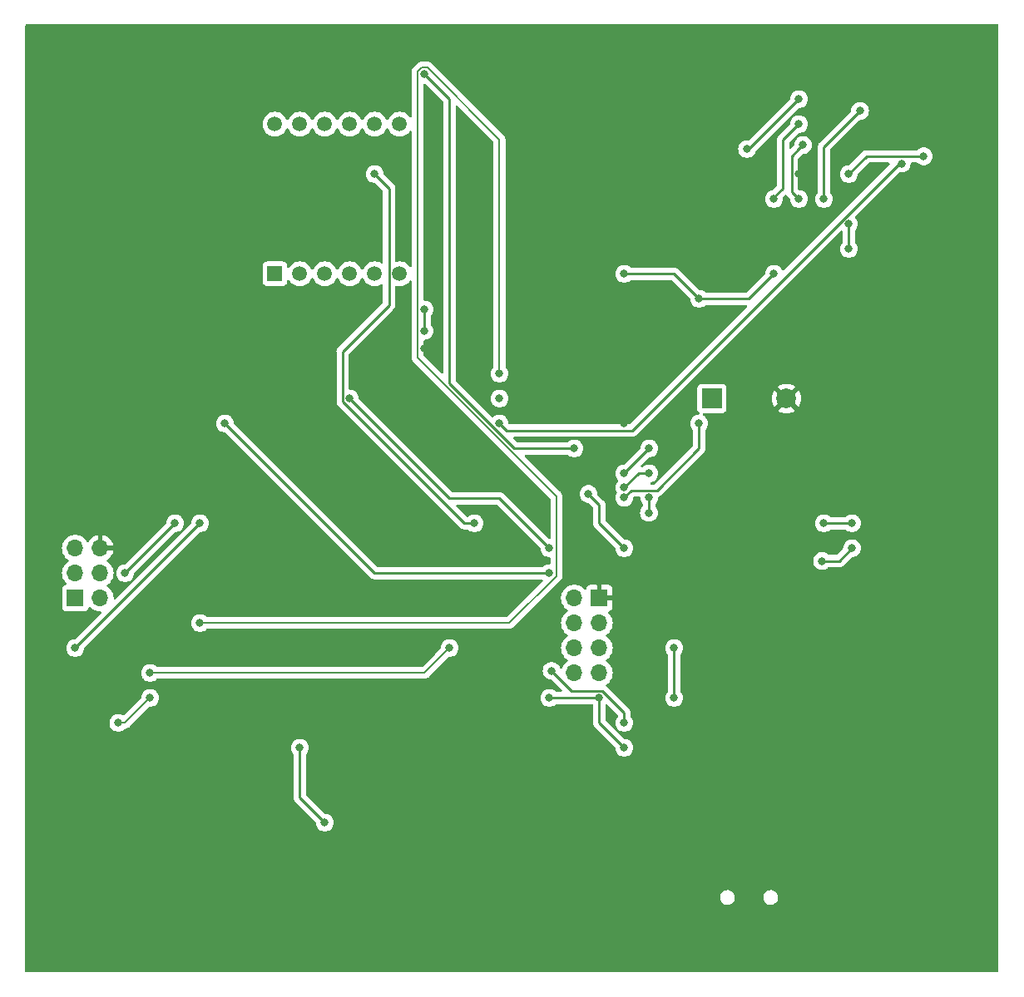
<source format=gbr>
%TF.GenerationSoftware,KiCad,Pcbnew,(7.0.0-0)*%
%TF.CreationDate,2023-05-29T15:25:59-06:00*%
%TF.ProjectId,Phase_B_ATMEGA_v3,50686173-655f-4425-9f41-544d4547415f,rev?*%
%TF.SameCoordinates,Original*%
%TF.FileFunction,Copper,L2,Bot*%
%TF.FilePolarity,Positive*%
%FSLAX46Y46*%
G04 Gerber Fmt 4.6, Leading zero omitted, Abs format (unit mm)*
G04 Created by KiCad (PCBNEW (7.0.0-0)) date 2023-05-29 15:25:59*
%MOMM*%
%LPD*%
G01*
G04 APERTURE LIST*
%TA.AperFunction,ComponentPad*%
%ADD10R,2.000000X2.000000*%
%TD*%
%TA.AperFunction,ComponentPad*%
%ADD11C,2.000000*%
%TD*%
%TA.AperFunction,ComponentPad*%
%ADD12R,1.700000X1.700000*%
%TD*%
%TA.AperFunction,ComponentPad*%
%ADD13O,1.700000X1.700000*%
%TD*%
%TA.AperFunction,ComponentPad*%
%ADD14R,1.500000X1.500000*%
%TD*%
%TA.AperFunction,ComponentPad*%
%ADD15C,1.500000*%
%TD*%
%TA.AperFunction,ViaPad*%
%ADD16C,0.800000*%
%TD*%
%TA.AperFunction,Conductor*%
%ADD17C,0.250000*%
%TD*%
%TA.AperFunction,Conductor*%
%ADD18C,0.200000*%
%TD*%
G04 APERTURE END LIST*
D10*
%TO.P,LS1,1,1*%
%TO.N,Buzzer*%
X82559999Y-50799999D03*
D11*
%TO.P,LS1,2,2*%
%TO.N,GND*%
X90160000Y-50800000D03*
%TD*%
D12*
%TO.P,J3,1,Pin_1*%
%TO.N,GND*%
X71119999Y-71119999D03*
D13*
%TO.P,J3,2,Pin_2*%
%TO.N,TX*%
X68579999Y-71119999D03*
%TO.P,J3,3,Pin_3*%
%TO.N,unconnected-(J3-Pin_3-Pad3)*%
X71119999Y-73659999D03*
%TO.P,J3,4,Pin_4*%
%TO.N,+3.3V*%
X68579999Y-73659999D03*
%TO.P,J3,5,Pin_5*%
%TO.N,Net-(J3-Pin_5)*%
X71119999Y-76199999D03*
%TO.P,J3,6,Pin_6*%
%TO.N,+3.3V*%
X68579999Y-76199999D03*
%TO.P,J3,7,Pin_7*%
%TO.N,RX*%
X71119999Y-78739999D03*
%TO.P,J3,8,Pin_8*%
%TO.N,+3.3V*%
X68579999Y-78739999D03*
%TD*%
D12*
%TO.P,J1,1,MISO*%
%TO.N,MISO*%
X17779999Y-71119999D03*
D13*
%TO.P,J1,2,VCC*%
%TO.N,+5V*%
X20319999Y-71119999D03*
%TO.P,J1,3,SCK*%
%TO.N,SCK*%
X17779999Y-68579999D03*
%TO.P,J1,4,MOSI*%
%TO.N,MOSI*%
X20319999Y-68579999D03*
%TO.P,J1,5,~{RST}*%
%TO.N,RST*%
X17779999Y-66039999D03*
%TO.P,J1,6,GND*%
%TO.N,GND*%
X20319999Y-66039999D03*
%TD*%
D14*
%TO.P,U1,1,e*%
%TO.N,Net-(U1-e)*%
X38099999Y-38099999D03*
D15*
%TO.P,U1,2,d*%
%TO.N,Net-(U1-d)*%
X40640000Y-38100000D03*
%TO.P,U1,3,DPX*%
%TO.N,Net-(U1-DPX)*%
X43180000Y-38100000D03*
%TO.P,U1,4,c*%
%TO.N,Net-(U1-c)*%
X45720000Y-38100000D03*
%TO.P,U1,5,g*%
%TO.N,Net-(U1-g)*%
X48260000Y-38100000D03*
%TO.P,U1,6,CA4*%
%TO.N,Dig4*%
X50800000Y-38100000D03*
%TO.P,U1,7,b*%
%TO.N,Net-(U1-b)*%
X50800000Y-22860000D03*
%TO.P,U1,8,CA3*%
%TO.N,Dig3*%
X48260000Y-22860000D03*
%TO.P,U1,9,CA2*%
%TO.N,Dig2*%
X45720000Y-22860000D03*
%TO.P,U1,10,f*%
%TO.N,Net-(U1-f)*%
X43180000Y-22860000D03*
%TO.P,U1,11,a*%
%TO.N,Net-(U1-a)*%
X40640000Y-22860000D03*
%TO.P,U1,12,CA1*%
%TO.N,Dig1*%
X38100000Y-22860000D03*
%TD*%
D16*
%TO.N,GND*%
X63500000Y-66040000D03*
X101601747Y-64820297D03*
X73660000Y-53340000D03*
X66040000Y-83820000D03*
X53340000Y-45720000D03*
X76200000Y-68580000D03*
X71120000Y-68580000D03*
X22860000Y-55880000D03*
X38100000Y-45720000D03*
X100881916Y-25144730D03*
X91440000Y-27940000D03*
X53340000Y-88900000D03*
X25400000Y-76200000D03*
X78740000Y-86360000D03*
X63500000Y-50800000D03*
X96998413Y-74285669D03*
X101718936Y-59233372D03*
X50800000Y-91440000D03*
X73660000Y-63500000D03*
X101600000Y-55880000D03*
X101619712Y-61912417D03*
X87936420Y-96489278D03*
X58420000Y-58420000D03*
X50800000Y-88900000D03*
X68580000Y-50800000D03*
X63500000Y-45720000D03*
X93980000Y-50800000D03*
X34030074Y-83799650D03*
X22860000Y-66040000D03*
X92439764Y-59441806D03*
X50800000Y-83820000D03*
X86360000Y-68580000D03*
X22860000Y-58420000D03*
X50800000Y-86360000D03*
X22860000Y-60960000D03*
X22860000Y-53340000D03*
%TO.N,XTAL2*%
X73660000Y-86360000D03*
X71120000Y-81280000D03*
X66040000Y-81280000D03*
%TO.N,/AREF*%
X53340000Y-41734589D03*
X53340000Y-43904500D03*
%TO.N,+3.3V*%
X93980000Y-63500000D03*
X66257299Y-78522701D03*
X73660000Y-83820000D03*
X96842000Y-63500000D03*
%TO.N,Net-(U5-BP)*%
X96842000Y-66040000D03*
X93787401Y-67340100D03*
%TO.N,MISO*%
X30480000Y-63500000D03*
X17780000Y-76200000D03*
%TO.N,MOSI*%
X27940000Y-63500000D03*
X22860000Y-68580000D03*
%TO.N,Net-(J2-D-)*%
X40640000Y-86360000D03*
X43180000Y-93980000D03*
%TO.N,Net-(J3-Pin_5)*%
X78740000Y-81280000D03*
X78740000Y-76200000D03*
%TO.N,Buzzer*%
X73660000Y-60895500D03*
X81280000Y-53340000D03*
%TO.N,Button_1*%
X33020000Y-53340000D03*
X66040000Y-68580000D03*
%TO.N,Button_2*%
X66040000Y-66040000D03*
X45720000Y-50800000D03*
%TO.N,RED_LED*%
X76200000Y-60895500D03*
X76162865Y-62445373D03*
%TO.N,GREEN_LED*%
X73660000Y-66040000D03*
X70008280Y-60506253D03*
%TO.N,b*%
X91440000Y-20320000D03*
X86160500Y-25400000D03*
%TO.N,c*%
X97655932Y-21521407D03*
X93980000Y-30480000D03*
%TO.N,d*%
X91440000Y-22860000D03*
X88900000Y-30480000D03*
%TO.N,e*%
X91849611Y-24990393D03*
X91440000Y-30480000D03*
%TO.N,Net-(U1-DPX)*%
X73660000Y-38100000D03*
X81280000Y-40640000D03*
X88900000Y-38100000D03*
%TO.N,USB_CONN_D+*%
X25400000Y-78740000D03*
X55880000Y-76200000D03*
%TO.N,Dig3*%
X48260000Y-27940000D03*
X58420000Y-63500000D03*
%TO.N,Dig2*%
X68580000Y-55880000D03*
X53340000Y-17780000D03*
%TO.N,SH_CP*%
X101890569Y-26868732D03*
X60960000Y-50800000D03*
X60960000Y-53340000D03*
%TO.N,ST_CP*%
X104140000Y-26144232D03*
X96520000Y-35560000D03*
X96520000Y-27940000D03*
X76200000Y-58420000D03*
X96520000Y-33020000D03*
X73659999Y-59860807D03*
%TO.N,DS*%
X76200000Y-55880000D03*
X73660000Y-58420000D03*
%TO.N,USB_D-*%
X30480000Y-73660000D03*
X60960000Y-48260000D03*
%TO.N,USB_D+*%
X22160500Y-83820000D03*
X25400000Y-81280000D03*
%TD*%
D17*
%TO.N,XTAL2*%
X66040000Y-81280000D02*
X71120000Y-81280000D01*
X73660000Y-86360000D02*
X71120000Y-83820000D01*
X71120000Y-83820000D02*
X71120000Y-81280000D01*
%TO.N,/AREF*%
X53340000Y-43904500D02*
X53340000Y-41734589D01*
X53404352Y-41670237D02*
X53340000Y-41734589D01*
%TO.N,+3.3V*%
X73660000Y-83820000D02*
X73660000Y-82794695D01*
X93980000Y-63500000D02*
X96842000Y-63500000D01*
X73660000Y-82794695D02*
X71420305Y-80555000D01*
X68289598Y-80555000D02*
X66257299Y-78522701D01*
X71420305Y-80555000D02*
X68289598Y-80555000D01*
%TO.N,Net-(U5-BP)*%
X93787401Y-67340100D02*
X95541900Y-67340100D01*
X95541900Y-67340100D02*
X96842000Y-66040000D01*
%TO.N,MISO*%
X30480000Y-63500000D02*
X17780000Y-76200000D01*
%TO.N,MOSI*%
X27940000Y-63500000D02*
X22860000Y-68580000D01*
%TO.N,Net-(J2-D-)*%
X40640000Y-91440000D02*
X43180000Y-93980000D01*
X40640000Y-86360000D02*
X40640000Y-91440000D01*
%TO.N,Net-(J3-Pin_5)*%
X78740000Y-81280000D02*
X78740000Y-76200000D01*
%TO.N,Buzzer*%
X76989500Y-60170500D02*
X81280000Y-55880000D01*
X81280000Y-55880000D02*
X81280000Y-53340000D01*
X73660000Y-60895500D02*
X74385000Y-60170500D01*
X74385000Y-60170500D02*
X76989500Y-60170500D01*
%TO.N,Button_1*%
X66040000Y-68580000D02*
X48260000Y-68580000D01*
X48260000Y-68580000D02*
X33020000Y-53340000D01*
%TO.N,Button_2*%
X60960000Y-60960000D02*
X55880000Y-60960000D01*
X66040000Y-66040000D02*
X60960000Y-60960000D01*
X55880000Y-60960000D02*
X45720000Y-50800000D01*
%TO.N,RED_LED*%
X76200000Y-60895500D02*
X76200000Y-62408238D01*
X76200000Y-62408238D02*
X76162865Y-62445373D01*
%TO.N,GREEN_LED*%
X73660000Y-66040000D02*
X71120000Y-63500000D01*
X71120000Y-61617973D02*
X71120000Y-63500000D01*
X70008280Y-60506253D02*
X71120000Y-61617973D01*
%TO.N,b*%
X86360000Y-25400000D02*
X86160500Y-25400000D01*
X91440000Y-20320000D02*
X86360000Y-25400000D01*
%TO.N,c*%
X93980000Y-25197339D02*
X97655932Y-21521407D01*
X93980000Y-30480000D02*
X93980000Y-25197339D01*
%TO.N,d*%
X88900000Y-30480000D02*
X88900000Y-30314792D01*
X89811223Y-29403569D02*
X89811223Y-24488777D01*
X89811223Y-24488777D02*
X91440000Y-22860000D01*
X88900000Y-30314792D02*
X89811223Y-29403569D01*
%TO.N,e*%
X91440000Y-25400000D02*
X91849607Y-24990393D01*
X90715000Y-29755000D02*
X90715000Y-26125000D01*
X91440000Y-30480000D02*
X90715000Y-29755000D01*
X90715000Y-26125000D02*
X91440000Y-25400000D01*
X91849607Y-24990393D02*
X91849611Y-24990393D01*
%TO.N,Net-(U1-DPX)*%
X73660000Y-38100000D02*
X78740000Y-38100000D01*
X88900000Y-38100000D02*
X86360000Y-40640000D01*
X86360000Y-40640000D02*
X81280000Y-40640000D01*
X78740000Y-38100000D02*
X81280000Y-40640000D01*
D18*
%TO.N,USB_CONN_D+*%
X53340000Y-78740000D02*
X55880000Y-76200000D01*
X25400000Y-78740000D02*
X53340000Y-78740000D01*
D17*
%TO.N,Dig3*%
X44995000Y-45995000D02*
X49725000Y-41265000D01*
X49725000Y-29405000D02*
X48260000Y-27940000D01*
X44995000Y-51100305D02*
X44995000Y-45995000D01*
X57394695Y-63500000D02*
X44995000Y-51100305D01*
X58420000Y-63500000D02*
X57394695Y-63500000D01*
X49725000Y-41265000D02*
X49725000Y-29405000D01*
%TO.N,Dig2*%
X55880000Y-20320000D02*
X53340000Y-17780000D01*
X68580000Y-55880000D02*
X62474695Y-55880000D01*
X62474695Y-55880000D02*
X55880000Y-49285305D01*
X55880000Y-49285305D02*
X55880000Y-20320000D01*
%TO.N,SH_CP*%
X101890569Y-26868732D02*
X101645963Y-26868732D01*
X101645963Y-26868732D02*
X74449695Y-54065000D01*
X61685000Y-54065000D02*
X60960000Y-53340000D01*
X74449695Y-54065000D02*
X61685000Y-54065000D01*
%TO.N,ST_CP*%
X96520000Y-35560000D02*
X96520000Y-33020000D01*
X75100806Y-58420000D02*
X76200000Y-58420000D01*
X73659999Y-59860807D02*
X75100806Y-58420000D01*
X98315768Y-26144232D02*
X96520000Y-27940000D01*
X104140000Y-26144232D02*
X98315768Y-26144232D01*
%TO.N,DS*%
X73660000Y-58420000D02*
X76200000Y-55880000D01*
D18*
%TO.N,USB_D-*%
X66740000Y-60746346D02*
X66740000Y-68869950D01*
X61949950Y-73660000D02*
X30480000Y-73660000D01*
X53050050Y-17080000D02*
X52640000Y-17490050D01*
X66740000Y-68869950D02*
X61949950Y-73660000D01*
X53629950Y-17080000D02*
X53050050Y-17080000D01*
X60960000Y-48260000D02*
X60960000Y-24410050D01*
X52640000Y-17490050D02*
X52640000Y-46646346D01*
X52640000Y-46646346D02*
X66740000Y-60746346D01*
X60960000Y-24410050D02*
X53629950Y-17080000D01*
%TO.N,USB_D+*%
X22860000Y-83820000D02*
X25400000Y-81280000D01*
X22160500Y-83820000D02*
X22860000Y-83820000D01*
%TD*%
%TA.AperFunction,Conductor*%
%TO.N,GND*%
G36*
X51981210Y-38798112D02*
G01*
X52023953Y-38843154D01*
X52039500Y-38903270D01*
X52039500Y-46598859D01*
X52038438Y-46615044D01*
X52034318Y-46646346D01*
X52035379Y-46654405D01*
X52039500Y-46685707D01*
X52053894Y-46795048D01*
X52053895Y-46795054D01*
X52054956Y-46803108D01*
X52115464Y-46949187D01*
X52211718Y-47074628D01*
X52218164Y-47079574D01*
X52236769Y-47093850D01*
X52248964Y-47104545D01*
X66103181Y-60958762D01*
X66130061Y-60998990D01*
X66139500Y-61046443D01*
X66139500Y-64955548D01*
X66125985Y-65011843D01*
X66088385Y-65055866D01*
X66034898Y-65078021D01*
X65977182Y-65073479D01*
X65927819Y-65043229D01*
X63722771Y-62838181D01*
X61457286Y-60572695D01*
X61449842Y-60564514D01*
X61445786Y-60558123D01*
X61396775Y-60512098D01*
X61393978Y-60509387D01*
X61377227Y-60492636D01*
X61377226Y-60492635D01*
X61374471Y-60489880D01*
X61371290Y-60487412D01*
X61362414Y-60479830D01*
X61336269Y-60455278D01*
X61336267Y-60455276D01*
X61330582Y-60449938D01*
X61323749Y-60446182D01*
X61323743Y-60446177D01*
X61313025Y-60440285D01*
X61296766Y-60429606D01*
X61287095Y-60422104D01*
X61287092Y-60422102D01*
X61280936Y-60417327D01*
X61273779Y-60414229D01*
X61273776Y-60414228D01*
X61240849Y-60399978D01*
X61230363Y-60394841D01*
X61198932Y-60377562D01*
X61198923Y-60377558D01*
X61192092Y-60373803D01*
X61184535Y-60371862D01*
X61184531Y-60371861D01*
X61172688Y-60368820D01*
X61154284Y-60362519D01*
X61143057Y-60357660D01*
X61143050Y-60357658D01*
X61135896Y-60354562D01*
X61128192Y-60353341D01*
X61128190Y-60353341D01*
X61092759Y-60347729D01*
X61081324Y-60345361D01*
X61046571Y-60336438D01*
X61046563Y-60336437D01*
X61039019Y-60334500D01*
X61031223Y-60334500D01*
X61018983Y-60334500D01*
X60999597Y-60332974D01*
X60979804Y-60329840D01*
X60972038Y-60330574D01*
X60972035Y-60330574D01*
X60936324Y-60333950D01*
X60924655Y-60334500D01*
X56190452Y-60334500D01*
X56142999Y-60325061D01*
X56102771Y-60298181D01*
X46658961Y-50854370D01*
X46634721Y-50820072D01*
X46623321Y-50779650D01*
X46606353Y-50618204D01*
X46606352Y-50618203D01*
X46605674Y-50611744D01*
X46547179Y-50431716D01*
X46452533Y-50267784D01*
X46325871Y-50127112D01*
X46320613Y-50123292D01*
X46320611Y-50123290D01*
X46177988Y-50019669D01*
X46177987Y-50019668D01*
X46172730Y-50015849D01*
X46166792Y-50013205D01*
X46005745Y-49941501D01*
X46005740Y-49941499D01*
X45999803Y-49938856D01*
X45993444Y-49937504D01*
X45993440Y-49937503D01*
X45821008Y-49900852D01*
X45821005Y-49900851D01*
X45814646Y-49899500D01*
X45744500Y-49899500D01*
X45682500Y-49882887D01*
X45637113Y-49837500D01*
X45620500Y-49775500D01*
X45620500Y-46305452D01*
X45629939Y-46257999D01*
X45656819Y-46217771D01*
X47788295Y-44086295D01*
X50112311Y-41762278D01*
X50120481Y-41754844D01*
X50126877Y-41750786D01*
X50172918Y-41701756D01*
X50175535Y-41699054D01*
X50195120Y-41679471D01*
X50197585Y-41676292D01*
X50205167Y-41667416D01*
X50235062Y-41635582D01*
X50244713Y-41618023D01*
X50255390Y-41601770D01*
X50267673Y-41585936D01*
X50285018Y-41545852D01*
X50290151Y-41535371D01*
X50311197Y-41497092D01*
X50316179Y-41477684D01*
X50322482Y-41459276D01*
X50330437Y-41440896D01*
X50337271Y-41397744D01*
X50339633Y-41386338D01*
X50350500Y-41344019D01*
X50350500Y-41323983D01*
X50352027Y-41304585D01*
X50353939Y-41292513D01*
X50353938Y-41292513D01*
X50355160Y-41284804D01*
X50351050Y-41241324D01*
X50350500Y-41229655D01*
X50350500Y-39435771D01*
X50363288Y-39380927D01*
X50399013Y-39337395D01*
X50450309Y-39314154D01*
X50506593Y-39315996D01*
X50574592Y-39334216D01*
X50582023Y-39336207D01*
X50800000Y-39355277D01*
X51017977Y-39336207D01*
X51229330Y-39279575D01*
X51427639Y-39187102D01*
X51606877Y-39061598D01*
X51761598Y-38906877D01*
X51767903Y-38897872D01*
X51813925Y-38832147D01*
X51861142Y-38791820D01*
X51921990Y-38779440D01*
X51981210Y-38798112D01*
G37*
%TD.AperFunction*%
%TA.AperFunction,Conductor*%
G36*
X53402818Y-18746521D02*
G01*
X53452180Y-18776770D01*
X54458365Y-19782956D01*
X55218181Y-20542772D01*
X55245061Y-20583000D01*
X55254500Y-20630453D01*
X55254500Y-48112249D01*
X55240985Y-48168544D01*
X55203385Y-48212567D01*
X55149898Y-48234722D01*
X55092182Y-48230180D01*
X55042819Y-48199930D01*
X53276819Y-46433930D01*
X53249939Y-46393702D01*
X53240500Y-46346249D01*
X53240500Y-44929000D01*
X53257113Y-44867000D01*
X53302500Y-44821613D01*
X53364500Y-44805000D01*
X53428143Y-44805000D01*
X53434646Y-44805000D01*
X53619803Y-44765644D01*
X53792730Y-44688651D01*
X53945871Y-44577388D01*
X54072533Y-44436716D01*
X54167179Y-44272784D01*
X54225674Y-44092756D01*
X54245460Y-43904500D01*
X54225674Y-43716244D01*
X54167179Y-43536216D01*
X54072533Y-43372284D01*
X53997349Y-43288784D01*
X53973736Y-43250251D01*
X53965500Y-43205813D01*
X53965500Y-42433276D01*
X53973736Y-42388838D01*
X53997350Y-42350304D01*
X54072533Y-42266805D01*
X54167179Y-42102873D01*
X54225674Y-41922845D01*
X54245460Y-41734589D01*
X54229836Y-41585936D01*
X54226353Y-41552793D01*
X54226352Y-41552792D01*
X54225674Y-41546333D01*
X54167179Y-41366305D01*
X54072533Y-41202373D01*
X54045379Y-41172216D01*
X53950220Y-41066531D01*
X53950219Y-41066530D01*
X53945871Y-41061701D01*
X53940613Y-41057881D01*
X53940611Y-41057879D01*
X53797988Y-40954258D01*
X53797987Y-40954257D01*
X53792730Y-40950438D01*
X53786792Y-40947794D01*
X53625745Y-40876090D01*
X53625740Y-40876088D01*
X53619803Y-40873445D01*
X53613444Y-40872093D01*
X53613440Y-40872092D01*
X53441008Y-40835441D01*
X53441005Y-40835440D01*
X53434646Y-40834089D01*
X53364500Y-40834089D01*
X53302500Y-40817476D01*
X53257113Y-40772089D01*
X53240500Y-40710089D01*
X53240500Y-18864452D01*
X53254015Y-18808157D01*
X53291615Y-18764134D01*
X53345102Y-18741979D01*
X53402818Y-18746521D01*
G37*
%TD.AperFunction*%
%TA.AperFunction,Conductor*%
G36*
X111697500Y-12717113D02*
G01*
X111742887Y-12762500D01*
X111759500Y-12824500D01*
X111759500Y-109095500D01*
X111742887Y-109157500D01*
X111697500Y-109202887D01*
X111635500Y-109219500D01*
X12824500Y-109219500D01*
X12762500Y-109202887D01*
X12717113Y-109157500D01*
X12700500Y-109095500D01*
X12700500Y-101643935D01*
X83405669Y-101643935D01*
X83436135Y-101816711D01*
X83505623Y-101977804D01*
X83610390Y-102118530D01*
X83744786Y-102231302D01*
X83901567Y-102310040D01*
X84072279Y-102350500D01*
X84200111Y-102350500D01*
X84203709Y-102350500D01*
X84334255Y-102335241D01*
X84499117Y-102275237D01*
X84645696Y-102178830D01*
X84766092Y-102051218D01*
X84853812Y-101899281D01*
X84904130Y-101731210D01*
X84909213Y-101643935D01*
X87805669Y-101643935D01*
X87836135Y-101816711D01*
X87905623Y-101977804D01*
X88010390Y-102118530D01*
X88144786Y-102231302D01*
X88301567Y-102310040D01*
X88472279Y-102350500D01*
X88600111Y-102350500D01*
X88603709Y-102350500D01*
X88734255Y-102335241D01*
X88899117Y-102275237D01*
X89045696Y-102178830D01*
X89166092Y-102051218D01*
X89253812Y-101899281D01*
X89304130Y-101731210D01*
X89314331Y-101556065D01*
X89283865Y-101383289D01*
X89214377Y-101222196D01*
X89109610Y-101081470D01*
X89037747Y-101021170D01*
X88980745Y-100973339D01*
X88980744Y-100973338D01*
X88975214Y-100968698D01*
X88882810Y-100922291D01*
X88824883Y-100893199D01*
X88824880Y-100893198D01*
X88818433Y-100889960D01*
X88811407Y-100888294D01*
X88811405Y-100888294D01*
X88654749Y-100851165D01*
X88654743Y-100851164D01*
X88647721Y-100849500D01*
X88516291Y-100849500D01*
X88512725Y-100849916D01*
X88512721Y-100849917D01*
X88392915Y-100863920D01*
X88392907Y-100863921D01*
X88385745Y-100864759D01*
X88378967Y-100867225D01*
X88378958Y-100867228D01*
X88227674Y-100922291D01*
X88227671Y-100922292D01*
X88220883Y-100924763D01*
X88214850Y-100928730D01*
X88214842Y-100928735D01*
X88080340Y-101017199D01*
X88080334Y-101017203D01*
X88074304Y-101021170D01*
X88069351Y-101026419D01*
X88069346Y-101026424D01*
X87958865Y-101143527D01*
X87958861Y-101143531D01*
X87953908Y-101148782D01*
X87950299Y-101155032D01*
X87950296Y-101155037D01*
X87869799Y-101294463D01*
X87869796Y-101294468D01*
X87866188Y-101300719D01*
X87864117Y-101307634D01*
X87864117Y-101307636D01*
X87817941Y-101461869D01*
X87817939Y-101461877D01*
X87815870Y-101468790D01*
X87815450Y-101475996D01*
X87815449Y-101476004D01*
X87806088Y-101636725D01*
X87806088Y-101636733D01*
X87805669Y-101643935D01*
X84909213Y-101643935D01*
X84914331Y-101556065D01*
X84883865Y-101383289D01*
X84814377Y-101222196D01*
X84709610Y-101081470D01*
X84637747Y-101021170D01*
X84580745Y-100973339D01*
X84580744Y-100973338D01*
X84575214Y-100968698D01*
X84482810Y-100922291D01*
X84424883Y-100893199D01*
X84424880Y-100893198D01*
X84418433Y-100889960D01*
X84411407Y-100888294D01*
X84411405Y-100888294D01*
X84254749Y-100851165D01*
X84254743Y-100851164D01*
X84247721Y-100849500D01*
X84116291Y-100849500D01*
X84112725Y-100849916D01*
X84112721Y-100849917D01*
X83992915Y-100863920D01*
X83992907Y-100863921D01*
X83985745Y-100864759D01*
X83978967Y-100867225D01*
X83978958Y-100867228D01*
X83827674Y-100922291D01*
X83827671Y-100922292D01*
X83820883Y-100924763D01*
X83814850Y-100928730D01*
X83814842Y-100928735D01*
X83680340Y-101017199D01*
X83680334Y-101017203D01*
X83674304Y-101021170D01*
X83669351Y-101026419D01*
X83669346Y-101026424D01*
X83558865Y-101143527D01*
X83558861Y-101143531D01*
X83553908Y-101148782D01*
X83550299Y-101155032D01*
X83550296Y-101155037D01*
X83469799Y-101294463D01*
X83469796Y-101294468D01*
X83466188Y-101300719D01*
X83464117Y-101307634D01*
X83464117Y-101307636D01*
X83417941Y-101461869D01*
X83417939Y-101461877D01*
X83415870Y-101468790D01*
X83415450Y-101475996D01*
X83415449Y-101476004D01*
X83406088Y-101636725D01*
X83406088Y-101636733D01*
X83405669Y-101643935D01*
X12700500Y-101643935D01*
X12700500Y-86360000D01*
X39734540Y-86360000D01*
X39735219Y-86366460D01*
X39753646Y-86541795D01*
X39753647Y-86541803D01*
X39754326Y-86548256D01*
X39756331Y-86554428D01*
X39756333Y-86554435D01*
X39810813Y-86722105D01*
X39812821Y-86728284D01*
X39907467Y-86892216D01*
X39911811Y-86897041D01*
X39911813Y-86897043D01*
X39982650Y-86975715D01*
X40006264Y-87014249D01*
X40014500Y-87058687D01*
X40014500Y-91362225D01*
X40013978Y-91373280D01*
X40012327Y-91380667D01*
X40012571Y-91388453D01*
X40012571Y-91388461D01*
X40014439Y-91447873D01*
X40014500Y-91451768D01*
X40014500Y-91479350D01*
X40014988Y-91483219D01*
X40014989Y-91483225D01*
X40015004Y-91483343D01*
X40015918Y-91494966D01*
X40017045Y-91530830D01*
X40017046Y-91530837D01*
X40017291Y-91538627D01*
X40019467Y-91546119D01*
X40019468Y-91546121D01*
X40022879Y-91557862D01*
X40026825Y-91576915D01*
X40029336Y-91596792D01*
X40032206Y-91604042D01*
X40032208Y-91604048D01*
X40045414Y-91637404D01*
X40049197Y-91648451D01*
X40061382Y-91690390D01*
X40065353Y-91697105D01*
X40065354Y-91697107D01*
X40071581Y-91707637D01*
X40080136Y-91725099D01*
X40084642Y-91736480D01*
X40084643Y-91736483D01*
X40087514Y-91743732D01*
X40109440Y-91773912D01*
X40113181Y-91779060D01*
X40119593Y-91788822D01*
X40137856Y-91819702D01*
X40137859Y-91819707D01*
X40141830Y-91826420D01*
X40147345Y-91831935D01*
X40155990Y-91840580D01*
X40168626Y-91855374D01*
X40175819Y-91865275D01*
X40175823Y-91865279D01*
X40180406Y-91871587D01*
X40186415Y-91876558D01*
X40186416Y-91876559D01*
X40214058Y-91899426D01*
X40222699Y-91907289D01*
X42241038Y-93925629D01*
X42265278Y-93959927D01*
X42276678Y-94000348D01*
X42292091Y-94146998D01*
X42294326Y-94168256D01*
X42296331Y-94174428D01*
X42296333Y-94174435D01*
X42350813Y-94342105D01*
X42352821Y-94348284D01*
X42447467Y-94512216D01*
X42574129Y-94652888D01*
X42727270Y-94764151D01*
X42900197Y-94841144D01*
X43085354Y-94880500D01*
X43268143Y-94880500D01*
X43274646Y-94880500D01*
X43459803Y-94841144D01*
X43632730Y-94764151D01*
X43785871Y-94652888D01*
X43912533Y-94512216D01*
X44007179Y-94348284D01*
X44065674Y-94168256D01*
X44085460Y-93980000D01*
X44065674Y-93791744D01*
X44007179Y-93611716D01*
X43912533Y-93447784D01*
X43785871Y-93307112D01*
X43780613Y-93303292D01*
X43780611Y-93303290D01*
X43637988Y-93199669D01*
X43637987Y-93199668D01*
X43632730Y-93195849D01*
X43626792Y-93193205D01*
X43465745Y-93121501D01*
X43465740Y-93121499D01*
X43459803Y-93118856D01*
X43453444Y-93117504D01*
X43453440Y-93117503D01*
X43281008Y-93080852D01*
X43281005Y-93080851D01*
X43274646Y-93079500D01*
X43268143Y-93079500D01*
X43215453Y-93079500D01*
X43168000Y-93070061D01*
X43127772Y-93043181D01*
X41301819Y-91217228D01*
X41274939Y-91177000D01*
X41265500Y-91129547D01*
X41265500Y-87058687D01*
X41273736Y-87014249D01*
X41297350Y-86975715D01*
X41372533Y-86892216D01*
X41467179Y-86728284D01*
X41525674Y-86548256D01*
X41545460Y-86360000D01*
X41525674Y-86171744D01*
X41467179Y-85991716D01*
X41372533Y-85827784D01*
X41245871Y-85687112D01*
X41240613Y-85683292D01*
X41240611Y-85683290D01*
X41097988Y-85579669D01*
X41097987Y-85579668D01*
X41092730Y-85575849D01*
X41086792Y-85573205D01*
X40925745Y-85501501D01*
X40925740Y-85501499D01*
X40919803Y-85498856D01*
X40913444Y-85497504D01*
X40913440Y-85497503D01*
X40741008Y-85460852D01*
X40741005Y-85460851D01*
X40734646Y-85459500D01*
X40545354Y-85459500D01*
X40538995Y-85460851D01*
X40538991Y-85460852D01*
X40366559Y-85497503D01*
X40366552Y-85497505D01*
X40360197Y-85498856D01*
X40354262Y-85501498D01*
X40354254Y-85501501D01*
X40193207Y-85573205D01*
X40193202Y-85573207D01*
X40187270Y-85575849D01*
X40182016Y-85579665D01*
X40182011Y-85579669D01*
X40039388Y-85683290D01*
X40039381Y-85683295D01*
X40034129Y-85687112D01*
X40029784Y-85691937D01*
X40029779Y-85691942D01*
X39911813Y-85822956D01*
X39911808Y-85822962D01*
X39907467Y-85827784D01*
X39904222Y-85833404D01*
X39904218Y-85833410D01*
X39816069Y-85986089D01*
X39816066Y-85986094D01*
X39812821Y-85991716D01*
X39810815Y-85997888D01*
X39810813Y-85997894D01*
X39756333Y-86165564D01*
X39756331Y-86165573D01*
X39754326Y-86171744D01*
X39753648Y-86178194D01*
X39753646Y-86178204D01*
X39740254Y-86305629D01*
X39734540Y-86360000D01*
X12700500Y-86360000D01*
X12700500Y-83820000D01*
X21255040Y-83820000D01*
X21256071Y-83829814D01*
X21274146Y-84001795D01*
X21274147Y-84001803D01*
X21274826Y-84008256D01*
X21276831Y-84014428D01*
X21276833Y-84014435D01*
X21323825Y-84159060D01*
X21333321Y-84188284D01*
X21336568Y-84193908D01*
X21336569Y-84193910D01*
X21401160Y-84305786D01*
X21427967Y-84352216D01*
X21432311Y-84357041D01*
X21432313Y-84357043D01*
X21529182Y-84464626D01*
X21554629Y-84492888D01*
X21707770Y-84604151D01*
X21880697Y-84681144D01*
X22065854Y-84720500D01*
X22248643Y-84720500D01*
X22255146Y-84720500D01*
X22440303Y-84681144D01*
X22613230Y-84604151D01*
X22766371Y-84492888D01*
X22791820Y-84464623D01*
X22826232Y-84437858D01*
X22867782Y-84424657D01*
X23016762Y-84405044D01*
X23162841Y-84344536D01*
X23213341Y-84305786D01*
X23288282Y-84248282D01*
X23307510Y-84223222D01*
X23318189Y-84211044D01*
X25312416Y-82216819D01*
X25352645Y-82189939D01*
X25400098Y-82180500D01*
X25488143Y-82180500D01*
X25494646Y-82180500D01*
X25679803Y-82141144D01*
X25852730Y-82064151D01*
X26005871Y-81952888D01*
X26132533Y-81812216D01*
X26227179Y-81648284D01*
X26285674Y-81468256D01*
X26305460Y-81280000D01*
X65134540Y-81280000D01*
X65135219Y-81286460D01*
X65153646Y-81461795D01*
X65153647Y-81461803D01*
X65154326Y-81468256D01*
X65156331Y-81474428D01*
X65156333Y-81474435D01*
X65210813Y-81642105D01*
X65212821Y-81648284D01*
X65307467Y-81812216D01*
X65311811Y-81817041D01*
X65311813Y-81817043D01*
X65401112Y-81916219D01*
X65434129Y-81952888D01*
X65587270Y-82064151D01*
X65760197Y-82141144D01*
X65945354Y-82180500D01*
X66128143Y-82180500D01*
X66134646Y-82180500D01*
X66319803Y-82141144D01*
X66492730Y-82064151D01*
X66645871Y-81952888D01*
X66651601Y-81946523D01*
X66653271Y-81945310D01*
X66655050Y-81943709D01*
X66655218Y-81943895D01*
X66693315Y-81916219D01*
X66743748Y-81905500D01*
X70370500Y-81905500D01*
X70432500Y-81922113D01*
X70477887Y-81967500D01*
X70494500Y-82029500D01*
X70494500Y-83742225D01*
X70493978Y-83753280D01*
X70492327Y-83760667D01*
X70492571Y-83768453D01*
X70492571Y-83768461D01*
X70494439Y-83827873D01*
X70494500Y-83831768D01*
X70494500Y-83859350D01*
X70494988Y-83863219D01*
X70494989Y-83863225D01*
X70495004Y-83863343D01*
X70495918Y-83874966D01*
X70497045Y-83910830D01*
X70497046Y-83910837D01*
X70497291Y-83918627D01*
X70499467Y-83926119D01*
X70499468Y-83926121D01*
X70502879Y-83937862D01*
X70506825Y-83956915D01*
X70509336Y-83976792D01*
X70512206Y-83984042D01*
X70512208Y-83984048D01*
X70525414Y-84017404D01*
X70529197Y-84028451D01*
X70541382Y-84070390D01*
X70545353Y-84077105D01*
X70545354Y-84077107D01*
X70551581Y-84087637D01*
X70560136Y-84105099D01*
X70564642Y-84116480D01*
X70564643Y-84116483D01*
X70567514Y-84123732D01*
X70589440Y-84153912D01*
X70593181Y-84159060D01*
X70599593Y-84168822D01*
X70617856Y-84199702D01*
X70617859Y-84199707D01*
X70621830Y-84206420D01*
X70627344Y-84211934D01*
X70627345Y-84211935D01*
X70635990Y-84220580D01*
X70648626Y-84235374D01*
X70655819Y-84245275D01*
X70655823Y-84245279D01*
X70660406Y-84251587D01*
X70666415Y-84256558D01*
X70666416Y-84256559D01*
X70694058Y-84279426D01*
X70702699Y-84287289D01*
X72721038Y-86305629D01*
X72745278Y-86339927D01*
X72756678Y-86380348D01*
X72772091Y-86526998D01*
X72774326Y-86548256D01*
X72776331Y-86554428D01*
X72776333Y-86554435D01*
X72830813Y-86722105D01*
X72832821Y-86728284D01*
X72927467Y-86892216D01*
X73054129Y-87032888D01*
X73207270Y-87144151D01*
X73380197Y-87221144D01*
X73565354Y-87260500D01*
X73748143Y-87260500D01*
X73754646Y-87260500D01*
X73939803Y-87221144D01*
X74112730Y-87144151D01*
X74265871Y-87032888D01*
X74392533Y-86892216D01*
X74487179Y-86728284D01*
X74545674Y-86548256D01*
X74565460Y-86360000D01*
X74545674Y-86171744D01*
X74487179Y-85991716D01*
X74392533Y-85827784D01*
X74265871Y-85687112D01*
X74260613Y-85683292D01*
X74260611Y-85683290D01*
X74117988Y-85579669D01*
X74117987Y-85579668D01*
X74112730Y-85575849D01*
X74106792Y-85573205D01*
X73945745Y-85501501D01*
X73945740Y-85501499D01*
X73939803Y-85498856D01*
X73933444Y-85497504D01*
X73933440Y-85497503D01*
X73761008Y-85460852D01*
X73761005Y-85460851D01*
X73754646Y-85459500D01*
X73748143Y-85459500D01*
X73695453Y-85459500D01*
X73648000Y-85450061D01*
X73607772Y-85423181D01*
X71781819Y-83597228D01*
X71754939Y-83557000D01*
X71745500Y-83509547D01*
X71745500Y-82064147D01*
X71759015Y-82007852D01*
X71796615Y-81963829D01*
X71850102Y-81941674D01*
X71907818Y-81946216D01*
X71957180Y-81976465D01*
X72478924Y-82498210D01*
X72998181Y-83017467D01*
X73025061Y-83057695D01*
X73034500Y-83105148D01*
X73034500Y-83121313D01*
X73026264Y-83165751D01*
X73002650Y-83204285D01*
X72931813Y-83282956D01*
X72931808Y-83282962D01*
X72927467Y-83287784D01*
X72924222Y-83293404D01*
X72924218Y-83293410D01*
X72836069Y-83446089D01*
X72836066Y-83446094D01*
X72832821Y-83451716D01*
X72830815Y-83457888D01*
X72830813Y-83457894D01*
X72776333Y-83625564D01*
X72776331Y-83625573D01*
X72774326Y-83631744D01*
X72773648Y-83638194D01*
X72773646Y-83638204D01*
X72760776Y-83760667D01*
X72754540Y-83820000D01*
X72755571Y-83829814D01*
X72773646Y-84001795D01*
X72773647Y-84001803D01*
X72774326Y-84008256D01*
X72776331Y-84014428D01*
X72776333Y-84014435D01*
X72823325Y-84159060D01*
X72832821Y-84188284D01*
X72836068Y-84193908D01*
X72836069Y-84193910D01*
X72900660Y-84305786D01*
X72927467Y-84352216D01*
X72931811Y-84357041D01*
X72931813Y-84357043D01*
X73028682Y-84464626D01*
X73054129Y-84492888D01*
X73207270Y-84604151D01*
X73380197Y-84681144D01*
X73565354Y-84720500D01*
X73748143Y-84720500D01*
X73754646Y-84720500D01*
X73939803Y-84681144D01*
X74112730Y-84604151D01*
X74265871Y-84492888D01*
X74392533Y-84352216D01*
X74487179Y-84188284D01*
X74545674Y-84008256D01*
X74565460Y-83820000D01*
X74545674Y-83631744D01*
X74487179Y-83451716D01*
X74392533Y-83287784D01*
X74317349Y-83204284D01*
X74293736Y-83165751D01*
X74285500Y-83121313D01*
X74285500Y-82872467D01*
X74286020Y-82861414D01*
X74287672Y-82854028D01*
X74285561Y-82786840D01*
X74285500Y-82782946D01*
X74285500Y-82759240D01*
X74285500Y-82755345D01*
X74284998Y-82751376D01*
X74284080Y-82739719D01*
X74282954Y-82703868D01*
X74282709Y-82696068D01*
X74277120Y-82676835D01*
X74273174Y-82657778D01*
X74271641Y-82645639D01*
X74270664Y-82637903D01*
X74254582Y-82597286D01*
X74250803Y-82586246D01*
X74240795Y-82551797D01*
X74240793Y-82551794D01*
X74238618Y-82544305D01*
X74228417Y-82527055D01*
X74219863Y-82509596D01*
X74212486Y-82490963D01*
X74186808Y-82455620D01*
X74180401Y-82445866D01*
X74162142Y-82414991D01*
X74162141Y-82414989D01*
X74158170Y-82408275D01*
X74144005Y-82394110D01*
X74131370Y-82379317D01*
X74119594Y-82363108D01*
X74113583Y-82358135D01*
X74113581Y-82358133D01*
X74085941Y-82335268D01*
X74077300Y-82327405D01*
X73029895Y-81280000D01*
X77834540Y-81280000D01*
X77835219Y-81286460D01*
X77853646Y-81461795D01*
X77853647Y-81461803D01*
X77854326Y-81468256D01*
X77856331Y-81474428D01*
X77856333Y-81474435D01*
X77910813Y-81642105D01*
X77912821Y-81648284D01*
X78007467Y-81812216D01*
X78011811Y-81817041D01*
X78011813Y-81817043D01*
X78101112Y-81916219D01*
X78134129Y-81952888D01*
X78287270Y-82064151D01*
X78460197Y-82141144D01*
X78645354Y-82180500D01*
X78828143Y-82180500D01*
X78834646Y-82180500D01*
X79019803Y-82141144D01*
X79192730Y-82064151D01*
X79345871Y-81952888D01*
X79472533Y-81812216D01*
X79567179Y-81648284D01*
X79625674Y-81468256D01*
X79645460Y-81280000D01*
X79625674Y-81091744D01*
X79567179Y-80911716D01*
X79472533Y-80747784D01*
X79397349Y-80664284D01*
X79373736Y-80625751D01*
X79365500Y-80581313D01*
X79365500Y-76898687D01*
X79373736Y-76854249D01*
X79397350Y-76815715D01*
X79472533Y-76732216D01*
X79567179Y-76568284D01*
X79625674Y-76388256D01*
X79645460Y-76200000D01*
X79625674Y-76011744D01*
X79567179Y-75831716D01*
X79472533Y-75667784D01*
X79345871Y-75527112D01*
X79340613Y-75523292D01*
X79340611Y-75523290D01*
X79197988Y-75419669D01*
X79197987Y-75419668D01*
X79192730Y-75415849D01*
X79186792Y-75413205D01*
X79025745Y-75341501D01*
X79025740Y-75341499D01*
X79019803Y-75338856D01*
X79013444Y-75337504D01*
X79013440Y-75337503D01*
X78841008Y-75300852D01*
X78841005Y-75300851D01*
X78834646Y-75299500D01*
X78645354Y-75299500D01*
X78638995Y-75300851D01*
X78638991Y-75300852D01*
X78466559Y-75337503D01*
X78466552Y-75337505D01*
X78460197Y-75338856D01*
X78454262Y-75341498D01*
X78454254Y-75341501D01*
X78293207Y-75413205D01*
X78293202Y-75413207D01*
X78287270Y-75415849D01*
X78282016Y-75419665D01*
X78282011Y-75419669D01*
X78139388Y-75523290D01*
X78139381Y-75523295D01*
X78134129Y-75527112D01*
X78129784Y-75531937D01*
X78129779Y-75531942D01*
X78011813Y-75662956D01*
X78011808Y-75662962D01*
X78007467Y-75667784D01*
X78004222Y-75673404D01*
X78004218Y-75673410D01*
X77916069Y-75826089D01*
X77916066Y-75826094D01*
X77912821Y-75831716D01*
X77910815Y-75837888D01*
X77910813Y-75837894D01*
X77856333Y-76005564D01*
X77856331Y-76005573D01*
X77854326Y-76011744D01*
X77853648Y-76018194D01*
X77853646Y-76018204D01*
X77836650Y-76179925D01*
X77834540Y-76200000D01*
X77835219Y-76206460D01*
X77853646Y-76381795D01*
X77853647Y-76381803D01*
X77854326Y-76388256D01*
X77856331Y-76394428D01*
X77856333Y-76394435D01*
X77910813Y-76562105D01*
X77912821Y-76568284D01*
X77916068Y-76573908D01*
X77916069Y-76573910D01*
X77964866Y-76658430D01*
X78007467Y-76732216D01*
X78011811Y-76737041D01*
X78011813Y-76737043D01*
X78082650Y-76815715D01*
X78106264Y-76854249D01*
X78114500Y-76898687D01*
X78114500Y-80581313D01*
X78106264Y-80625751D01*
X78082650Y-80664285D01*
X78011813Y-80742956D01*
X78011808Y-80742962D01*
X78007467Y-80747784D01*
X78004222Y-80753404D01*
X78004218Y-80753410D01*
X77916069Y-80906089D01*
X77916066Y-80906094D01*
X77912821Y-80911716D01*
X77910815Y-80917888D01*
X77910813Y-80917894D01*
X77856333Y-81085564D01*
X77856331Y-81085573D01*
X77854326Y-81091744D01*
X77853648Y-81098194D01*
X77853646Y-81098204D01*
X77835962Y-81266464D01*
X77834540Y-81280000D01*
X73029895Y-81280000D01*
X71917591Y-80167695D01*
X71910147Y-80159514D01*
X71906091Y-80153123D01*
X71857080Y-80107098D01*
X71854283Y-80104387D01*
X71837532Y-80087636D01*
X71834776Y-80084880D01*
X71831698Y-80082492D01*
X71828774Y-80079914D01*
X71829752Y-80078804D01*
X71798383Y-80039808D01*
X71786423Y-79983585D01*
X71801101Y-79928009D01*
X71839263Y-79885023D01*
X71986961Y-79781604D01*
X71986961Y-79781603D01*
X71991401Y-79778495D01*
X72158495Y-79611401D01*
X72294035Y-79417830D01*
X72393903Y-79203663D01*
X72455063Y-78975408D01*
X72475659Y-78740000D01*
X72455063Y-78504592D01*
X72393903Y-78276337D01*
X72294035Y-78062171D01*
X72158495Y-77868599D01*
X71991401Y-77701505D01*
X71986968Y-77698401D01*
X71986961Y-77698395D01*
X71805842Y-77571575D01*
X71766976Y-77527257D01*
X71752965Y-77470000D01*
X71766976Y-77412743D01*
X71805842Y-77368425D01*
X71986961Y-77241604D01*
X71986961Y-77241603D01*
X71991401Y-77238495D01*
X72158495Y-77071401D01*
X72294035Y-76877830D01*
X72393903Y-76663663D01*
X72455063Y-76435408D01*
X72475659Y-76200000D01*
X72455063Y-75964592D01*
X72393903Y-75736337D01*
X72294035Y-75522171D01*
X72158495Y-75328599D01*
X71991401Y-75161505D01*
X71986968Y-75158401D01*
X71986961Y-75158395D01*
X71805842Y-75031575D01*
X71766976Y-74987257D01*
X71752965Y-74930000D01*
X71766976Y-74872743D01*
X71805842Y-74828425D01*
X71986961Y-74701604D01*
X71986961Y-74701603D01*
X71991401Y-74698495D01*
X72158495Y-74531401D01*
X72294035Y-74337830D01*
X72393903Y-74123663D01*
X72455063Y-73895408D01*
X72475659Y-73660000D01*
X72455063Y-73424592D01*
X72393903Y-73196337D01*
X72294035Y-72982171D01*
X72158495Y-72788599D01*
X72036181Y-72666285D01*
X72004885Y-72613539D01*
X72002696Y-72552246D01*
X72030149Y-72497401D01*
X72080529Y-72462422D01*
X72203777Y-72416452D01*
X72219189Y-72408037D01*
X72320092Y-72332501D01*
X72332501Y-72320092D01*
X72408037Y-72219189D01*
X72416452Y-72203777D01*
X72460888Y-72084641D01*
X72464426Y-72069667D01*
X72469646Y-72021114D01*
X72470000Y-72014518D01*
X72470000Y-71386326D01*
X72466549Y-71373450D01*
X72453674Y-71370000D01*
X70994000Y-71370000D01*
X70932000Y-71353387D01*
X70886613Y-71308000D01*
X70870000Y-71246000D01*
X70870000Y-70853674D01*
X71370000Y-70853674D01*
X71373450Y-70866549D01*
X71386326Y-70870000D01*
X72453674Y-70870000D01*
X72466549Y-70866549D01*
X72470000Y-70853674D01*
X72470000Y-70225482D01*
X72469646Y-70218885D01*
X72464426Y-70170332D01*
X72460888Y-70155358D01*
X72416452Y-70036222D01*
X72408037Y-70020810D01*
X72332501Y-69919907D01*
X72320092Y-69907498D01*
X72219189Y-69831962D01*
X72203777Y-69823547D01*
X72084641Y-69779111D01*
X72069667Y-69775573D01*
X72021114Y-69770353D01*
X72014518Y-69770000D01*
X71386326Y-69770000D01*
X71373450Y-69773450D01*
X71370000Y-69786326D01*
X71370000Y-70853674D01*
X70870000Y-70853674D01*
X70870000Y-69786326D01*
X70866549Y-69773450D01*
X70853674Y-69770000D01*
X70225482Y-69770000D01*
X70218885Y-69770353D01*
X70170332Y-69775573D01*
X70155358Y-69779111D01*
X70036222Y-69823547D01*
X70020810Y-69831962D01*
X69919907Y-69907498D01*
X69907498Y-69919907D01*
X69831962Y-70020810D01*
X69823544Y-70036226D01*
X69777576Y-70159471D01*
X69742597Y-70209850D01*
X69687753Y-70237303D01*
X69626460Y-70235114D01*
X69573714Y-70203818D01*
X69455232Y-70085336D01*
X69455230Y-70085334D01*
X69451401Y-70081505D01*
X69446970Y-70078402D01*
X69446966Y-70078399D01*
X69262259Y-69949066D01*
X69262257Y-69949064D01*
X69257830Y-69945965D01*
X69252933Y-69943681D01*
X69252927Y-69943678D01*
X69048572Y-69848386D01*
X69048570Y-69848385D01*
X69043663Y-69846097D01*
X69038438Y-69844697D01*
X69038430Y-69844694D01*
X68820634Y-69786337D01*
X68820630Y-69786336D01*
X68815408Y-69784937D01*
X68810020Y-69784465D01*
X68810017Y-69784465D01*
X68585395Y-69764813D01*
X68580000Y-69764341D01*
X68574605Y-69764813D01*
X68349982Y-69784465D01*
X68349977Y-69784465D01*
X68344592Y-69784937D01*
X68339371Y-69786335D01*
X68339365Y-69786337D01*
X68121569Y-69844694D01*
X68121557Y-69844698D01*
X68116337Y-69846097D01*
X68111432Y-69848383D01*
X68111427Y-69848386D01*
X67907081Y-69943675D01*
X67907077Y-69943677D01*
X67902171Y-69945965D01*
X67897738Y-69949068D01*
X67897731Y-69949073D01*
X67713034Y-70078399D01*
X67713029Y-70078402D01*
X67708599Y-70081505D01*
X67704775Y-70085328D01*
X67704769Y-70085334D01*
X67545334Y-70244769D01*
X67545328Y-70244775D01*
X67541505Y-70248599D01*
X67538402Y-70253029D01*
X67538399Y-70253034D01*
X67409073Y-70437731D01*
X67409068Y-70437738D01*
X67405965Y-70442171D01*
X67403677Y-70447077D01*
X67403675Y-70447081D01*
X67308386Y-70651427D01*
X67308383Y-70651432D01*
X67306097Y-70656337D01*
X67304698Y-70661557D01*
X67304694Y-70661569D01*
X67246337Y-70879365D01*
X67246335Y-70879371D01*
X67244937Y-70884592D01*
X67224341Y-71120000D01*
X67244937Y-71355408D01*
X67246336Y-71360630D01*
X67246337Y-71360634D01*
X67304694Y-71578430D01*
X67304697Y-71578438D01*
X67306097Y-71583663D01*
X67308385Y-71588570D01*
X67308386Y-71588572D01*
X67403678Y-71792927D01*
X67403681Y-71792933D01*
X67405965Y-71797830D01*
X67409064Y-71802257D01*
X67409066Y-71802259D01*
X67538399Y-71986966D01*
X67538402Y-71986970D01*
X67541505Y-71991401D01*
X67708599Y-72158495D01*
X67713032Y-72161599D01*
X67713038Y-72161604D01*
X67894158Y-72288425D01*
X67933024Y-72332743D01*
X67947035Y-72390000D01*
X67933024Y-72447257D01*
X67894159Y-72491575D01*
X67713041Y-72618395D01*
X67708599Y-72621505D01*
X67704775Y-72625328D01*
X67704769Y-72625334D01*
X67545334Y-72784769D01*
X67545328Y-72784775D01*
X67541505Y-72788599D01*
X67538402Y-72793029D01*
X67538399Y-72793034D01*
X67409073Y-72977731D01*
X67409068Y-72977738D01*
X67405965Y-72982171D01*
X67403677Y-72987077D01*
X67403675Y-72987081D01*
X67308386Y-73191427D01*
X67308383Y-73191432D01*
X67306097Y-73196337D01*
X67304698Y-73201557D01*
X67304694Y-73201569D01*
X67246337Y-73419365D01*
X67246335Y-73419371D01*
X67244937Y-73424592D01*
X67244465Y-73429977D01*
X67244465Y-73429982D01*
X67240246Y-73478204D01*
X67224341Y-73660000D01*
X67224813Y-73665395D01*
X67240811Y-73848256D01*
X67244937Y-73895408D01*
X67246336Y-73900630D01*
X67246337Y-73900634D01*
X67304694Y-74118430D01*
X67304697Y-74118438D01*
X67306097Y-74123663D01*
X67308385Y-74128570D01*
X67308386Y-74128572D01*
X67403678Y-74332927D01*
X67403681Y-74332933D01*
X67405965Y-74337830D01*
X67409064Y-74342257D01*
X67409066Y-74342259D01*
X67538399Y-74526966D01*
X67538402Y-74526970D01*
X67541505Y-74531401D01*
X67708599Y-74698495D01*
X67713032Y-74701599D01*
X67713038Y-74701604D01*
X67894158Y-74828425D01*
X67933024Y-74872743D01*
X67947035Y-74930000D01*
X67933024Y-74987257D01*
X67894159Y-75031575D01*
X67713041Y-75158395D01*
X67708599Y-75161505D01*
X67704775Y-75165328D01*
X67704769Y-75165334D01*
X67545334Y-75324769D01*
X67545328Y-75324775D01*
X67541505Y-75328599D01*
X67538402Y-75333029D01*
X67538399Y-75333034D01*
X67409073Y-75517731D01*
X67409068Y-75517738D01*
X67405965Y-75522171D01*
X67403677Y-75527077D01*
X67403675Y-75527081D01*
X67308386Y-75731427D01*
X67308383Y-75731432D01*
X67306097Y-75736337D01*
X67304698Y-75741557D01*
X67304694Y-75741569D01*
X67246337Y-75959365D01*
X67246335Y-75959371D01*
X67244937Y-75964592D01*
X67244465Y-75969977D01*
X67244465Y-75969982D01*
X67240246Y-76018204D01*
X67224341Y-76200000D01*
X67224813Y-76205395D01*
X67240811Y-76388256D01*
X67244937Y-76435408D01*
X67246336Y-76440630D01*
X67246337Y-76440634D01*
X67304694Y-76658430D01*
X67304697Y-76658438D01*
X67306097Y-76663663D01*
X67308385Y-76668570D01*
X67308386Y-76668572D01*
X67403678Y-76872927D01*
X67403681Y-76872933D01*
X67405965Y-76877830D01*
X67409064Y-76882257D01*
X67409066Y-76882259D01*
X67538399Y-77066966D01*
X67538402Y-77066970D01*
X67541505Y-77071401D01*
X67708599Y-77238495D01*
X67713032Y-77241599D01*
X67713038Y-77241604D01*
X67894158Y-77368425D01*
X67933024Y-77412743D01*
X67947035Y-77470000D01*
X67933024Y-77527257D01*
X67894159Y-77571575D01*
X67713041Y-77698395D01*
X67708599Y-77701505D01*
X67704775Y-77705328D01*
X67704769Y-77705334D01*
X67545334Y-77864769D01*
X67545328Y-77864775D01*
X67541505Y-77868599D01*
X67538402Y-77873029D01*
X67538399Y-77873034D01*
X67409073Y-78057731D01*
X67409068Y-78057738D01*
X67405965Y-78062171D01*
X67403678Y-78067074D01*
X67403677Y-78067077D01*
X67331869Y-78221068D01*
X67295144Y-78266907D01*
X67241444Y-78290702D01*
X67182818Y-78287116D01*
X67132419Y-78256952D01*
X67101558Y-78206984D01*
X67084478Y-78154417D01*
X66989832Y-77990485D01*
X66876636Y-77864769D01*
X66867519Y-77854643D01*
X66867518Y-77854642D01*
X66863170Y-77849813D01*
X66857912Y-77845993D01*
X66857910Y-77845991D01*
X66715287Y-77742370D01*
X66715286Y-77742369D01*
X66710029Y-77738550D01*
X66704091Y-77735906D01*
X66543044Y-77664202D01*
X66543039Y-77664200D01*
X66537102Y-77661557D01*
X66530743Y-77660205D01*
X66530739Y-77660204D01*
X66358307Y-77623553D01*
X66358304Y-77623552D01*
X66351945Y-77622201D01*
X66162653Y-77622201D01*
X66156294Y-77623552D01*
X66156290Y-77623553D01*
X65983858Y-77660204D01*
X65983851Y-77660206D01*
X65977496Y-77661557D01*
X65971561Y-77664199D01*
X65971553Y-77664202D01*
X65810506Y-77735906D01*
X65810501Y-77735908D01*
X65804569Y-77738550D01*
X65799315Y-77742366D01*
X65799310Y-77742370D01*
X65656687Y-77845991D01*
X65656680Y-77845996D01*
X65651428Y-77849813D01*
X65647083Y-77854638D01*
X65647078Y-77854643D01*
X65529112Y-77985657D01*
X65529107Y-77985663D01*
X65524766Y-77990485D01*
X65521521Y-77996105D01*
X65521517Y-77996111D01*
X65433368Y-78148790D01*
X65433365Y-78148795D01*
X65430120Y-78154417D01*
X65428115Y-78160588D01*
X65428112Y-78160595D01*
X65373632Y-78328265D01*
X65373630Y-78328274D01*
X65371625Y-78334445D01*
X65370947Y-78340895D01*
X65370945Y-78340905D01*
X65367058Y-78377894D01*
X65351839Y-78522701D01*
X65352518Y-78529161D01*
X65370945Y-78704496D01*
X65370946Y-78704504D01*
X65371625Y-78710957D01*
X65373630Y-78717129D01*
X65373632Y-78717136D01*
X65428112Y-78884806D01*
X65430120Y-78890985D01*
X65433367Y-78896609D01*
X65433368Y-78896611D01*
X65478861Y-78975408D01*
X65524766Y-79054917D01*
X65529110Y-79059742D01*
X65529112Y-79059744D01*
X65631295Y-79173229D01*
X65651428Y-79195589D01*
X65656686Y-79199409D01*
X65656687Y-79199410D01*
X65674060Y-79212032D01*
X65804569Y-79306852D01*
X65977496Y-79383845D01*
X66162653Y-79423201D01*
X66221847Y-79423201D01*
X66269300Y-79432640D01*
X66309528Y-79459520D01*
X67292826Y-80442819D01*
X67323076Y-80492182D01*
X67327618Y-80549898D01*
X67305463Y-80603385D01*
X67261440Y-80640985D01*
X67205145Y-80654500D01*
X66743748Y-80654500D01*
X66693315Y-80643781D01*
X66655218Y-80616104D01*
X66655050Y-80616291D01*
X66653271Y-80614689D01*
X66651601Y-80613476D01*
X66645871Y-80607112D01*
X66640613Y-80603292D01*
X66640611Y-80603290D01*
X66497988Y-80499669D01*
X66497987Y-80499668D01*
X66492730Y-80495849D01*
X66484494Y-80492182D01*
X66325745Y-80421501D01*
X66325740Y-80421499D01*
X66319803Y-80418856D01*
X66313444Y-80417504D01*
X66313440Y-80417503D01*
X66141008Y-80380852D01*
X66141005Y-80380851D01*
X66134646Y-80379500D01*
X65945354Y-80379500D01*
X65938995Y-80380851D01*
X65938991Y-80380852D01*
X65766559Y-80417503D01*
X65766552Y-80417505D01*
X65760197Y-80418856D01*
X65754262Y-80421498D01*
X65754254Y-80421501D01*
X65593207Y-80493205D01*
X65593202Y-80493207D01*
X65587270Y-80495849D01*
X65582016Y-80499665D01*
X65582011Y-80499669D01*
X65439388Y-80603290D01*
X65439381Y-80603295D01*
X65434129Y-80607112D01*
X65429784Y-80611937D01*
X65429779Y-80611942D01*
X65311813Y-80742956D01*
X65311808Y-80742962D01*
X65307467Y-80747784D01*
X65304222Y-80753404D01*
X65304218Y-80753410D01*
X65216069Y-80906089D01*
X65216066Y-80906094D01*
X65212821Y-80911716D01*
X65210815Y-80917888D01*
X65210813Y-80917894D01*
X65156333Y-81085564D01*
X65156331Y-81085573D01*
X65154326Y-81091744D01*
X65153648Y-81098194D01*
X65153646Y-81098204D01*
X65135962Y-81266464D01*
X65134540Y-81280000D01*
X26305460Y-81280000D01*
X26285674Y-81091744D01*
X26227179Y-80911716D01*
X26132533Y-80747784D01*
X26048539Y-80654500D01*
X26010220Y-80611942D01*
X26010219Y-80611941D01*
X26005871Y-80607112D01*
X26000613Y-80603292D01*
X26000611Y-80603290D01*
X25857988Y-80499669D01*
X25857987Y-80499668D01*
X25852730Y-80495849D01*
X25844494Y-80492182D01*
X25685745Y-80421501D01*
X25685740Y-80421499D01*
X25679803Y-80418856D01*
X25673444Y-80417504D01*
X25673440Y-80417503D01*
X25501008Y-80380852D01*
X25501005Y-80380851D01*
X25494646Y-80379500D01*
X25305354Y-80379500D01*
X25298995Y-80380851D01*
X25298991Y-80380852D01*
X25126559Y-80417503D01*
X25126552Y-80417505D01*
X25120197Y-80418856D01*
X25114262Y-80421498D01*
X25114254Y-80421501D01*
X24953207Y-80493205D01*
X24953202Y-80493207D01*
X24947270Y-80495849D01*
X24942016Y-80499665D01*
X24942011Y-80499669D01*
X24799388Y-80603290D01*
X24799381Y-80603295D01*
X24794129Y-80607112D01*
X24789784Y-80611937D01*
X24789779Y-80611942D01*
X24671813Y-80742956D01*
X24671808Y-80742962D01*
X24667467Y-80747784D01*
X24664222Y-80753404D01*
X24664218Y-80753410D01*
X24576069Y-80906089D01*
X24576066Y-80906094D01*
X24572821Y-80911716D01*
X24570815Y-80917888D01*
X24570813Y-80917894D01*
X24516333Y-81085564D01*
X24516331Y-81085573D01*
X24514326Y-81091744D01*
X24513648Y-81098194D01*
X24513646Y-81098204D01*
X24495962Y-81266464D01*
X24494540Y-81280000D01*
X24495062Y-81284969D01*
X24485780Y-81331635D01*
X24458900Y-81371863D01*
X22793347Y-83037416D01*
X22743985Y-83067666D01*
X22686270Y-83072209D01*
X22632783Y-83050055D01*
X22613230Y-83035849D01*
X22571944Y-83017467D01*
X22446245Y-82961501D01*
X22446240Y-82961499D01*
X22440303Y-82958856D01*
X22433944Y-82957504D01*
X22433940Y-82957503D01*
X22261508Y-82920852D01*
X22261505Y-82920851D01*
X22255146Y-82919500D01*
X22065854Y-82919500D01*
X22059495Y-82920851D01*
X22059491Y-82920852D01*
X21887059Y-82957503D01*
X21887052Y-82957505D01*
X21880697Y-82958856D01*
X21874762Y-82961498D01*
X21874754Y-82961501D01*
X21713707Y-83033205D01*
X21713702Y-83033207D01*
X21707770Y-83035849D01*
X21702516Y-83039665D01*
X21702511Y-83039669D01*
X21559888Y-83143290D01*
X21559881Y-83143295D01*
X21554629Y-83147112D01*
X21550284Y-83151937D01*
X21550279Y-83151942D01*
X21432313Y-83282956D01*
X21432308Y-83282962D01*
X21427967Y-83287784D01*
X21424722Y-83293404D01*
X21424718Y-83293410D01*
X21336569Y-83446089D01*
X21336566Y-83446094D01*
X21333321Y-83451716D01*
X21331315Y-83457888D01*
X21331313Y-83457894D01*
X21276833Y-83625564D01*
X21276831Y-83625573D01*
X21274826Y-83631744D01*
X21274148Y-83638194D01*
X21274146Y-83638204D01*
X21261276Y-83760667D01*
X21255040Y-83820000D01*
X12700500Y-83820000D01*
X12700500Y-78740000D01*
X24494540Y-78740000D01*
X24495219Y-78746460D01*
X24513646Y-78921795D01*
X24513647Y-78921803D01*
X24514326Y-78928256D01*
X24516331Y-78934428D01*
X24516333Y-78934435D01*
X24557049Y-79059744D01*
X24572821Y-79108284D01*
X24576068Y-79113908D01*
X24576069Y-79113910D01*
X24625432Y-79199410D01*
X24667467Y-79272216D01*
X24671811Y-79277041D01*
X24671813Y-79277043D01*
X24732661Y-79344621D01*
X24794129Y-79412888D01*
X24947270Y-79524151D01*
X25120197Y-79601144D01*
X25305354Y-79640500D01*
X25488143Y-79640500D01*
X25494646Y-79640500D01*
X25679803Y-79601144D01*
X25852730Y-79524151D01*
X26005871Y-79412888D01*
X26010223Y-79408055D01*
X26034110Y-79381527D01*
X26075824Y-79351220D01*
X26126259Y-79340500D01*
X53292513Y-79340500D01*
X53308698Y-79341561D01*
X53340000Y-79345682D01*
X53496762Y-79325044D01*
X53642841Y-79264536D01*
X53696710Y-79223201D01*
X53768282Y-79168282D01*
X53787510Y-79143222D01*
X53798189Y-79131044D01*
X55792416Y-77136819D01*
X55832645Y-77109939D01*
X55880098Y-77100500D01*
X55968143Y-77100500D01*
X55974646Y-77100500D01*
X56159803Y-77061144D01*
X56332730Y-76984151D01*
X56485871Y-76872888D01*
X56612533Y-76732216D01*
X56707179Y-76568284D01*
X56765674Y-76388256D01*
X56785460Y-76200000D01*
X56765674Y-76011744D01*
X56707179Y-75831716D01*
X56612533Y-75667784D01*
X56485871Y-75527112D01*
X56480613Y-75523292D01*
X56480611Y-75523290D01*
X56337988Y-75419669D01*
X56337987Y-75419668D01*
X56332730Y-75415849D01*
X56326792Y-75413205D01*
X56165745Y-75341501D01*
X56165740Y-75341499D01*
X56159803Y-75338856D01*
X56153444Y-75337504D01*
X56153440Y-75337503D01*
X55981008Y-75300852D01*
X55981005Y-75300851D01*
X55974646Y-75299500D01*
X55785354Y-75299500D01*
X55778995Y-75300851D01*
X55778991Y-75300852D01*
X55606559Y-75337503D01*
X55606552Y-75337505D01*
X55600197Y-75338856D01*
X55594262Y-75341498D01*
X55594254Y-75341501D01*
X55433207Y-75413205D01*
X55433202Y-75413207D01*
X55427270Y-75415849D01*
X55422016Y-75419665D01*
X55422011Y-75419669D01*
X55279388Y-75523290D01*
X55279381Y-75523295D01*
X55274129Y-75527112D01*
X55269784Y-75531937D01*
X55269779Y-75531942D01*
X55151813Y-75662956D01*
X55151808Y-75662962D01*
X55147467Y-75667784D01*
X55144222Y-75673404D01*
X55144218Y-75673410D01*
X55056069Y-75826089D01*
X55056066Y-75826094D01*
X55052821Y-75831716D01*
X55050815Y-75837888D01*
X55050813Y-75837894D01*
X54996333Y-76005564D01*
X54996331Y-76005573D01*
X54994326Y-76011744D01*
X54993648Y-76018194D01*
X54993646Y-76018204D01*
X54976650Y-76179925D01*
X54974540Y-76200000D01*
X54975062Y-76204969D01*
X54965780Y-76251635D01*
X54938900Y-76291863D01*
X54415049Y-76815715D01*
X53566563Y-77664202D01*
X53127584Y-78103181D01*
X53087356Y-78130061D01*
X53039903Y-78139500D01*
X26126259Y-78139500D01*
X26075824Y-78128780D01*
X26034110Y-78098473D01*
X26010223Y-78071944D01*
X26010216Y-78071938D01*
X26005871Y-78067112D01*
X26000612Y-78063291D01*
X25857988Y-77959669D01*
X25857987Y-77959668D01*
X25852730Y-77955849D01*
X25846792Y-77953205D01*
X25685745Y-77881501D01*
X25685740Y-77881499D01*
X25679803Y-77878856D01*
X25673444Y-77877504D01*
X25673440Y-77877503D01*
X25501008Y-77840852D01*
X25501005Y-77840851D01*
X25494646Y-77839500D01*
X25305354Y-77839500D01*
X25298995Y-77840851D01*
X25298991Y-77840852D01*
X25126559Y-77877503D01*
X25126552Y-77877505D01*
X25120197Y-77878856D01*
X25114262Y-77881498D01*
X25114254Y-77881501D01*
X24953207Y-77953205D01*
X24953202Y-77953207D01*
X24947270Y-77955849D01*
X24942016Y-77959665D01*
X24942011Y-77959669D01*
X24799388Y-78063290D01*
X24799381Y-78063295D01*
X24794129Y-78067112D01*
X24789784Y-78071937D01*
X24789779Y-78071942D01*
X24671813Y-78202956D01*
X24671808Y-78202962D01*
X24667467Y-78207784D01*
X24664222Y-78213404D01*
X24664218Y-78213410D01*
X24576069Y-78366089D01*
X24576066Y-78366094D01*
X24572821Y-78371716D01*
X24570815Y-78377888D01*
X24570813Y-78377894D01*
X24516333Y-78545564D01*
X24516331Y-78545573D01*
X24514326Y-78551744D01*
X24513648Y-78558194D01*
X24513646Y-78558204D01*
X24497592Y-78710957D01*
X24494540Y-78740000D01*
X12700500Y-78740000D01*
X12700500Y-68580000D01*
X16424341Y-68580000D01*
X16424813Y-68585395D01*
X16440811Y-68768256D01*
X16444937Y-68815408D01*
X16446336Y-68820630D01*
X16446337Y-68820634D01*
X16504694Y-69038430D01*
X16504697Y-69038438D01*
X16506097Y-69043663D01*
X16508385Y-69048570D01*
X16508386Y-69048572D01*
X16603678Y-69252927D01*
X16603681Y-69252933D01*
X16605965Y-69257830D01*
X16609064Y-69262257D01*
X16609066Y-69262259D01*
X16738399Y-69446966D01*
X16738402Y-69446970D01*
X16741505Y-69451401D01*
X16745335Y-69455231D01*
X16745336Y-69455232D01*
X16863430Y-69573326D01*
X16894726Y-69626072D01*
X16896915Y-69687365D01*
X16869462Y-69742210D01*
X16819083Y-69777189D01*
X16703702Y-69820223D01*
X16687669Y-69826204D01*
X16680572Y-69831516D01*
X16680568Y-69831519D01*
X16579550Y-69907141D01*
X16579546Y-69907144D01*
X16572454Y-69912454D01*
X16567144Y-69919546D01*
X16567141Y-69919550D01*
X16491519Y-70020568D01*
X16491516Y-70020572D01*
X16486204Y-70027669D01*
X16483104Y-70035978D01*
X16483104Y-70035980D01*
X16438620Y-70155247D01*
X16438619Y-70155250D01*
X16435909Y-70162517D01*
X16435079Y-70170227D01*
X16435079Y-70170232D01*
X16429855Y-70218819D01*
X16429854Y-70218831D01*
X16429500Y-70222127D01*
X16429500Y-70225448D01*
X16429500Y-70225449D01*
X16429500Y-72014560D01*
X16429500Y-72014578D01*
X16429501Y-72017872D01*
X16429853Y-72021150D01*
X16429854Y-72021161D01*
X16435079Y-72069768D01*
X16435080Y-72069773D01*
X16435909Y-72077483D01*
X16438619Y-72084749D01*
X16438620Y-72084753D01*
X16464695Y-72154663D01*
X16486204Y-72212331D01*
X16491518Y-72219430D01*
X16491519Y-72219431D01*
X16547367Y-72294035D01*
X16572454Y-72327546D01*
X16687669Y-72413796D01*
X16822517Y-72464091D01*
X16882127Y-72470500D01*
X18677872Y-72470499D01*
X18737483Y-72464091D01*
X18872331Y-72413796D01*
X18987546Y-72327546D01*
X19073796Y-72212331D01*
X19122810Y-72080916D01*
X19157789Y-72030537D01*
X19212634Y-72003084D01*
X19273927Y-72005273D01*
X19326673Y-72036569D01*
X19448599Y-72158495D01*
X19453031Y-72161598D01*
X19453033Y-72161600D01*
X19597260Y-72262589D01*
X19642170Y-72294035D01*
X19856337Y-72393903D01*
X20084592Y-72455063D01*
X20320000Y-72475659D01*
X20322070Y-72475477D01*
X20377154Y-72488702D01*
X20421177Y-72526302D01*
X20443332Y-72579789D01*
X20438790Y-72637505D01*
X20408540Y-72686868D01*
X17832228Y-75263181D01*
X17792000Y-75290061D01*
X17744547Y-75299500D01*
X17685354Y-75299500D01*
X17678995Y-75300851D01*
X17678991Y-75300852D01*
X17506559Y-75337503D01*
X17506552Y-75337505D01*
X17500197Y-75338856D01*
X17494262Y-75341498D01*
X17494254Y-75341501D01*
X17333207Y-75413205D01*
X17333202Y-75413207D01*
X17327270Y-75415849D01*
X17322016Y-75419665D01*
X17322011Y-75419669D01*
X17179388Y-75523290D01*
X17179381Y-75523295D01*
X17174129Y-75527112D01*
X17169784Y-75531937D01*
X17169779Y-75531942D01*
X17051813Y-75662956D01*
X17051808Y-75662962D01*
X17047467Y-75667784D01*
X17044222Y-75673404D01*
X17044218Y-75673410D01*
X16956069Y-75826089D01*
X16956066Y-75826094D01*
X16952821Y-75831716D01*
X16950815Y-75837888D01*
X16950813Y-75837894D01*
X16896333Y-76005564D01*
X16896331Y-76005573D01*
X16894326Y-76011744D01*
X16893648Y-76018194D01*
X16893646Y-76018204D01*
X16876650Y-76179925D01*
X16874540Y-76200000D01*
X16875219Y-76206460D01*
X16893646Y-76381795D01*
X16893647Y-76381803D01*
X16894326Y-76388256D01*
X16896331Y-76394428D01*
X16896333Y-76394435D01*
X16950813Y-76562105D01*
X16952821Y-76568284D01*
X16956068Y-76573908D01*
X16956069Y-76573910D01*
X17004866Y-76658430D01*
X17047467Y-76732216D01*
X17174129Y-76872888D01*
X17327270Y-76984151D01*
X17500197Y-77061144D01*
X17685354Y-77100500D01*
X17868143Y-77100500D01*
X17874646Y-77100500D01*
X18059803Y-77061144D01*
X18232730Y-76984151D01*
X18385871Y-76872888D01*
X18512533Y-76732216D01*
X18607179Y-76568284D01*
X18665674Y-76388256D01*
X18683321Y-76220344D01*
X18694721Y-76179925D01*
X18718958Y-76145630D01*
X21204588Y-73660000D01*
X29574540Y-73660000D01*
X29575219Y-73666460D01*
X29593646Y-73841795D01*
X29593647Y-73841803D01*
X29594326Y-73848256D01*
X29596331Y-73854428D01*
X29596333Y-73854435D01*
X29650813Y-74022105D01*
X29652821Y-74028284D01*
X29656068Y-74033908D01*
X29656069Y-74033910D01*
X29741481Y-74181849D01*
X29747467Y-74192216D01*
X29751811Y-74197041D01*
X29751813Y-74197043D01*
X29812661Y-74264621D01*
X29874129Y-74332888D01*
X30027270Y-74444151D01*
X30200197Y-74521144D01*
X30385354Y-74560500D01*
X30568143Y-74560500D01*
X30574646Y-74560500D01*
X30759803Y-74521144D01*
X30932730Y-74444151D01*
X31085871Y-74332888D01*
X31090223Y-74328055D01*
X31114110Y-74301527D01*
X31155824Y-74271220D01*
X31206259Y-74260500D01*
X61902463Y-74260500D01*
X61918648Y-74261561D01*
X61949950Y-74265682D01*
X62106712Y-74245044D01*
X62252791Y-74184536D01*
X62252790Y-74184536D01*
X62378232Y-74088282D01*
X62397460Y-74063222D01*
X62408139Y-74051044D01*
X67131044Y-69328139D01*
X67143222Y-69317460D01*
X67168282Y-69298232D01*
X67264536Y-69172791D01*
X67325044Y-69026712D01*
X67340500Y-68909311D01*
X67345682Y-68869950D01*
X67341561Y-68838648D01*
X67340500Y-68822463D01*
X67340500Y-67340100D01*
X92881941Y-67340100D01*
X92882620Y-67346560D01*
X92901047Y-67521895D01*
X92901048Y-67521903D01*
X92901727Y-67528356D01*
X92903732Y-67534528D01*
X92903734Y-67534535D01*
X92939036Y-67643181D01*
X92960222Y-67708384D01*
X92963469Y-67714008D01*
X92963470Y-67714010D01*
X93035211Y-67838270D01*
X93054868Y-67872316D01*
X93059212Y-67877141D01*
X93059214Y-67877143D01*
X93140818Y-67967773D01*
X93181530Y-68012988D01*
X93186788Y-68016808D01*
X93186789Y-68016809D01*
X93229423Y-68047784D01*
X93334671Y-68124251D01*
X93507598Y-68201244D01*
X93692755Y-68240600D01*
X93875544Y-68240600D01*
X93882047Y-68240600D01*
X94067204Y-68201244D01*
X94240131Y-68124251D01*
X94393272Y-68012988D01*
X94399002Y-68006623D01*
X94400672Y-68005410D01*
X94402451Y-68003809D01*
X94402619Y-68003995D01*
X94440716Y-67976319D01*
X94491149Y-67965600D01*
X95464125Y-67965600D01*
X95475180Y-67966121D01*
X95482567Y-67967773D01*
X95549772Y-67965661D01*
X95553668Y-67965600D01*
X95577348Y-67965600D01*
X95581250Y-67965600D01*
X95585213Y-67965099D01*
X95596863Y-67964180D01*
X95640527Y-67962809D01*
X95659761Y-67957219D01*
X95678817Y-67953274D01*
X95698692Y-67950764D01*
X95739295Y-67934687D01*
X95750350Y-67930902D01*
X95792290Y-67918718D01*
X95809529Y-67908522D01*
X95827003Y-67899962D01*
X95838374Y-67895460D01*
X95838376Y-67895458D01*
X95845632Y-67892586D01*
X95880969Y-67866911D01*
X95890724Y-67860503D01*
X95928320Y-67838270D01*
X95942484Y-67824105D01*
X95957279Y-67811468D01*
X95973487Y-67799694D01*
X96001328Y-67766038D01*
X96009179Y-67757409D01*
X96789771Y-66976819D01*
X96830000Y-66949939D01*
X96877453Y-66940500D01*
X96930143Y-66940500D01*
X96936646Y-66940500D01*
X97121803Y-66901144D01*
X97294730Y-66824151D01*
X97447871Y-66712888D01*
X97574533Y-66572216D01*
X97669179Y-66408284D01*
X97727674Y-66228256D01*
X97747460Y-66040000D01*
X97727674Y-65851744D01*
X97669179Y-65671716D01*
X97574533Y-65507784D01*
X97447871Y-65367112D01*
X97442613Y-65363292D01*
X97442611Y-65363290D01*
X97299988Y-65259669D01*
X97299987Y-65259668D01*
X97294730Y-65255849D01*
X97288792Y-65253205D01*
X97127745Y-65181501D01*
X97127740Y-65181499D01*
X97121803Y-65178856D01*
X97115444Y-65177504D01*
X97115440Y-65177503D01*
X96943008Y-65140852D01*
X96943005Y-65140851D01*
X96936646Y-65139500D01*
X96747354Y-65139500D01*
X96740995Y-65140851D01*
X96740991Y-65140852D01*
X96568559Y-65177503D01*
X96568552Y-65177505D01*
X96562197Y-65178856D01*
X96556262Y-65181498D01*
X96556254Y-65181501D01*
X96395207Y-65253205D01*
X96395202Y-65253207D01*
X96389270Y-65255849D01*
X96384016Y-65259665D01*
X96384011Y-65259669D01*
X96241388Y-65363290D01*
X96241381Y-65363295D01*
X96236129Y-65367112D01*
X96231784Y-65371937D01*
X96231779Y-65371942D01*
X96113813Y-65502956D01*
X96113808Y-65502962D01*
X96109467Y-65507784D01*
X96106222Y-65513404D01*
X96106218Y-65513410D01*
X96018069Y-65666089D01*
X96018066Y-65666094D01*
X96014821Y-65671716D01*
X96012815Y-65677888D01*
X96012813Y-65677894D01*
X95958333Y-65845564D01*
X95958331Y-65845573D01*
X95956326Y-65851744D01*
X95955647Y-65858203D01*
X95955647Y-65858204D01*
X95938678Y-66019650D01*
X95927278Y-66060071D01*
X95903038Y-66094369D01*
X95319128Y-66678281D01*
X95278900Y-66705161D01*
X95231447Y-66714600D01*
X94491149Y-66714600D01*
X94440716Y-66703881D01*
X94402619Y-66676204D01*
X94402451Y-66676391D01*
X94400672Y-66674789D01*
X94399002Y-66673576D01*
X94398059Y-66672529D01*
X94393272Y-66667212D01*
X94388014Y-66663392D01*
X94388012Y-66663390D01*
X94245389Y-66559769D01*
X94245388Y-66559768D01*
X94240131Y-66555949D01*
X94234193Y-66553305D01*
X94073146Y-66481601D01*
X94073141Y-66481599D01*
X94067204Y-66478956D01*
X94060845Y-66477604D01*
X94060841Y-66477603D01*
X93888409Y-66440952D01*
X93888406Y-66440951D01*
X93882047Y-66439600D01*
X93692755Y-66439600D01*
X93686396Y-66440951D01*
X93686392Y-66440952D01*
X93513960Y-66477603D01*
X93513953Y-66477605D01*
X93507598Y-66478956D01*
X93501663Y-66481598D01*
X93501655Y-66481601D01*
X93340608Y-66553305D01*
X93340603Y-66553307D01*
X93334671Y-66555949D01*
X93329417Y-66559765D01*
X93329412Y-66559769D01*
X93186789Y-66663390D01*
X93186782Y-66663395D01*
X93181530Y-66667212D01*
X93177185Y-66672037D01*
X93177180Y-66672042D01*
X93059214Y-66803056D01*
X93059209Y-66803062D01*
X93054868Y-66807884D01*
X93051623Y-66813504D01*
X93051619Y-66813510D01*
X92963470Y-66966189D01*
X92963467Y-66966194D01*
X92960222Y-66971816D01*
X92958216Y-66977988D01*
X92958214Y-66977994D01*
X92903734Y-67145664D01*
X92903732Y-67145673D01*
X92901727Y-67151844D01*
X92901049Y-67158294D01*
X92901047Y-67158304D01*
X92883363Y-67326564D01*
X92881941Y-67340100D01*
X67340500Y-67340100D01*
X67340500Y-60793833D01*
X67341561Y-60777648D01*
X67344621Y-60754405D01*
X67345682Y-60746346D01*
X67325044Y-60589584D01*
X67290527Y-60506253D01*
X69102820Y-60506253D01*
X69103499Y-60512713D01*
X69121926Y-60688048D01*
X69121927Y-60688056D01*
X69122606Y-60694509D01*
X69124611Y-60700681D01*
X69124613Y-60700688D01*
X69179093Y-60868358D01*
X69181101Y-60874537D01*
X69184348Y-60880161D01*
X69184349Y-60880163D01*
X69196933Y-60901960D01*
X69275747Y-61038469D01*
X69280091Y-61043294D01*
X69280093Y-61043296D01*
X69322087Y-61089935D01*
X69402409Y-61179141D01*
X69555550Y-61290404D01*
X69728477Y-61367397D01*
X69913634Y-61406753D01*
X69972828Y-61406753D01*
X70020281Y-61416192D01*
X70060509Y-61443072D01*
X70458181Y-61840744D01*
X70485061Y-61880972D01*
X70494500Y-61928425D01*
X70494500Y-63422225D01*
X70493978Y-63433280D01*
X70492327Y-63440667D01*
X70492571Y-63448453D01*
X70492571Y-63448461D01*
X70494439Y-63507873D01*
X70494500Y-63511768D01*
X70494500Y-63539350D01*
X70494988Y-63543219D01*
X70494989Y-63543225D01*
X70495004Y-63543343D01*
X70495918Y-63554966D01*
X70497045Y-63590830D01*
X70497046Y-63590837D01*
X70497291Y-63598627D01*
X70499467Y-63606119D01*
X70499468Y-63606121D01*
X70502879Y-63617862D01*
X70506825Y-63636915D01*
X70509336Y-63656792D01*
X70512206Y-63664042D01*
X70512208Y-63664048D01*
X70525414Y-63697404D01*
X70529197Y-63708451D01*
X70541382Y-63750390D01*
X70545353Y-63757105D01*
X70545354Y-63757107D01*
X70551581Y-63767637D01*
X70560136Y-63785099D01*
X70564642Y-63796480D01*
X70564643Y-63796483D01*
X70567514Y-63803732D01*
X70589440Y-63833912D01*
X70593181Y-63839060D01*
X70599593Y-63848822D01*
X70617856Y-63879702D01*
X70617859Y-63879707D01*
X70621830Y-63886420D01*
X70627344Y-63891934D01*
X70627345Y-63891935D01*
X70635990Y-63900580D01*
X70648626Y-63915374D01*
X70655819Y-63925275D01*
X70655823Y-63925279D01*
X70660406Y-63931587D01*
X70666415Y-63936558D01*
X70666416Y-63936559D01*
X70694058Y-63959426D01*
X70702699Y-63967289D01*
X72721038Y-65985629D01*
X72745278Y-66019927D01*
X72756678Y-66060348D01*
X72760254Y-66094369D01*
X72774326Y-66228256D01*
X72776331Y-66234428D01*
X72776333Y-66234435D01*
X72798865Y-66303780D01*
X72832821Y-66408284D01*
X72836068Y-66413908D01*
X72836069Y-66413910D01*
X72920280Y-66559769D01*
X72927467Y-66572216D01*
X72931811Y-66577041D01*
X72931813Y-66577043D01*
X73049779Y-66708057D01*
X73054129Y-66712888D01*
X73059387Y-66716708D01*
X73059388Y-66716709D01*
X73130699Y-66768519D01*
X73207270Y-66824151D01*
X73380197Y-66901144D01*
X73565354Y-66940500D01*
X73748143Y-66940500D01*
X73754646Y-66940500D01*
X73939803Y-66901144D01*
X74112730Y-66824151D01*
X74265871Y-66712888D01*
X74392533Y-66572216D01*
X74487179Y-66408284D01*
X74545674Y-66228256D01*
X74565460Y-66040000D01*
X74545674Y-65851744D01*
X74487179Y-65671716D01*
X74392533Y-65507784D01*
X74265871Y-65367112D01*
X74260613Y-65363292D01*
X74260611Y-65363290D01*
X74117988Y-65259669D01*
X74117987Y-65259668D01*
X74112730Y-65255849D01*
X74106792Y-65253205D01*
X73945745Y-65181501D01*
X73945740Y-65181499D01*
X73939803Y-65178856D01*
X73933444Y-65177504D01*
X73933440Y-65177503D01*
X73761008Y-65140852D01*
X73761005Y-65140851D01*
X73754646Y-65139500D01*
X73748143Y-65139500D01*
X73695453Y-65139500D01*
X73648000Y-65130061D01*
X73607772Y-65103181D01*
X72004591Y-63500000D01*
X93074540Y-63500000D01*
X93075571Y-63509814D01*
X93093646Y-63681795D01*
X93093647Y-63681803D01*
X93094326Y-63688256D01*
X93096331Y-63694428D01*
X93096333Y-63694435D01*
X93143325Y-63839060D01*
X93152821Y-63868284D01*
X93156068Y-63873908D01*
X93156069Y-63873910D01*
X93242962Y-64024414D01*
X93247467Y-64032216D01*
X93251811Y-64037041D01*
X93251813Y-64037043D01*
X93335656Y-64130160D01*
X93374129Y-64172888D01*
X93527270Y-64284151D01*
X93700197Y-64361144D01*
X93885354Y-64400500D01*
X94068143Y-64400500D01*
X94074646Y-64400500D01*
X94259803Y-64361144D01*
X94432730Y-64284151D01*
X94585871Y-64172888D01*
X94591601Y-64166523D01*
X94593271Y-64165310D01*
X94595050Y-64163709D01*
X94595218Y-64163895D01*
X94633315Y-64136219D01*
X94683748Y-64125500D01*
X96138252Y-64125500D01*
X96188685Y-64136219D01*
X96226781Y-64163895D01*
X96226950Y-64163709D01*
X96228728Y-64165310D01*
X96230398Y-64166523D01*
X96236129Y-64172888D01*
X96389270Y-64284151D01*
X96562197Y-64361144D01*
X96747354Y-64400500D01*
X96930143Y-64400500D01*
X96936646Y-64400500D01*
X97121803Y-64361144D01*
X97294730Y-64284151D01*
X97447871Y-64172888D01*
X97574533Y-64032216D01*
X97669179Y-63868284D01*
X97727674Y-63688256D01*
X97747460Y-63500000D01*
X97727674Y-63311744D01*
X97669179Y-63131716D01*
X97574533Y-62967784D01*
X97490539Y-62874500D01*
X97452220Y-62831942D01*
X97452219Y-62831941D01*
X97447871Y-62827112D01*
X97442613Y-62823292D01*
X97442611Y-62823290D01*
X97299988Y-62719669D01*
X97299987Y-62719668D01*
X97294730Y-62715849D01*
X97288792Y-62713205D01*
X97127745Y-62641501D01*
X97127740Y-62641499D01*
X97121803Y-62638856D01*
X97115444Y-62637504D01*
X97115440Y-62637503D01*
X96943008Y-62600852D01*
X96943005Y-62600851D01*
X96936646Y-62599500D01*
X96747354Y-62599500D01*
X96740995Y-62600851D01*
X96740991Y-62600852D01*
X96568559Y-62637503D01*
X96568552Y-62637505D01*
X96562197Y-62638856D01*
X96556262Y-62641498D01*
X96556254Y-62641501D01*
X96395207Y-62713205D01*
X96395202Y-62713207D01*
X96389270Y-62715849D01*
X96384016Y-62719665D01*
X96384011Y-62719669D01*
X96241388Y-62823290D01*
X96241381Y-62823295D01*
X96236129Y-62827112D01*
X96231780Y-62831941D01*
X96231781Y-62831941D01*
X96230399Y-62833476D01*
X96228728Y-62834689D01*
X96226950Y-62836291D01*
X96226781Y-62836104D01*
X96188685Y-62863781D01*
X96138252Y-62874500D01*
X94683748Y-62874500D01*
X94633315Y-62863781D01*
X94595218Y-62836104D01*
X94595050Y-62836291D01*
X94593271Y-62834689D01*
X94591601Y-62833476D01*
X94585871Y-62827112D01*
X94580613Y-62823292D01*
X94580611Y-62823290D01*
X94437988Y-62719669D01*
X94437987Y-62719668D01*
X94432730Y-62715849D01*
X94426792Y-62713205D01*
X94265745Y-62641501D01*
X94265740Y-62641499D01*
X94259803Y-62638856D01*
X94253444Y-62637504D01*
X94253440Y-62637503D01*
X94081008Y-62600852D01*
X94081005Y-62600851D01*
X94074646Y-62599500D01*
X93885354Y-62599500D01*
X93878995Y-62600851D01*
X93878991Y-62600852D01*
X93706559Y-62637503D01*
X93706552Y-62637505D01*
X93700197Y-62638856D01*
X93694262Y-62641498D01*
X93694254Y-62641501D01*
X93533207Y-62713205D01*
X93533202Y-62713207D01*
X93527270Y-62715849D01*
X93522016Y-62719665D01*
X93522011Y-62719669D01*
X93379388Y-62823290D01*
X93379381Y-62823295D01*
X93374129Y-62827112D01*
X93369784Y-62831937D01*
X93369779Y-62831942D01*
X93251813Y-62962956D01*
X93251808Y-62962962D01*
X93247467Y-62967784D01*
X93244222Y-62973404D01*
X93244218Y-62973410D01*
X93156069Y-63126089D01*
X93156066Y-63126094D01*
X93152821Y-63131716D01*
X93150815Y-63137888D01*
X93150813Y-63137894D01*
X93096333Y-63305564D01*
X93096331Y-63305573D01*
X93094326Y-63311744D01*
X93093648Y-63318194D01*
X93093646Y-63318204D01*
X93080776Y-63440667D01*
X93074540Y-63500000D01*
X72004591Y-63500000D01*
X71781819Y-63277228D01*
X71754939Y-63237000D01*
X71745500Y-63189547D01*
X71745500Y-61695748D01*
X71746021Y-61684692D01*
X71747673Y-61677306D01*
X71745561Y-61610086D01*
X71745500Y-61606192D01*
X71745500Y-61582515D01*
X71745500Y-61578623D01*
X71744998Y-61574656D01*
X71744081Y-61562999D01*
X71743665Y-61549749D01*
X71742710Y-61519346D01*
X71737118Y-61500101D01*
X71733174Y-61481056D01*
X71730664Y-61461181D01*
X71714579Y-61420556D01*
X71710806Y-61409535D01*
X71698618Y-61367583D01*
X71694646Y-61360868D01*
X71694645Y-61360864D01*
X71688420Y-61350339D01*
X71679859Y-61332865D01*
X71672486Y-61314241D01*
X71646808Y-61278899D01*
X71640405Y-61269149D01*
X71622143Y-61238269D01*
X71622142Y-61238267D01*
X71618171Y-61231553D01*
X71604006Y-61217388D01*
X71591368Y-61202591D01*
X71584184Y-61192702D01*
X71584178Y-61192696D01*
X71579594Y-61186386D01*
X71545946Y-61158550D01*
X71537305Y-61150687D01*
X70947241Y-60560623D01*
X70923001Y-60526325D01*
X70911601Y-60485903D01*
X70894633Y-60324457D01*
X70894632Y-60324456D01*
X70893954Y-60317997D01*
X70835459Y-60137969D01*
X70740813Y-59974037D01*
X70638860Y-59860807D01*
X72754539Y-59860807D01*
X72755218Y-59867267D01*
X72773645Y-60042602D01*
X72773646Y-60042610D01*
X72774325Y-60049063D01*
X72776330Y-60055235D01*
X72776332Y-60055242D01*
X72830812Y-60222912D01*
X72832820Y-60229091D01*
X72866915Y-60288145D01*
X72883086Y-60316155D01*
X72899698Y-60378153D01*
X72883086Y-60440152D01*
X72843114Y-60509387D01*
X72832821Y-60527216D01*
X72830814Y-60533390D01*
X72830811Y-60533399D01*
X72776333Y-60701064D01*
X72776331Y-60701073D01*
X72774326Y-60707244D01*
X72773648Y-60713694D01*
X72773646Y-60713704D01*
X72759253Y-60850660D01*
X72754540Y-60895500D01*
X72755219Y-60901960D01*
X72773646Y-61077295D01*
X72773647Y-61077303D01*
X72774326Y-61083756D01*
X72776331Y-61089928D01*
X72776333Y-61089935D01*
X72830813Y-61257605D01*
X72832821Y-61263784D01*
X72836068Y-61269408D01*
X72836069Y-61269410D01*
X72920813Y-61416192D01*
X72927467Y-61427716D01*
X72931811Y-61432541D01*
X72931813Y-61432543D01*
X72957599Y-61461181D01*
X73054129Y-61568388D01*
X73207270Y-61679651D01*
X73380197Y-61756644D01*
X73565354Y-61796000D01*
X73748143Y-61796000D01*
X73754646Y-61796000D01*
X73939803Y-61756644D01*
X74112730Y-61679651D01*
X74265871Y-61568388D01*
X74392533Y-61427716D01*
X74487179Y-61263784D01*
X74545674Y-61083756D01*
X74563321Y-60915848D01*
X74574723Y-60875425D01*
X74598966Y-60841125D01*
X74607778Y-60832314D01*
X74648005Y-60805438D01*
X74695454Y-60796000D01*
X75172432Y-60796000D01*
X75230647Y-60810515D01*
X75275233Y-60850660D01*
X75295753Y-60907039D01*
X75313646Y-61077295D01*
X75313647Y-61077303D01*
X75314326Y-61083756D01*
X75316331Y-61089928D01*
X75316333Y-61089935D01*
X75370813Y-61257605D01*
X75372821Y-61263784D01*
X75376068Y-61269408D01*
X75376069Y-61269410D01*
X75460813Y-61416192D01*
X75467467Y-61427716D01*
X75471811Y-61432541D01*
X75471813Y-61432543D01*
X75542650Y-61511215D01*
X75566264Y-61549749D01*
X75574500Y-61594187D01*
X75574500Y-61705444D01*
X75566264Y-61749882D01*
X75542650Y-61788416D01*
X75434678Y-61908329D01*
X75434673Y-61908335D01*
X75430332Y-61913157D01*
X75427087Y-61918777D01*
X75427083Y-61918783D01*
X75338934Y-62071462D01*
X75338931Y-62071467D01*
X75335686Y-62077089D01*
X75333680Y-62083261D01*
X75333678Y-62083267D01*
X75279198Y-62250937D01*
X75279196Y-62250946D01*
X75277191Y-62257117D01*
X75276513Y-62263567D01*
X75276511Y-62263577D01*
X75258827Y-62431837D01*
X75257405Y-62445373D01*
X75258084Y-62451833D01*
X75276511Y-62627168D01*
X75276512Y-62627176D01*
X75277191Y-62633629D01*
X75279196Y-62639801D01*
X75279198Y-62639808D01*
X75303906Y-62715849D01*
X75335686Y-62813657D01*
X75338933Y-62819281D01*
X75338934Y-62819283D01*
X75421883Y-62962956D01*
X75430332Y-62977589D01*
X75556994Y-63118261D01*
X75562252Y-63122081D01*
X75562253Y-63122082D01*
X75633564Y-63173892D01*
X75710135Y-63229524D01*
X75883062Y-63306517D01*
X76068219Y-63345873D01*
X76251008Y-63345873D01*
X76257511Y-63345873D01*
X76442668Y-63306517D01*
X76615595Y-63229524D01*
X76768736Y-63118261D01*
X76895398Y-62977589D01*
X76990044Y-62813657D01*
X77048539Y-62633629D01*
X77068325Y-62445373D01*
X77048539Y-62257117D01*
X76990044Y-62077089D01*
X76895398Y-61913157D01*
X76891051Y-61908329D01*
X76891047Y-61908323D01*
X76857351Y-61870901D01*
X76833736Y-61832366D01*
X76825500Y-61787928D01*
X76825500Y-61594187D01*
X76833736Y-61549749D01*
X76857350Y-61511215D01*
X76884516Y-61481044D01*
X76932533Y-61427716D01*
X77027179Y-61263784D01*
X77085674Y-61083756D01*
X77105460Y-60895500D01*
X77104781Y-60889040D01*
X77104781Y-60882539D01*
X77106785Y-60882539D01*
X77111311Y-60841985D01*
X77138897Y-60796403D01*
X77183065Y-60766604D01*
X77186899Y-60765086D01*
X77197950Y-60761302D01*
X77239890Y-60749118D01*
X77257129Y-60738922D01*
X77274603Y-60730362D01*
X77285974Y-60725860D01*
X77285976Y-60725858D01*
X77293232Y-60722986D01*
X77328569Y-60697311D01*
X77338324Y-60690903D01*
X77375920Y-60668670D01*
X77390084Y-60654505D01*
X77404879Y-60641868D01*
X77421087Y-60630094D01*
X77448928Y-60596438D01*
X77456779Y-60587809D01*
X81667311Y-56377278D01*
X81675481Y-56369844D01*
X81681877Y-56365786D01*
X81727918Y-56316756D01*
X81730535Y-56314054D01*
X81750120Y-56294471D01*
X81752585Y-56291292D01*
X81760167Y-56282416D01*
X81790062Y-56250582D01*
X81799713Y-56233023D01*
X81810390Y-56216770D01*
X81822673Y-56200936D01*
X81840018Y-56160852D01*
X81845151Y-56150371D01*
X81866197Y-56112092D01*
X81871179Y-56092684D01*
X81877482Y-56074276D01*
X81885437Y-56055896D01*
X81892271Y-56012744D01*
X81894633Y-56001338D01*
X81905500Y-55959019D01*
X81905500Y-55938983D01*
X81907027Y-55919585D01*
X81908939Y-55907513D01*
X81908938Y-55907513D01*
X81910160Y-55899804D01*
X81906050Y-55856324D01*
X81905500Y-55844655D01*
X81905500Y-54038687D01*
X81913736Y-53994249D01*
X81937350Y-53955715D01*
X82012533Y-53872216D01*
X82107179Y-53708284D01*
X82165674Y-53528256D01*
X82185460Y-53340000D01*
X82165674Y-53151744D01*
X82107179Y-52971716D01*
X82012533Y-52807784D01*
X81930483Y-52716659D01*
X81890220Y-52671942D01*
X81890219Y-52671941D01*
X81885871Y-52667112D01*
X81880612Y-52663291D01*
X81880611Y-52663290D01*
X81737988Y-52559669D01*
X81737987Y-52559668D01*
X81732730Y-52555849D01*
X81692141Y-52537777D01*
X81640756Y-52495266D01*
X81618825Y-52432284D01*
X81632691Y-52367049D01*
X81678345Y-52318434D01*
X81742576Y-52300499D01*
X83607872Y-52300499D01*
X83667483Y-52294091D01*
X83802331Y-52243796D01*
X83917546Y-52157546D01*
X84003796Y-52042331D01*
X84010913Y-52023248D01*
X89295749Y-52023248D01*
X89303855Y-52034439D01*
X89332717Y-52056903D01*
X89341279Y-52062496D01*
X89550885Y-52175929D01*
X89560239Y-52180032D01*
X89785656Y-52257417D01*
X89795568Y-52259928D01*
X90030643Y-52299155D01*
X90040839Y-52300000D01*
X90279161Y-52300000D01*
X90289356Y-52299155D01*
X90524431Y-52259928D01*
X90534343Y-52257417D01*
X90759760Y-52180032D01*
X90769114Y-52175929D01*
X90978723Y-52062495D01*
X90987281Y-52056903D01*
X91016146Y-52034437D01*
X91024250Y-52023250D01*
X91017589Y-52011142D01*
X90171542Y-51165095D01*
X90160000Y-51158431D01*
X90148457Y-51165095D01*
X89302408Y-52011143D01*
X89295749Y-52023248D01*
X84010913Y-52023248D01*
X84054091Y-51907483D01*
X84060500Y-51847873D01*
X84060500Y-50805117D01*
X88655283Y-50805117D01*
X88674962Y-51042618D01*
X88676646Y-51052712D01*
X88735153Y-51283747D01*
X88738472Y-51293414D01*
X88834208Y-51511673D01*
X88839070Y-51520656D01*
X88928999Y-51658304D01*
X88936963Y-51666024D01*
X88946345Y-51660100D01*
X89794904Y-50811542D01*
X89801568Y-50799999D01*
X90518431Y-50799999D01*
X90525095Y-50811542D01*
X91373653Y-51660100D01*
X91383034Y-51666024D01*
X91391002Y-51658299D01*
X91480924Y-51520664D01*
X91485792Y-51511669D01*
X91581527Y-51293414D01*
X91584846Y-51283747D01*
X91643353Y-51052712D01*
X91645037Y-51042618D01*
X91664717Y-50805117D01*
X91664717Y-50794883D01*
X91645037Y-50557381D01*
X91643353Y-50547287D01*
X91584846Y-50316252D01*
X91581527Y-50306585D01*
X91485792Y-50088330D01*
X91480924Y-50079335D01*
X91391002Y-49941699D01*
X91383034Y-49933974D01*
X91373653Y-49939898D01*
X90525095Y-50788457D01*
X90518431Y-50799999D01*
X89801568Y-50799999D01*
X89794904Y-50788457D01*
X88946345Y-49939898D01*
X88936964Y-49933974D01*
X88928997Y-49941699D01*
X88839072Y-50079338D01*
X88834207Y-50088328D01*
X88738472Y-50306585D01*
X88735153Y-50316252D01*
X88676646Y-50547287D01*
X88674962Y-50557381D01*
X88655283Y-50794883D01*
X88655283Y-50805117D01*
X84060500Y-50805117D01*
X84060499Y-49752128D01*
X84054091Y-49692517D01*
X84010912Y-49576749D01*
X89295748Y-49576749D01*
X89302408Y-49588855D01*
X90148457Y-50434904D01*
X90160000Y-50441568D01*
X90171542Y-50434904D01*
X91017590Y-49588855D01*
X91024250Y-49576749D01*
X91016143Y-49565559D01*
X90987286Y-49543099D01*
X90978719Y-49537503D01*
X90769114Y-49424070D01*
X90759760Y-49419967D01*
X90534343Y-49342582D01*
X90524431Y-49340071D01*
X90289356Y-49300844D01*
X90279161Y-49300000D01*
X90040839Y-49300000D01*
X90030643Y-49300844D01*
X89795568Y-49340071D01*
X89785656Y-49342582D01*
X89560239Y-49419967D01*
X89550885Y-49424070D01*
X89341276Y-49537504D01*
X89332717Y-49543096D01*
X89303854Y-49565560D01*
X89295748Y-49576749D01*
X84010912Y-49576749D01*
X84003796Y-49557669D01*
X83917546Y-49442454D01*
X83802331Y-49356204D01*
X83667483Y-49305909D01*
X83659770Y-49305079D01*
X83659767Y-49305079D01*
X83611180Y-49299855D01*
X83611169Y-49299854D01*
X83607873Y-49299500D01*
X83604550Y-49299500D01*
X81515439Y-49299500D01*
X81515420Y-49299500D01*
X81512128Y-49299501D01*
X81508850Y-49299853D01*
X81508838Y-49299854D01*
X81460231Y-49305079D01*
X81460225Y-49305080D01*
X81452517Y-49305909D01*
X81445252Y-49308618D01*
X81445246Y-49308620D01*
X81325980Y-49353104D01*
X81325978Y-49353104D01*
X81317669Y-49356204D01*
X81310572Y-49361516D01*
X81310568Y-49361519D01*
X81209550Y-49437141D01*
X81209546Y-49437144D01*
X81202454Y-49442454D01*
X81197144Y-49449546D01*
X81197141Y-49449550D01*
X81121519Y-49550568D01*
X81121516Y-49550572D01*
X81116204Y-49557669D01*
X81113104Y-49565978D01*
X81113104Y-49565980D01*
X81068620Y-49685247D01*
X81068619Y-49685250D01*
X81065909Y-49692517D01*
X81065079Y-49700227D01*
X81065079Y-49700232D01*
X81059855Y-49748819D01*
X81059854Y-49748831D01*
X81059500Y-49752127D01*
X81059500Y-49755448D01*
X81059500Y-49755449D01*
X81059500Y-51844560D01*
X81059500Y-51844578D01*
X81059501Y-51847872D01*
X81059853Y-51851150D01*
X81059854Y-51851161D01*
X81065079Y-51899768D01*
X81065080Y-51899773D01*
X81065909Y-51907483D01*
X81068619Y-51914749D01*
X81068620Y-51914753D01*
X81102217Y-52004831D01*
X81116204Y-52042331D01*
X81121518Y-52049430D01*
X81121519Y-52049431D01*
X81131299Y-52062496D01*
X81202454Y-52157546D01*
X81232491Y-52180032D01*
X81280850Y-52216233D01*
X81319334Y-52263989D01*
X81330223Y-52324346D01*
X81310854Y-52382540D01*
X81265966Y-52424332D01*
X81206539Y-52439500D01*
X81185354Y-52439500D01*
X81178995Y-52440851D01*
X81178991Y-52440852D01*
X81006559Y-52477503D01*
X81006552Y-52477505D01*
X81000197Y-52478856D01*
X80994262Y-52481498D01*
X80994254Y-52481501D01*
X80833207Y-52553205D01*
X80833202Y-52553207D01*
X80827270Y-52555849D01*
X80822016Y-52559665D01*
X80822011Y-52559669D01*
X80679388Y-52663290D01*
X80679381Y-52663295D01*
X80674129Y-52667112D01*
X80669784Y-52671937D01*
X80669779Y-52671942D01*
X80551813Y-52802956D01*
X80551808Y-52802962D01*
X80547467Y-52807784D01*
X80544222Y-52813404D01*
X80544218Y-52813410D01*
X80456069Y-52966089D01*
X80456066Y-52966094D01*
X80452821Y-52971716D01*
X80450815Y-52977888D01*
X80450813Y-52977894D01*
X80396333Y-53145564D01*
X80396331Y-53145573D01*
X80394326Y-53151744D01*
X80393648Y-53158194D01*
X80393646Y-53158204D01*
X80376679Y-53319649D01*
X80374540Y-53340000D01*
X80375219Y-53346460D01*
X80393646Y-53521795D01*
X80393647Y-53521803D01*
X80394326Y-53528256D01*
X80396331Y-53534428D01*
X80396333Y-53534435D01*
X80450813Y-53702105D01*
X80452821Y-53708284D01*
X80547467Y-53872216D01*
X80551811Y-53877041D01*
X80551813Y-53877043D01*
X80622650Y-53955715D01*
X80646264Y-53994249D01*
X80654500Y-54038687D01*
X80654500Y-55569547D01*
X80645061Y-55617000D01*
X80618181Y-55657228D01*
X76766728Y-59508681D01*
X76726500Y-59535561D01*
X76679047Y-59545000D01*
X76418237Y-59545000D01*
X76360022Y-59530485D01*
X76315436Y-59490340D01*
X76294916Y-59433961D01*
X76303266Y-59374549D01*
X76338531Y-59326010D01*
X76392456Y-59299710D01*
X76479803Y-59281144D01*
X76652730Y-59204151D01*
X76805871Y-59092888D01*
X76932533Y-58952216D01*
X77027179Y-58788284D01*
X77085674Y-58608256D01*
X77105460Y-58420000D01*
X77085674Y-58231744D01*
X77027179Y-58051716D01*
X76932533Y-57887784D01*
X76848539Y-57794500D01*
X76810220Y-57751942D01*
X76810219Y-57751941D01*
X76805871Y-57747112D01*
X76800613Y-57743292D01*
X76800611Y-57743290D01*
X76657988Y-57639669D01*
X76657987Y-57639668D01*
X76652730Y-57635849D01*
X76644494Y-57632182D01*
X76485745Y-57561501D01*
X76485740Y-57561499D01*
X76479803Y-57558856D01*
X76473444Y-57557504D01*
X76473440Y-57557503D01*
X76301008Y-57520852D01*
X76301005Y-57520851D01*
X76294646Y-57519500D01*
X76105354Y-57519500D01*
X76098995Y-57520851D01*
X76098991Y-57520852D01*
X75926559Y-57557503D01*
X75926552Y-57557505D01*
X75920197Y-57558856D01*
X75914262Y-57561498D01*
X75914254Y-57561501D01*
X75753207Y-57633205D01*
X75753202Y-57633207D01*
X75747270Y-57635849D01*
X75742016Y-57639665D01*
X75742011Y-57639669D01*
X75599388Y-57743290D01*
X75599381Y-57743295D01*
X75594129Y-57747112D01*
X75589780Y-57751941D01*
X75589781Y-57751941D01*
X75588399Y-57753476D01*
X75586728Y-57754689D01*
X75584950Y-57756291D01*
X75584781Y-57756104D01*
X75546685Y-57783781D01*
X75496252Y-57794500D01*
X75469452Y-57794500D01*
X75413157Y-57780985D01*
X75369134Y-57743385D01*
X75346979Y-57689898D01*
X75351521Y-57632182D01*
X75381771Y-57582819D01*
X76147772Y-56816819D01*
X76188000Y-56789939D01*
X76235453Y-56780500D01*
X76288143Y-56780500D01*
X76294646Y-56780500D01*
X76479803Y-56741144D01*
X76652730Y-56664151D01*
X76805871Y-56552888D01*
X76932533Y-56412216D01*
X77027179Y-56248284D01*
X77085674Y-56068256D01*
X77105460Y-55880000D01*
X77085674Y-55691744D01*
X77027179Y-55511716D01*
X76932533Y-55347784D01*
X76848539Y-55254500D01*
X76810220Y-55211942D01*
X76810219Y-55211941D01*
X76805871Y-55207112D01*
X76800613Y-55203292D01*
X76800611Y-55203290D01*
X76657988Y-55099669D01*
X76657987Y-55099668D01*
X76652730Y-55095849D01*
X76646792Y-55093205D01*
X76485745Y-55021501D01*
X76485740Y-55021499D01*
X76479803Y-55018856D01*
X76473444Y-55017504D01*
X76473440Y-55017503D01*
X76301008Y-54980852D01*
X76301005Y-54980851D01*
X76294646Y-54979500D01*
X76105354Y-54979500D01*
X76098995Y-54980851D01*
X76098991Y-54980852D01*
X75926559Y-55017503D01*
X75926552Y-55017505D01*
X75920197Y-55018856D01*
X75914262Y-55021498D01*
X75914254Y-55021501D01*
X75753207Y-55093205D01*
X75753202Y-55093207D01*
X75747270Y-55095849D01*
X75742016Y-55099665D01*
X75742011Y-55099669D01*
X75599388Y-55203290D01*
X75599381Y-55203295D01*
X75594129Y-55207112D01*
X75589784Y-55211937D01*
X75589779Y-55211942D01*
X75471813Y-55342956D01*
X75471808Y-55342962D01*
X75467467Y-55347784D01*
X75464222Y-55353404D01*
X75464218Y-55353410D01*
X75376069Y-55506089D01*
X75376066Y-55506094D01*
X75372821Y-55511716D01*
X75370815Y-55517888D01*
X75370813Y-55517894D01*
X75316333Y-55685564D01*
X75316331Y-55685573D01*
X75314326Y-55691744D01*
X75313647Y-55698203D01*
X75313647Y-55698204D01*
X75296678Y-55859650D01*
X75285278Y-55900071D01*
X75261038Y-55934369D01*
X73712228Y-57483181D01*
X73672000Y-57510061D01*
X73624547Y-57519500D01*
X73565354Y-57519500D01*
X73558995Y-57520851D01*
X73558991Y-57520852D01*
X73386559Y-57557503D01*
X73386552Y-57557505D01*
X73380197Y-57558856D01*
X73374262Y-57561498D01*
X73374254Y-57561501D01*
X73213207Y-57633205D01*
X73213202Y-57633207D01*
X73207270Y-57635849D01*
X73202016Y-57639665D01*
X73202011Y-57639669D01*
X73059388Y-57743290D01*
X73059381Y-57743295D01*
X73054129Y-57747112D01*
X73049784Y-57751937D01*
X73049779Y-57751942D01*
X72931813Y-57882956D01*
X72931808Y-57882962D01*
X72927467Y-57887784D01*
X72924222Y-57893404D01*
X72924218Y-57893410D01*
X72836069Y-58046089D01*
X72836066Y-58046094D01*
X72832821Y-58051716D01*
X72830815Y-58057888D01*
X72830813Y-58057894D01*
X72776333Y-58225564D01*
X72776331Y-58225573D01*
X72774326Y-58231744D01*
X72773648Y-58238194D01*
X72773646Y-58238204D01*
X72755962Y-58406464D01*
X72754540Y-58420000D01*
X72755219Y-58426460D01*
X72773646Y-58601795D01*
X72773647Y-58601803D01*
X72774326Y-58608256D01*
X72776331Y-58614428D01*
X72776333Y-58614435D01*
X72830813Y-58782105D01*
X72832821Y-58788284D01*
X72927467Y-58952216D01*
X73022205Y-59057433D01*
X73050370Y-59110403D01*
X73050370Y-59170400D01*
X73022203Y-59223374D01*
X72931813Y-59323762D01*
X72931808Y-59323768D01*
X72927466Y-59328591D01*
X72924221Y-59334211D01*
X72924217Y-59334217D01*
X72836068Y-59486896D01*
X72836065Y-59486901D01*
X72832820Y-59492523D01*
X72830814Y-59498695D01*
X72830812Y-59498701D01*
X72776332Y-59666371D01*
X72776330Y-59666380D01*
X72774325Y-59672551D01*
X72773647Y-59679001D01*
X72773645Y-59679011D01*
X72757825Y-59829543D01*
X72754539Y-59860807D01*
X70638860Y-59860807D01*
X70614151Y-59833365D01*
X70608893Y-59829545D01*
X70608891Y-59829543D01*
X70466268Y-59725922D01*
X70466267Y-59725921D01*
X70461010Y-59722102D01*
X70455072Y-59719458D01*
X70294025Y-59647754D01*
X70294020Y-59647752D01*
X70288083Y-59645109D01*
X70281724Y-59643757D01*
X70281720Y-59643756D01*
X70109288Y-59607105D01*
X70109285Y-59607104D01*
X70102926Y-59605753D01*
X69913634Y-59605753D01*
X69907275Y-59607104D01*
X69907271Y-59607105D01*
X69734839Y-59643756D01*
X69734832Y-59643758D01*
X69728477Y-59645109D01*
X69722542Y-59647751D01*
X69722534Y-59647754D01*
X69561487Y-59719458D01*
X69561482Y-59719460D01*
X69555550Y-59722102D01*
X69550296Y-59725918D01*
X69550291Y-59725922D01*
X69407668Y-59829543D01*
X69407661Y-59829548D01*
X69402409Y-59833365D01*
X69398064Y-59838190D01*
X69398059Y-59838195D01*
X69280093Y-59969209D01*
X69280088Y-59969215D01*
X69275747Y-59974037D01*
X69272502Y-59979657D01*
X69272498Y-59979663D01*
X69184349Y-60132342D01*
X69184346Y-60132347D01*
X69181101Y-60137969D01*
X69179095Y-60144141D01*
X69179093Y-60144147D01*
X69124613Y-60311817D01*
X69124611Y-60311826D01*
X69122606Y-60317997D01*
X69121928Y-60324447D01*
X69121926Y-60324457D01*
X69105597Y-60479830D01*
X69102820Y-60506253D01*
X67290527Y-60506253D01*
X67264536Y-60443505D01*
X67236919Y-60407514D01*
X67236919Y-60407513D01*
X67173228Y-60324510D01*
X67168282Y-60318064D01*
X67143222Y-60298835D01*
X67131034Y-60288145D01*
X63560070Y-56717181D01*
X63529820Y-56667818D01*
X63525278Y-56610102D01*
X63547433Y-56556615D01*
X63591456Y-56519015D01*
X63647751Y-56505500D01*
X67876252Y-56505500D01*
X67926685Y-56516219D01*
X67964781Y-56543895D01*
X67964950Y-56543709D01*
X67966728Y-56545310D01*
X67968398Y-56546523D01*
X67974129Y-56552888D01*
X68127270Y-56664151D01*
X68300197Y-56741144D01*
X68485354Y-56780500D01*
X68668143Y-56780500D01*
X68674646Y-56780500D01*
X68859803Y-56741144D01*
X69032730Y-56664151D01*
X69185871Y-56552888D01*
X69312533Y-56412216D01*
X69407179Y-56248284D01*
X69465674Y-56068256D01*
X69485460Y-55880000D01*
X69465674Y-55691744D01*
X69407179Y-55511716D01*
X69312533Y-55347784D01*
X69228539Y-55254500D01*
X69190220Y-55211942D01*
X69190219Y-55211941D01*
X69185871Y-55207112D01*
X69180613Y-55203292D01*
X69180611Y-55203290D01*
X69037988Y-55099669D01*
X69037987Y-55099668D01*
X69032730Y-55095849D01*
X69026792Y-55093205D01*
X68865745Y-55021501D01*
X68865740Y-55021499D01*
X68859803Y-55018856D01*
X68853444Y-55017504D01*
X68853440Y-55017503D01*
X68681008Y-54980852D01*
X68681005Y-54980851D01*
X68674646Y-54979500D01*
X68485354Y-54979500D01*
X68478995Y-54980851D01*
X68478991Y-54980852D01*
X68306559Y-55017503D01*
X68306552Y-55017505D01*
X68300197Y-55018856D01*
X68294262Y-55021498D01*
X68294254Y-55021501D01*
X68133207Y-55093205D01*
X68133202Y-55093207D01*
X68127270Y-55095849D01*
X68122016Y-55099665D01*
X68122011Y-55099669D01*
X67979388Y-55203290D01*
X67979381Y-55203295D01*
X67974129Y-55207112D01*
X67969780Y-55211941D01*
X67969781Y-55211941D01*
X67968399Y-55213476D01*
X67966728Y-55214689D01*
X67964950Y-55216291D01*
X67964781Y-55216104D01*
X67926685Y-55243781D01*
X67876252Y-55254500D01*
X62785147Y-55254500D01*
X62737694Y-55245061D01*
X62697466Y-55218181D01*
X62381466Y-54902181D01*
X62351216Y-54852818D01*
X62346674Y-54795102D01*
X62368829Y-54741615D01*
X62412852Y-54704015D01*
X62469147Y-54690500D01*
X74371920Y-54690500D01*
X74382975Y-54691021D01*
X74390362Y-54692673D01*
X74457567Y-54690561D01*
X74461463Y-54690500D01*
X74485143Y-54690500D01*
X74489045Y-54690500D01*
X74493008Y-54689999D01*
X74504658Y-54689080D01*
X74548322Y-54687709D01*
X74567556Y-54682119D01*
X74586612Y-54678174D01*
X74606487Y-54675664D01*
X74647090Y-54659587D01*
X74658145Y-54655802D01*
X74700085Y-54643618D01*
X74717324Y-54633422D01*
X74734798Y-54624862D01*
X74746169Y-54620360D01*
X74746171Y-54620358D01*
X74753427Y-54617486D01*
X74788764Y-54591811D01*
X74798519Y-54585403D01*
X74836115Y-54563170D01*
X74850279Y-54549005D01*
X74865074Y-54536368D01*
X74881282Y-54524594D01*
X74909123Y-54490938D01*
X74916974Y-54482309D01*
X95682818Y-33716466D01*
X95732182Y-33686216D01*
X95789898Y-33681674D01*
X95843385Y-33703829D01*
X95880985Y-33747852D01*
X95894500Y-33804147D01*
X95894500Y-34861313D01*
X95886264Y-34905751D01*
X95862650Y-34944285D01*
X95791813Y-35022956D01*
X95791808Y-35022962D01*
X95787467Y-35027784D01*
X95784222Y-35033404D01*
X95784218Y-35033410D01*
X95696069Y-35186089D01*
X95696066Y-35186094D01*
X95692821Y-35191716D01*
X95690815Y-35197888D01*
X95690813Y-35197894D01*
X95636333Y-35365564D01*
X95636331Y-35365573D01*
X95634326Y-35371744D01*
X95633648Y-35378194D01*
X95633646Y-35378204D01*
X95615962Y-35546464D01*
X95614540Y-35560000D01*
X95615219Y-35566460D01*
X95633646Y-35741795D01*
X95633647Y-35741803D01*
X95634326Y-35748256D01*
X95636331Y-35754428D01*
X95636333Y-35754435D01*
X95690813Y-35922105D01*
X95692821Y-35928284D01*
X95787467Y-36092216D01*
X95914129Y-36232888D01*
X96067270Y-36344151D01*
X96240197Y-36421144D01*
X96425354Y-36460500D01*
X96608143Y-36460500D01*
X96614646Y-36460500D01*
X96799803Y-36421144D01*
X96972730Y-36344151D01*
X97125871Y-36232888D01*
X97252533Y-36092216D01*
X97347179Y-35928284D01*
X97405674Y-35748256D01*
X97425460Y-35560000D01*
X97405674Y-35371744D01*
X97347179Y-35191716D01*
X97252533Y-35027784D01*
X97177349Y-34944284D01*
X97153736Y-34905751D01*
X97145500Y-34861313D01*
X97145500Y-33718687D01*
X97153736Y-33674249D01*
X97177350Y-33635715D01*
X97252533Y-33552216D01*
X97347179Y-33388284D01*
X97405674Y-33208256D01*
X97425460Y-33020000D01*
X97405674Y-32831744D01*
X97347179Y-32651716D01*
X97252533Y-32487784D01*
X97169689Y-32395777D01*
X97141018Y-32340700D01*
X97142644Y-32278627D01*
X97174157Y-32225127D01*
X101611523Y-27787760D01*
X101663984Y-27756549D01*
X101724983Y-27754153D01*
X101795923Y-27769232D01*
X101978712Y-27769232D01*
X101985215Y-27769232D01*
X102170372Y-27729876D01*
X102343299Y-27652883D01*
X102496440Y-27541620D01*
X102623102Y-27400948D01*
X102717748Y-27237016D01*
X102776243Y-27056988D01*
X102794764Y-26880771D01*
X102815284Y-26824392D01*
X102859870Y-26784247D01*
X102918085Y-26769732D01*
X103436252Y-26769732D01*
X103486685Y-26780451D01*
X103524781Y-26808127D01*
X103524950Y-26807941D01*
X103526728Y-26809542D01*
X103528398Y-26810755D01*
X103534129Y-26817120D01*
X103687270Y-26928383D01*
X103860197Y-27005376D01*
X104045354Y-27044732D01*
X104228143Y-27044732D01*
X104234646Y-27044732D01*
X104419803Y-27005376D01*
X104592730Y-26928383D01*
X104745871Y-26817120D01*
X104872533Y-26676448D01*
X104967179Y-26512516D01*
X105025674Y-26332488D01*
X105045460Y-26144232D01*
X105025674Y-25955976D01*
X104967179Y-25775948D01*
X104872533Y-25612016D01*
X104864690Y-25603306D01*
X104750220Y-25476174D01*
X104750219Y-25476173D01*
X104745871Y-25471344D01*
X104740613Y-25467524D01*
X104740611Y-25467522D01*
X104597988Y-25363901D01*
X104597987Y-25363900D01*
X104592730Y-25360081D01*
X104575699Y-25352498D01*
X104425745Y-25285733D01*
X104425740Y-25285731D01*
X104419803Y-25283088D01*
X104413444Y-25281736D01*
X104413440Y-25281735D01*
X104241008Y-25245084D01*
X104241005Y-25245083D01*
X104234646Y-25243732D01*
X104045354Y-25243732D01*
X104038995Y-25245083D01*
X104038991Y-25245084D01*
X103866559Y-25281735D01*
X103866552Y-25281737D01*
X103860197Y-25283088D01*
X103854262Y-25285730D01*
X103854254Y-25285733D01*
X103693207Y-25357437D01*
X103693202Y-25357439D01*
X103687270Y-25360081D01*
X103682016Y-25363897D01*
X103682011Y-25363901D01*
X103539388Y-25467522D01*
X103539381Y-25467527D01*
X103534129Y-25471344D01*
X103529780Y-25476173D01*
X103529781Y-25476173D01*
X103528399Y-25477708D01*
X103526728Y-25478921D01*
X103524950Y-25480523D01*
X103524781Y-25480336D01*
X103486685Y-25508013D01*
X103436252Y-25518732D01*
X98393539Y-25518732D01*
X98382486Y-25518211D01*
X98375100Y-25516560D01*
X98367302Y-25516805D01*
X98307912Y-25518671D01*
X98304018Y-25518732D01*
X98276418Y-25518732D01*
X98272567Y-25519218D01*
X98272536Y-25519220D01*
X98272408Y-25519237D01*
X98260797Y-25520150D01*
X98224939Y-25521277D01*
X98224932Y-25521278D01*
X98217140Y-25521523D01*
X98209656Y-25523697D01*
X98209645Y-25523699D01*
X98197896Y-25527113D01*
X98178851Y-25531057D01*
X98166715Y-25532590D01*
X98166712Y-25532590D01*
X98158976Y-25533568D01*
X98151728Y-25536437D01*
X98151718Y-25536440D01*
X98118360Y-25549647D01*
X98107318Y-25553428D01*
X98072865Y-25563439D01*
X98072860Y-25563440D01*
X98065378Y-25565615D01*
X98058670Y-25569581D01*
X98058665Y-25569584D01*
X98048132Y-25575813D01*
X98030668Y-25584368D01*
X98019292Y-25588872D01*
X98019285Y-25588875D01*
X98012036Y-25591746D01*
X98005730Y-25596326D01*
X98005725Y-25596330D01*
X97976695Y-25617421D01*
X97966937Y-25623830D01*
X97936066Y-25642088D01*
X97929347Y-25646062D01*
X97923831Y-25651576D01*
X97923824Y-25651583D01*
X97915175Y-25660232D01*
X97900392Y-25672858D01*
X97890495Y-25680049D01*
X97890488Y-25680055D01*
X97884181Y-25684638D01*
X97879214Y-25690640D01*
X97879203Y-25690652D01*
X97856338Y-25718291D01*
X97848478Y-25726929D01*
X96572228Y-27003181D01*
X96532000Y-27030061D01*
X96484547Y-27039500D01*
X96425354Y-27039500D01*
X96418995Y-27040851D01*
X96418991Y-27040852D01*
X96246559Y-27077503D01*
X96246552Y-27077505D01*
X96240197Y-27078856D01*
X96234262Y-27081498D01*
X96234254Y-27081501D01*
X96073207Y-27153205D01*
X96073202Y-27153207D01*
X96067270Y-27155849D01*
X96062016Y-27159665D01*
X96062011Y-27159669D01*
X95919388Y-27263290D01*
X95919381Y-27263295D01*
X95914129Y-27267112D01*
X95909784Y-27271937D01*
X95909779Y-27271942D01*
X95791813Y-27402956D01*
X95791808Y-27402962D01*
X95787467Y-27407784D01*
X95784222Y-27413404D01*
X95784218Y-27413410D01*
X95696069Y-27566089D01*
X95696066Y-27566094D01*
X95692821Y-27571716D01*
X95690815Y-27577888D01*
X95690813Y-27577894D01*
X95636333Y-27745564D01*
X95636331Y-27745573D01*
X95634326Y-27751744D01*
X95633648Y-27758194D01*
X95633646Y-27758204D01*
X95616679Y-27919650D01*
X95614540Y-27940000D01*
X95615219Y-27946460D01*
X95633646Y-28121795D01*
X95633647Y-28121803D01*
X95634326Y-28128256D01*
X95636331Y-28134428D01*
X95636333Y-28134435D01*
X95690813Y-28302105D01*
X95692821Y-28308284D01*
X95787467Y-28472216D01*
X95914129Y-28612888D01*
X96067270Y-28724151D01*
X96240197Y-28801144D01*
X96425354Y-28840500D01*
X96608143Y-28840500D01*
X96614646Y-28840500D01*
X96799803Y-28801144D01*
X96972730Y-28724151D01*
X97125871Y-28612888D01*
X97252533Y-28472216D01*
X97347179Y-28308284D01*
X97405674Y-28128256D01*
X97423321Y-27960345D01*
X97434721Y-27919926D01*
X97458958Y-27885631D01*
X98538539Y-26806051D01*
X98578768Y-26779171D01*
X98626221Y-26769732D01*
X100561011Y-26769732D01*
X100617306Y-26783247D01*
X100661329Y-26820847D01*
X100683484Y-26874334D01*
X100678942Y-26932050D01*
X100648692Y-26981413D01*
X89904114Y-37725989D01*
X89856292Y-37755727D01*
X89800248Y-37761247D01*
X89747542Y-37741410D01*
X89709046Y-37700308D01*
X89648407Y-37595278D01*
X89632533Y-37567784D01*
X89623117Y-37557327D01*
X89510220Y-37431942D01*
X89510219Y-37431941D01*
X89505871Y-37427112D01*
X89500613Y-37423292D01*
X89500611Y-37423290D01*
X89357988Y-37319669D01*
X89357987Y-37319668D01*
X89352730Y-37315849D01*
X89329372Y-37305449D01*
X89185745Y-37241501D01*
X89185740Y-37241499D01*
X89179803Y-37238856D01*
X89173444Y-37237504D01*
X89173440Y-37237503D01*
X89001008Y-37200852D01*
X89001005Y-37200851D01*
X88994646Y-37199500D01*
X88805354Y-37199500D01*
X88798995Y-37200851D01*
X88798991Y-37200852D01*
X88626559Y-37237503D01*
X88626552Y-37237505D01*
X88620197Y-37238856D01*
X88614262Y-37241498D01*
X88614254Y-37241501D01*
X88453207Y-37313205D01*
X88453202Y-37313207D01*
X88447270Y-37315849D01*
X88442016Y-37319665D01*
X88442011Y-37319669D01*
X88299388Y-37423290D01*
X88299381Y-37423295D01*
X88294129Y-37427112D01*
X88289784Y-37431937D01*
X88289779Y-37431942D01*
X88171813Y-37562956D01*
X88171808Y-37562962D01*
X88167467Y-37567784D01*
X88164222Y-37573404D01*
X88164218Y-37573410D01*
X88076069Y-37726089D01*
X88076066Y-37726094D01*
X88072821Y-37731716D01*
X88070815Y-37737888D01*
X88070813Y-37737894D01*
X88016333Y-37905564D01*
X88016331Y-37905573D01*
X88014326Y-37911744D01*
X88013647Y-37918203D01*
X88013647Y-37918204D01*
X87996678Y-38079650D01*
X87985278Y-38120072D01*
X87961038Y-38154369D01*
X86137228Y-39978181D01*
X86097000Y-40005061D01*
X86049547Y-40014500D01*
X81983748Y-40014500D01*
X81933315Y-40003781D01*
X81895218Y-39976104D01*
X81895050Y-39976291D01*
X81893271Y-39974689D01*
X81891601Y-39973476D01*
X81885871Y-39967112D01*
X81880613Y-39963292D01*
X81880611Y-39963290D01*
X81737988Y-39859669D01*
X81737987Y-39859668D01*
X81732730Y-39855849D01*
X81726792Y-39853205D01*
X81565745Y-39781501D01*
X81565740Y-39781499D01*
X81559803Y-39778856D01*
X81553444Y-39777504D01*
X81553440Y-39777503D01*
X81381008Y-39740852D01*
X81381005Y-39740851D01*
X81374646Y-39739500D01*
X81368143Y-39739500D01*
X81315453Y-39739500D01*
X81268000Y-39730061D01*
X81227772Y-39703181D01*
X79237286Y-37712695D01*
X79229842Y-37704514D01*
X79225786Y-37698123D01*
X79176775Y-37652098D01*
X79173978Y-37649387D01*
X79157227Y-37632636D01*
X79154471Y-37629880D01*
X79151290Y-37627412D01*
X79142414Y-37619830D01*
X79116269Y-37595278D01*
X79116267Y-37595276D01*
X79110582Y-37589938D01*
X79103749Y-37586182D01*
X79103743Y-37586177D01*
X79093025Y-37580285D01*
X79076766Y-37569606D01*
X79067095Y-37562104D01*
X79067092Y-37562102D01*
X79060936Y-37557327D01*
X79053779Y-37554229D01*
X79053776Y-37554228D01*
X79020849Y-37539978D01*
X79010363Y-37534841D01*
X78978932Y-37517562D01*
X78978923Y-37517558D01*
X78972092Y-37513803D01*
X78964535Y-37511862D01*
X78964531Y-37511861D01*
X78952688Y-37508820D01*
X78934284Y-37502519D01*
X78923057Y-37497660D01*
X78923050Y-37497658D01*
X78915896Y-37494562D01*
X78908192Y-37493341D01*
X78908190Y-37493341D01*
X78872759Y-37487729D01*
X78861324Y-37485361D01*
X78826571Y-37476438D01*
X78826563Y-37476437D01*
X78819019Y-37474500D01*
X78811223Y-37474500D01*
X78798983Y-37474500D01*
X78779597Y-37472974D01*
X78759804Y-37469840D01*
X78752038Y-37470574D01*
X78752035Y-37470574D01*
X78716324Y-37473950D01*
X78704655Y-37474500D01*
X74363748Y-37474500D01*
X74313315Y-37463781D01*
X74275218Y-37436104D01*
X74275050Y-37436291D01*
X74273271Y-37434689D01*
X74271601Y-37433476D01*
X74265871Y-37427112D01*
X74260613Y-37423292D01*
X74260611Y-37423290D01*
X74117988Y-37319669D01*
X74117987Y-37319668D01*
X74112730Y-37315849D01*
X74089372Y-37305449D01*
X73945745Y-37241501D01*
X73945740Y-37241499D01*
X73939803Y-37238856D01*
X73933444Y-37237504D01*
X73933440Y-37237503D01*
X73761008Y-37200852D01*
X73761005Y-37200851D01*
X73754646Y-37199500D01*
X73565354Y-37199500D01*
X73558995Y-37200851D01*
X73558991Y-37200852D01*
X73386559Y-37237503D01*
X73386552Y-37237505D01*
X73380197Y-37238856D01*
X73374262Y-37241498D01*
X73374254Y-37241501D01*
X73213207Y-37313205D01*
X73213202Y-37313207D01*
X73207270Y-37315849D01*
X73202016Y-37319665D01*
X73202011Y-37319669D01*
X73059388Y-37423290D01*
X73059381Y-37423295D01*
X73054129Y-37427112D01*
X73049784Y-37431937D01*
X73049779Y-37431942D01*
X72931813Y-37562956D01*
X72931808Y-37562962D01*
X72927467Y-37567784D01*
X72924222Y-37573404D01*
X72924218Y-37573410D01*
X72836069Y-37726089D01*
X72836066Y-37726094D01*
X72832821Y-37731716D01*
X72830815Y-37737888D01*
X72830813Y-37737894D01*
X72776333Y-37905564D01*
X72776331Y-37905573D01*
X72774326Y-37911744D01*
X72773648Y-37918194D01*
X72773646Y-37918204D01*
X72756679Y-38079650D01*
X72754540Y-38100000D01*
X72755219Y-38106460D01*
X72773646Y-38281795D01*
X72773647Y-38281803D01*
X72774326Y-38288256D01*
X72776331Y-38294428D01*
X72776333Y-38294435D01*
X72830813Y-38462105D01*
X72832821Y-38468284D01*
X72836068Y-38473908D01*
X72836069Y-38473910D01*
X72853915Y-38504821D01*
X72927467Y-38632216D01*
X72931811Y-38637041D01*
X72931813Y-38637043D01*
X73017374Y-38732068D01*
X73054129Y-38772888D01*
X73207270Y-38884151D01*
X73380197Y-38961144D01*
X73565354Y-39000500D01*
X73748143Y-39000500D01*
X73754646Y-39000500D01*
X73939803Y-38961144D01*
X74112730Y-38884151D01*
X74265871Y-38772888D01*
X74271601Y-38766523D01*
X74273271Y-38765310D01*
X74275050Y-38763709D01*
X74275218Y-38763895D01*
X74313315Y-38736219D01*
X74363748Y-38725500D01*
X78429548Y-38725500D01*
X78477001Y-38734939D01*
X78517229Y-38761819D01*
X80341038Y-40585629D01*
X80365278Y-40619927D01*
X80376678Y-40660348D01*
X80381906Y-40710089D01*
X80394326Y-40828256D01*
X80396331Y-40834428D01*
X80396333Y-40834435D01*
X80450779Y-41002000D01*
X80452821Y-41008284D01*
X80456068Y-41013908D01*
X80456069Y-41013910D01*
X80481454Y-41057879D01*
X80547467Y-41172216D01*
X80551811Y-41177041D01*
X80551813Y-41177043D01*
X80648842Y-41284804D01*
X80674129Y-41312888D01*
X80827270Y-41424151D01*
X81000197Y-41501144D01*
X81185354Y-41540500D01*
X81368143Y-41540500D01*
X81374646Y-41540500D01*
X81559803Y-41501144D01*
X81732730Y-41424151D01*
X81885871Y-41312888D01*
X81891601Y-41306523D01*
X81893271Y-41305310D01*
X81895050Y-41303709D01*
X81895218Y-41303895D01*
X81933315Y-41276219D01*
X81983748Y-41265500D01*
X86065242Y-41265500D01*
X86121537Y-41279015D01*
X86165560Y-41316615D01*
X86187715Y-41370102D01*
X86183173Y-41427818D01*
X86152923Y-41477181D01*
X74226923Y-53403181D01*
X74186695Y-53430061D01*
X74139242Y-53439500D01*
X61995453Y-53439500D01*
X61947997Y-53430060D01*
X61907767Y-53403176D01*
X61898956Y-53394364D01*
X61874720Y-53360068D01*
X61863321Y-53319649D01*
X61846353Y-53158204D01*
X61846352Y-53158203D01*
X61845674Y-53151744D01*
X61787179Y-52971716D01*
X61692533Y-52807784D01*
X61610483Y-52716659D01*
X61570220Y-52671942D01*
X61570219Y-52671941D01*
X61565871Y-52667112D01*
X61560612Y-52663291D01*
X61560611Y-52663290D01*
X61417988Y-52559669D01*
X61417987Y-52559668D01*
X61412730Y-52555849D01*
X61406792Y-52553205D01*
X61245745Y-52481501D01*
X61245740Y-52481499D01*
X61239803Y-52478856D01*
X61233444Y-52477504D01*
X61233440Y-52477503D01*
X61061008Y-52440852D01*
X61061005Y-52440851D01*
X61054646Y-52439500D01*
X60865354Y-52439500D01*
X60858995Y-52440851D01*
X60858991Y-52440852D01*
X60686559Y-52477503D01*
X60686552Y-52477505D01*
X60680197Y-52478856D01*
X60674262Y-52481498D01*
X60674254Y-52481501D01*
X60513207Y-52553205D01*
X60513202Y-52553207D01*
X60507270Y-52555849D01*
X60502016Y-52559665D01*
X60502011Y-52559669D01*
X60359387Y-52663291D01*
X60359382Y-52663295D01*
X60354129Y-52667112D01*
X60349787Y-52671933D01*
X60349775Y-52671945D01*
X60343138Y-52679317D01*
X60287242Y-52714925D01*
X60220991Y-52716659D01*
X60163309Y-52684024D01*
X58279286Y-50800000D01*
X60054540Y-50800000D01*
X60055219Y-50806460D01*
X60073646Y-50981795D01*
X60073647Y-50981803D01*
X60074326Y-50988256D01*
X60076331Y-50994428D01*
X60076333Y-50994435D01*
X60130813Y-51162105D01*
X60132821Y-51168284D01*
X60136068Y-51173908D01*
X60136069Y-51173910D01*
X60205064Y-51293414D01*
X60227467Y-51332216D01*
X60231811Y-51337041D01*
X60231813Y-51337043D01*
X60323945Y-51439365D01*
X60354129Y-51472888D01*
X60359387Y-51476708D01*
X60359388Y-51476709D01*
X60373174Y-51486725D01*
X60507270Y-51584151D01*
X60680197Y-51661144D01*
X60865354Y-51700500D01*
X61048143Y-51700500D01*
X61054646Y-51700500D01*
X61239803Y-51661144D01*
X61412730Y-51584151D01*
X61565871Y-51472888D01*
X61692533Y-51332216D01*
X61787179Y-51168284D01*
X61845674Y-50988256D01*
X61865460Y-50800000D01*
X61845674Y-50611744D01*
X61787179Y-50431716D01*
X61692533Y-50267784D01*
X61565871Y-50127112D01*
X61560613Y-50123292D01*
X61560611Y-50123290D01*
X61417988Y-50019669D01*
X61417987Y-50019668D01*
X61412730Y-50015849D01*
X61406792Y-50013205D01*
X61245745Y-49941501D01*
X61245740Y-49941499D01*
X61239803Y-49938856D01*
X61233444Y-49937504D01*
X61233440Y-49937503D01*
X61061008Y-49900852D01*
X61061005Y-49900851D01*
X61054646Y-49899500D01*
X60865354Y-49899500D01*
X60858995Y-49900851D01*
X60858991Y-49900852D01*
X60686559Y-49937503D01*
X60686552Y-49937505D01*
X60680197Y-49938856D01*
X60674262Y-49941498D01*
X60674254Y-49941501D01*
X60513207Y-50013205D01*
X60513202Y-50013207D01*
X60507270Y-50015849D01*
X60502016Y-50019665D01*
X60502011Y-50019669D01*
X60359388Y-50123290D01*
X60359381Y-50123295D01*
X60354129Y-50127112D01*
X60349784Y-50131937D01*
X60349779Y-50131942D01*
X60231813Y-50262956D01*
X60231808Y-50262962D01*
X60227467Y-50267784D01*
X60224222Y-50273404D01*
X60224218Y-50273410D01*
X60136069Y-50426089D01*
X60136066Y-50426094D01*
X60132821Y-50431716D01*
X60130815Y-50437888D01*
X60130813Y-50437894D01*
X60076333Y-50605564D01*
X60076331Y-50605573D01*
X60074326Y-50611744D01*
X60073648Y-50618194D01*
X60073646Y-50618204D01*
X60056679Y-50779650D01*
X60054540Y-50800000D01*
X58279286Y-50800000D01*
X56541819Y-49062533D01*
X56514939Y-49022305D01*
X56505500Y-48974852D01*
X56505500Y-21104147D01*
X56519015Y-21047852D01*
X56556615Y-21003829D01*
X56610102Y-20981674D01*
X56667818Y-20986216D01*
X56717181Y-21016466D01*
X60323181Y-24622466D01*
X60350061Y-24662694D01*
X60359500Y-24710147D01*
X60359500Y-47533548D01*
X60351264Y-47577986D01*
X60327650Y-47616520D01*
X60231813Y-47722956D01*
X60231808Y-47722962D01*
X60227467Y-47727784D01*
X60224222Y-47733404D01*
X60224218Y-47733410D01*
X60136069Y-47886089D01*
X60136066Y-47886094D01*
X60132821Y-47891716D01*
X60130815Y-47897888D01*
X60130813Y-47897894D01*
X60076333Y-48065564D01*
X60076331Y-48065573D01*
X60074326Y-48071744D01*
X60073648Y-48078194D01*
X60073646Y-48078204D01*
X60064152Y-48168544D01*
X60054540Y-48260000D01*
X60055219Y-48266460D01*
X60073646Y-48441795D01*
X60073647Y-48441803D01*
X60074326Y-48448256D01*
X60076331Y-48454428D01*
X60076333Y-48454435D01*
X60130813Y-48622105D01*
X60132821Y-48628284D01*
X60227467Y-48792216D01*
X60354129Y-48932888D01*
X60507270Y-49044151D01*
X60680197Y-49121144D01*
X60865354Y-49160500D01*
X61048143Y-49160500D01*
X61054646Y-49160500D01*
X61239803Y-49121144D01*
X61412730Y-49044151D01*
X61565871Y-48932888D01*
X61692533Y-48792216D01*
X61787179Y-48628284D01*
X61845674Y-48448256D01*
X61865460Y-48260000D01*
X61845674Y-48071744D01*
X61787179Y-47891716D01*
X61692533Y-47727784D01*
X61592349Y-47616519D01*
X61568736Y-47577986D01*
X61560500Y-47533548D01*
X61560500Y-30480000D01*
X87994540Y-30480000D01*
X87995219Y-30486460D01*
X88013646Y-30661795D01*
X88013647Y-30661803D01*
X88014326Y-30668256D01*
X88016331Y-30674428D01*
X88016333Y-30674435D01*
X88070813Y-30842105D01*
X88072821Y-30848284D01*
X88167467Y-31012216D01*
X88294129Y-31152888D01*
X88447270Y-31264151D01*
X88620197Y-31341144D01*
X88805354Y-31380500D01*
X88988143Y-31380500D01*
X88994646Y-31380500D01*
X89179803Y-31341144D01*
X89352730Y-31264151D01*
X89505871Y-31152888D01*
X89632533Y-31012216D01*
X89727179Y-30848284D01*
X89785674Y-30668256D01*
X89805460Y-30480000D01*
X89793944Y-30370437D01*
X89800377Y-30316085D01*
X89829582Y-30269799D01*
X90007591Y-30091789D01*
X90055105Y-30062158D01*
X90110811Y-30056450D01*
X90163348Y-30075831D01*
X90202002Y-30116349D01*
X90212858Y-30134705D01*
X90212861Y-30134708D01*
X90216830Y-30141420D01*
X90222345Y-30146935D01*
X90230990Y-30155580D01*
X90243626Y-30170374D01*
X90250819Y-30180275D01*
X90250823Y-30180279D01*
X90255406Y-30186587D01*
X90261415Y-30191558D01*
X90261416Y-30191559D01*
X90289057Y-30214425D01*
X90297698Y-30222288D01*
X90501038Y-30425629D01*
X90525278Y-30459927D01*
X90536678Y-30500348D01*
X90552091Y-30646998D01*
X90554326Y-30668256D01*
X90556331Y-30674428D01*
X90556333Y-30674435D01*
X90610813Y-30842105D01*
X90612821Y-30848284D01*
X90707467Y-31012216D01*
X90834129Y-31152888D01*
X90987270Y-31264151D01*
X91160197Y-31341144D01*
X91345354Y-31380500D01*
X91528143Y-31380500D01*
X91534646Y-31380500D01*
X91719803Y-31341144D01*
X91892730Y-31264151D01*
X92045871Y-31152888D01*
X92172533Y-31012216D01*
X92267179Y-30848284D01*
X92325674Y-30668256D01*
X92345460Y-30480000D01*
X93074540Y-30480000D01*
X93075219Y-30486460D01*
X93093646Y-30661795D01*
X93093647Y-30661803D01*
X93094326Y-30668256D01*
X93096331Y-30674428D01*
X93096333Y-30674435D01*
X93150813Y-30842105D01*
X93152821Y-30848284D01*
X93247467Y-31012216D01*
X93374129Y-31152888D01*
X93527270Y-31264151D01*
X93700197Y-31341144D01*
X93885354Y-31380500D01*
X94068143Y-31380500D01*
X94074646Y-31380500D01*
X94259803Y-31341144D01*
X94432730Y-31264151D01*
X94585871Y-31152888D01*
X94712533Y-31012216D01*
X94807179Y-30848284D01*
X94865674Y-30668256D01*
X94885460Y-30480000D01*
X94865674Y-30291744D01*
X94807179Y-30111716D01*
X94712533Y-29947784D01*
X94637349Y-29864284D01*
X94613736Y-29825751D01*
X94605500Y-29781313D01*
X94605500Y-25507791D01*
X94614939Y-25460338D01*
X94641819Y-25420110D01*
X97603704Y-22458226D01*
X97643932Y-22431346D01*
X97691385Y-22421907D01*
X97744075Y-22421907D01*
X97750578Y-22421907D01*
X97935735Y-22382551D01*
X98108662Y-22305558D01*
X98261803Y-22194295D01*
X98388465Y-22053623D01*
X98483111Y-21889691D01*
X98541606Y-21709663D01*
X98561392Y-21521407D01*
X98541606Y-21333151D01*
X98483111Y-21153123D01*
X98388465Y-20989191D01*
X98261803Y-20848519D01*
X98256545Y-20844699D01*
X98256543Y-20844697D01*
X98113920Y-20741076D01*
X98113919Y-20741075D01*
X98108662Y-20737256D01*
X98102724Y-20734612D01*
X97941677Y-20662908D01*
X97941672Y-20662906D01*
X97935735Y-20660263D01*
X97929376Y-20658911D01*
X97929372Y-20658910D01*
X97756940Y-20622259D01*
X97756937Y-20622258D01*
X97750578Y-20620907D01*
X97561286Y-20620907D01*
X97554927Y-20622258D01*
X97554923Y-20622259D01*
X97382491Y-20658910D01*
X97382484Y-20658912D01*
X97376129Y-20660263D01*
X97370194Y-20662905D01*
X97370186Y-20662908D01*
X97209139Y-20734612D01*
X97209134Y-20734614D01*
X97203202Y-20737256D01*
X97197948Y-20741072D01*
X97197943Y-20741076D01*
X97055320Y-20844697D01*
X97055313Y-20844702D01*
X97050061Y-20848519D01*
X97045716Y-20853344D01*
X97045711Y-20853349D01*
X96927745Y-20984363D01*
X96927740Y-20984369D01*
X96923399Y-20989191D01*
X96920154Y-20994811D01*
X96920150Y-20994817D01*
X96832001Y-21147496D01*
X96831998Y-21147501D01*
X96828753Y-21153123D01*
X96826747Y-21159295D01*
X96826745Y-21159301D01*
X96772265Y-21326971D01*
X96772263Y-21326980D01*
X96770258Y-21333151D01*
X96769579Y-21339610D01*
X96769579Y-21339611D01*
X96752610Y-21501058D01*
X96741210Y-21541480D01*
X96716970Y-21575777D01*
X93592696Y-24700050D01*
X93584511Y-24707498D01*
X93578123Y-24711553D01*
X93572788Y-24717233D01*
X93572783Y-24717238D01*
X93532096Y-24760564D01*
X93529392Y-24763355D01*
X93512628Y-24780119D01*
X93512621Y-24780126D01*
X93509880Y-24782868D01*
X93507500Y-24785935D01*
X93507489Y-24785948D01*
X93507400Y-24786064D01*
X93499842Y-24794909D01*
X93475280Y-24821066D01*
X93475273Y-24821075D01*
X93469938Y-24826757D01*
X93466182Y-24833588D01*
X93466179Y-24833593D01*
X93460285Y-24844314D01*
X93449609Y-24860566D01*
X93442109Y-24870235D01*
X93442101Y-24870246D01*
X93437327Y-24876403D01*
X93434234Y-24883547D01*
X93434229Y-24883558D01*
X93419974Y-24916499D01*
X93414838Y-24926982D01*
X93393803Y-24965247D01*
X93391864Y-24972795D01*
X93391863Y-24972800D01*
X93388822Y-24984646D01*
X93382521Y-25003050D01*
X93377658Y-25014287D01*
X93377656Y-25014291D01*
X93374562Y-25021443D01*
X93373342Y-25029142D01*
X93373342Y-25029144D01*
X93367729Y-25064580D01*
X93365361Y-25076015D01*
X93356438Y-25110767D01*
X93356436Y-25110775D01*
X93354500Y-25118320D01*
X93354500Y-25126116D01*
X93354500Y-25138356D01*
X93352974Y-25157741D01*
X93349840Y-25177535D01*
X93350574Y-25185300D01*
X93350574Y-25185303D01*
X93353950Y-25221015D01*
X93354500Y-25232684D01*
X93354500Y-29781313D01*
X93346264Y-29825751D01*
X93322650Y-29864285D01*
X93251813Y-29942956D01*
X93251808Y-29942962D01*
X93247467Y-29947784D01*
X93244222Y-29953404D01*
X93244218Y-29953410D01*
X93156069Y-30106089D01*
X93156066Y-30106094D01*
X93152821Y-30111716D01*
X93150815Y-30117888D01*
X93150813Y-30117894D01*
X93096333Y-30285564D01*
X93096331Y-30285573D01*
X93094326Y-30291744D01*
X93093648Y-30298194D01*
X93093646Y-30298204D01*
X93080254Y-30425629D01*
X93074540Y-30480000D01*
X92345460Y-30480000D01*
X92325674Y-30291744D01*
X92267179Y-30111716D01*
X92172533Y-29947784D01*
X92045871Y-29807112D01*
X92040613Y-29803292D01*
X92040611Y-29803290D01*
X91897988Y-29699669D01*
X91897987Y-29699668D01*
X91892730Y-29695849D01*
X91886792Y-29693205D01*
X91725745Y-29621501D01*
X91725740Y-29621499D01*
X91719803Y-29618856D01*
X91713444Y-29617504D01*
X91713440Y-29617503D01*
X91541008Y-29580852D01*
X91541005Y-29580851D01*
X91534646Y-29579500D01*
X91528143Y-29579500D01*
X91475453Y-29579500D01*
X91428000Y-29570061D01*
X91387772Y-29543181D01*
X91376819Y-29532228D01*
X91349939Y-29492000D01*
X91340500Y-29444547D01*
X91340500Y-26435452D01*
X91349939Y-26387999D01*
X91376819Y-26347771D01*
X91797379Y-25927212D01*
X91837607Y-25900332D01*
X91885060Y-25890893D01*
X91937754Y-25890893D01*
X91944257Y-25890893D01*
X92129414Y-25851537D01*
X92302341Y-25774544D01*
X92455482Y-25663281D01*
X92582144Y-25522609D01*
X92676790Y-25358677D01*
X92735285Y-25178649D01*
X92755071Y-24990393D01*
X92741426Y-24860566D01*
X92735964Y-24808597D01*
X92735963Y-24808596D01*
X92735285Y-24802137D01*
X92676790Y-24622109D01*
X92582144Y-24458177D01*
X92531746Y-24402205D01*
X92459831Y-24322335D01*
X92459830Y-24322334D01*
X92455482Y-24317505D01*
X92450224Y-24313685D01*
X92450222Y-24313683D01*
X92307599Y-24210062D01*
X92307598Y-24210061D01*
X92302341Y-24206242D01*
X92296403Y-24203598D01*
X92135356Y-24131894D01*
X92135351Y-24131892D01*
X92129414Y-24129249D01*
X92123055Y-24127897D01*
X92123051Y-24127896D01*
X91950619Y-24091245D01*
X91950616Y-24091244D01*
X91944257Y-24089893D01*
X91754965Y-24089893D01*
X91748606Y-24091244D01*
X91748602Y-24091245D01*
X91576170Y-24127896D01*
X91576163Y-24127898D01*
X91569808Y-24129249D01*
X91563873Y-24131891D01*
X91563865Y-24131894D01*
X91402818Y-24203598D01*
X91402813Y-24203600D01*
X91396881Y-24206242D01*
X91391627Y-24210058D01*
X91391622Y-24210062D01*
X91248999Y-24313683D01*
X91248992Y-24313688D01*
X91243740Y-24317505D01*
X91239395Y-24322330D01*
X91239390Y-24322335D01*
X91121424Y-24453349D01*
X91121419Y-24453355D01*
X91117078Y-24458177D01*
X91113833Y-24463797D01*
X91113829Y-24463803D01*
X91025680Y-24616482D01*
X91025677Y-24616487D01*
X91022432Y-24622109D01*
X91020426Y-24628281D01*
X91020424Y-24628287D01*
X90965944Y-24795957D01*
X90965942Y-24795966D01*
X90963937Y-24802137D01*
X90963259Y-24808587D01*
X90963257Y-24808597D01*
X90946290Y-24970038D01*
X90934890Y-25010460D01*
X90910650Y-25044758D01*
X90648404Y-25307005D01*
X90599041Y-25337255D01*
X90541325Y-25341797D01*
X90487838Y-25319642D01*
X90450238Y-25275619D01*
X90436723Y-25219324D01*
X90436723Y-24799229D01*
X90446162Y-24751776D01*
X90473042Y-24711548D01*
X91387771Y-23796819D01*
X91427999Y-23769939D01*
X91475452Y-23760500D01*
X91528143Y-23760500D01*
X91534646Y-23760500D01*
X91719803Y-23721144D01*
X91892730Y-23644151D01*
X92045871Y-23532888D01*
X92172533Y-23392216D01*
X92267179Y-23228284D01*
X92325674Y-23048256D01*
X92345460Y-22860000D01*
X92325674Y-22671744D01*
X92267179Y-22491716D01*
X92172533Y-22327784D01*
X92045871Y-22187112D01*
X92040613Y-22183292D01*
X92040611Y-22183290D01*
X91897988Y-22079669D01*
X91897987Y-22079668D01*
X91892730Y-22075849D01*
X91853652Y-22058450D01*
X91725745Y-22001501D01*
X91725740Y-22001499D01*
X91719803Y-21998856D01*
X91713444Y-21997504D01*
X91713440Y-21997503D01*
X91541008Y-21960852D01*
X91541005Y-21960851D01*
X91534646Y-21959500D01*
X91345354Y-21959500D01*
X91338995Y-21960851D01*
X91338991Y-21960852D01*
X91166559Y-21997503D01*
X91166552Y-21997505D01*
X91160197Y-21998856D01*
X91154262Y-22001498D01*
X91154254Y-22001501D01*
X90993207Y-22073205D01*
X90993202Y-22073207D01*
X90987270Y-22075849D01*
X90982016Y-22079665D01*
X90982011Y-22079669D01*
X90839388Y-22183290D01*
X90839381Y-22183295D01*
X90834129Y-22187112D01*
X90829784Y-22191937D01*
X90829779Y-22191942D01*
X90711813Y-22322956D01*
X90711808Y-22322962D01*
X90707467Y-22327784D01*
X90704222Y-22333404D01*
X90704218Y-22333410D01*
X90616069Y-22486089D01*
X90616066Y-22486094D01*
X90612821Y-22491716D01*
X90610815Y-22497888D01*
X90610813Y-22497894D01*
X90556333Y-22665564D01*
X90556331Y-22665573D01*
X90554326Y-22671744D01*
X90553647Y-22678203D01*
X90553647Y-22678204D01*
X90536678Y-22839650D01*
X90525278Y-22880072D01*
X90501038Y-22914369D01*
X89423919Y-23991488D01*
X89415734Y-23998936D01*
X89409346Y-24002991D01*
X89404011Y-24008671D01*
X89404006Y-24008676D01*
X89363319Y-24052002D01*
X89360615Y-24054793D01*
X89343851Y-24071557D01*
X89343844Y-24071564D01*
X89341103Y-24074306D01*
X89338723Y-24077373D01*
X89338712Y-24077386D01*
X89338623Y-24077502D01*
X89331065Y-24086347D01*
X89306503Y-24112504D01*
X89306496Y-24112513D01*
X89301161Y-24118195D01*
X89297405Y-24125026D01*
X89297402Y-24125031D01*
X89291508Y-24135752D01*
X89280832Y-24152004D01*
X89273332Y-24161673D01*
X89273324Y-24161684D01*
X89268550Y-24167841D01*
X89265457Y-24174985D01*
X89265452Y-24174996D01*
X89251197Y-24207937D01*
X89246061Y-24218420D01*
X89228783Y-24249850D01*
X89225026Y-24256685D01*
X89223087Y-24264233D01*
X89223086Y-24264238D01*
X89220045Y-24276084D01*
X89213744Y-24294488D01*
X89208881Y-24305725D01*
X89208879Y-24305729D01*
X89205785Y-24312881D01*
X89204565Y-24320580D01*
X89204565Y-24320582D01*
X89198952Y-24356018D01*
X89196584Y-24367453D01*
X89187661Y-24402205D01*
X89187659Y-24402213D01*
X89185723Y-24409758D01*
X89185723Y-24417554D01*
X89185723Y-24429794D01*
X89184197Y-24449179D01*
X89181063Y-24468973D01*
X89181797Y-24476738D01*
X89181797Y-24476741D01*
X89185173Y-24512453D01*
X89185723Y-24524122D01*
X89185723Y-29093117D01*
X89176284Y-29140570D01*
X89149406Y-29180795D01*
X88797972Y-29532228D01*
X88761920Y-29568280D01*
X88733407Y-29589571D01*
X88700022Y-29601888D01*
X88626556Y-29617504D01*
X88626553Y-29617504D01*
X88620197Y-29618856D01*
X88614262Y-29621498D01*
X88614254Y-29621501D01*
X88453207Y-29693205D01*
X88453202Y-29693207D01*
X88447270Y-29695849D01*
X88442016Y-29699665D01*
X88442011Y-29699669D01*
X88299388Y-29803290D01*
X88299381Y-29803295D01*
X88294129Y-29807112D01*
X88289784Y-29811937D01*
X88289779Y-29811942D01*
X88171813Y-29942956D01*
X88171808Y-29942962D01*
X88167467Y-29947784D01*
X88164222Y-29953404D01*
X88164218Y-29953410D01*
X88076069Y-30106089D01*
X88076066Y-30106094D01*
X88072821Y-30111716D01*
X88070815Y-30117888D01*
X88070813Y-30117894D01*
X88016333Y-30285564D01*
X88016331Y-30285573D01*
X88014326Y-30291744D01*
X88013648Y-30298194D01*
X88013646Y-30298204D01*
X88000254Y-30425629D01*
X87994540Y-30480000D01*
X61560500Y-30480000D01*
X61560500Y-25400000D01*
X85255040Y-25400000D01*
X85255719Y-25406460D01*
X85274146Y-25581795D01*
X85274147Y-25581803D01*
X85274826Y-25588256D01*
X85276831Y-25594428D01*
X85276833Y-25594435D01*
X85331313Y-25762105D01*
X85333321Y-25768284D01*
X85336568Y-25773908D01*
X85336569Y-25773910D01*
X85382167Y-25852889D01*
X85427967Y-25932216D01*
X85432311Y-25937041D01*
X85432313Y-25937043D01*
X85455177Y-25962436D01*
X85554629Y-26072888D01*
X85707770Y-26184151D01*
X85880697Y-26261144D01*
X86065854Y-26300500D01*
X86248643Y-26300500D01*
X86255146Y-26300500D01*
X86440303Y-26261144D01*
X86613230Y-26184151D01*
X86766371Y-26072888D01*
X86893033Y-25932216D01*
X86987679Y-25768284D01*
X87032084Y-25631616D01*
X87062331Y-25582257D01*
X91387771Y-21256819D01*
X91428000Y-21229939D01*
X91475453Y-21220500D01*
X91528143Y-21220500D01*
X91534646Y-21220500D01*
X91719803Y-21181144D01*
X91892730Y-21104151D01*
X92045871Y-20992888D01*
X92172533Y-20852216D01*
X92267179Y-20688284D01*
X92325674Y-20508256D01*
X92345460Y-20320000D01*
X92325674Y-20131744D01*
X92267179Y-19951716D01*
X92172533Y-19787784D01*
X92045871Y-19647112D01*
X92040613Y-19643292D01*
X92040611Y-19643290D01*
X91897988Y-19539669D01*
X91897987Y-19539668D01*
X91892730Y-19535849D01*
X91886792Y-19533205D01*
X91725745Y-19461501D01*
X91725740Y-19461499D01*
X91719803Y-19458856D01*
X91713444Y-19457504D01*
X91713440Y-19457503D01*
X91541008Y-19420852D01*
X91541005Y-19420851D01*
X91534646Y-19419500D01*
X91345354Y-19419500D01*
X91338995Y-19420851D01*
X91338991Y-19420852D01*
X91166559Y-19457503D01*
X91166552Y-19457505D01*
X91160197Y-19458856D01*
X91154262Y-19461498D01*
X91154254Y-19461501D01*
X90993207Y-19533205D01*
X90993202Y-19533207D01*
X90987270Y-19535849D01*
X90982016Y-19539665D01*
X90982011Y-19539669D01*
X90839388Y-19643290D01*
X90839381Y-19643295D01*
X90834129Y-19647112D01*
X90829784Y-19651937D01*
X90829779Y-19651942D01*
X90711813Y-19782956D01*
X90711808Y-19782962D01*
X90707467Y-19787784D01*
X90704222Y-19793404D01*
X90704218Y-19793410D01*
X90616069Y-19946089D01*
X90616066Y-19946094D01*
X90612821Y-19951716D01*
X90610815Y-19957888D01*
X90610813Y-19957894D01*
X90556333Y-20125564D01*
X90556331Y-20125573D01*
X90554326Y-20131744D01*
X90553647Y-20138203D01*
X90553647Y-20138204D01*
X90536678Y-20299651D01*
X90525278Y-20340073D01*
X90501038Y-20374370D01*
X86402345Y-24473062D01*
X86349882Y-24504275D01*
X86288883Y-24506671D01*
X86261508Y-24500852D01*
X86261505Y-24500851D01*
X86255146Y-24499500D01*
X86065854Y-24499500D01*
X86059495Y-24500851D01*
X86059491Y-24500852D01*
X85887059Y-24537503D01*
X85887052Y-24537505D01*
X85880697Y-24538856D01*
X85874762Y-24541498D01*
X85874754Y-24541501D01*
X85713707Y-24613205D01*
X85713702Y-24613207D01*
X85707770Y-24615849D01*
X85702516Y-24619665D01*
X85702511Y-24619669D01*
X85559888Y-24723290D01*
X85559881Y-24723295D01*
X85554629Y-24727112D01*
X85550284Y-24731937D01*
X85550279Y-24731942D01*
X85432313Y-24862956D01*
X85432308Y-24862962D01*
X85427967Y-24867784D01*
X85424722Y-24873404D01*
X85424718Y-24873410D01*
X85336569Y-25026089D01*
X85336566Y-25026094D01*
X85333321Y-25031716D01*
X85331315Y-25037888D01*
X85331313Y-25037894D01*
X85276833Y-25205564D01*
X85276831Y-25205573D01*
X85274826Y-25211744D01*
X85274148Y-25218194D01*
X85274146Y-25218204D01*
X85258834Y-25363901D01*
X85255040Y-25400000D01*
X61560500Y-25400000D01*
X61560500Y-24457537D01*
X61561561Y-24441352D01*
X61564621Y-24418109D01*
X61565682Y-24410050D01*
X61545044Y-24253288D01*
X61484536Y-24107209D01*
X61446155Y-24057190D01*
X61446155Y-24057189D01*
X61393228Y-23988214D01*
X61388282Y-23981768D01*
X61363222Y-23962539D01*
X61351034Y-23951849D01*
X54088149Y-16688964D01*
X54077454Y-16676769D01*
X54063178Y-16658164D01*
X54058232Y-16651718D01*
X53932791Y-16555464D01*
X53925283Y-16552354D01*
X53794221Y-16498066D01*
X53794218Y-16498065D01*
X53786712Y-16494956D01*
X53778658Y-16493895D01*
X53778652Y-16493894D01*
X53669311Y-16479500D01*
X53638009Y-16475379D01*
X53629950Y-16474318D01*
X53621891Y-16475379D01*
X53598648Y-16478439D01*
X53582463Y-16479500D01*
X53097537Y-16479500D01*
X53081352Y-16478439D01*
X53058109Y-16475379D01*
X53050050Y-16474318D01*
X53041991Y-16475379D01*
X53010689Y-16479500D01*
X52901347Y-16493894D01*
X52901339Y-16493896D01*
X52893288Y-16494956D01*
X52885783Y-16498064D01*
X52885778Y-16498066D01*
X52754716Y-16552354D01*
X52754712Y-16552355D01*
X52747209Y-16555464D01*
X52740764Y-16560408D01*
X52740761Y-16560411D01*
X52628213Y-16646772D01*
X52628210Y-16646774D01*
X52621768Y-16651718D01*
X52616823Y-16658161D01*
X52616820Y-16658165D01*
X52602540Y-16676774D01*
X52591848Y-16688965D01*
X52248965Y-17031848D01*
X52236774Y-17042540D01*
X52218165Y-17056820D01*
X52218161Y-17056823D01*
X52211718Y-17061768D01*
X52206774Y-17068210D01*
X52206772Y-17068213D01*
X52166874Y-17120210D01*
X52120411Y-17180761D01*
X52120408Y-17180764D01*
X52115464Y-17187209D01*
X52112355Y-17194712D01*
X52112354Y-17194716D01*
X52058066Y-17325778D01*
X52058064Y-17325783D01*
X52054956Y-17333288D01*
X52053896Y-17341339D01*
X52053894Y-17341347D01*
X52035702Y-17479532D01*
X52034318Y-17490050D01*
X52035379Y-17498109D01*
X52038439Y-17521352D01*
X52039500Y-17537537D01*
X52039500Y-22056731D01*
X52023953Y-22116847D01*
X51981210Y-22161889D01*
X51921990Y-22180561D01*
X51861142Y-22168181D01*
X51813925Y-22127854D01*
X51806218Y-22116847D01*
X51761598Y-22053123D01*
X51606877Y-21898402D01*
X51602446Y-21895299D01*
X51602442Y-21895296D01*
X51432068Y-21775999D01*
X51432066Y-21775997D01*
X51427639Y-21772898D01*
X51422742Y-21770614D01*
X51422736Y-21770611D01*
X51234236Y-21682712D01*
X51234229Y-21682709D01*
X51229330Y-21680425D01*
X51224103Y-21679024D01*
X51224102Y-21679024D01*
X51023209Y-21625194D01*
X51023199Y-21625192D01*
X51017977Y-21623793D01*
X51012585Y-21623321D01*
X51012578Y-21623320D01*
X50805395Y-21605195D01*
X50800000Y-21604723D01*
X50794605Y-21605195D01*
X50587421Y-21623320D01*
X50587412Y-21623321D01*
X50582023Y-21623793D01*
X50576802Y-21625191D01*
X50576790Y-21625194D01*
X50375897Y-21679024D01*
X50375892Y-21679025D01*
X50370670Y-21680425D01*
X50365774Y-21682707D01*
X50365763Y-21682712D01*
X50177272Y-21770608D01*
X50177268Y-21770610D01*
X50172362Y-21772898D01*
X50167929Y-21776001D01*
X50167922Y-21776006D01*
X49997558Y-21895296D01*
X49997553Y-21895299D01*
X49993123Y-21898402D01*
X49989299Y-21902225D01*
X49989293Y-21902231D01*
X49842231Y-22049293D01*
X49842225Y-22049299D01*
X49838402Y-22053123D01*
X49835299Y-22057553D01*
X49835296Y-22057558D01*
X49716006Y-22227922D01*
X49716001Y-22227929D01*
X49712898Y-22232362D01*
X49710610Y-22237268D01*
X49710608Y-22237272D01*
X49642382Y-22383583D01*
X49596625Y-22435759D01*
X49530000Y-22455178D01*
X49463375Y-22435759D01*
X49417618Y-22383583D01*
X49379452Y-22301737D01*
X49347102Y-22232362D01*
X49221598Y-22053123D01*
X49066877Y-21898402D01*
X49062446Y-21895299D01*
X49062442Y-21895296D01*
X48892068Y-21775999D01*
X48892066Y-21775997D01*
X48887639Y-21772898D01*
X48882742Y-21770614D01*
X48882736Y-21770611D01*
X48694236Y-21682712D01*
X48694229Y-21682709D01*
X48689330Y-21680425D01*
X48684103Y-21679024D01*
X48684102Y-21679024D01*
X48483209Y-21625194D01*
X48483199Y-21625192D01*
X48477977Y-21623793D01*
X48472585Y-21623321D01*
X48472578Y-21623320D01*
X48265395Y-21605195D01*
X48260000Y-21604723D01*
X48254605Y-21605195D01*
X48047421Y-21623320D01*
X48047412Y-21623321D01*
X48042023Y-21623793D01*
X48036802Y-21625191D01*
X48036790Y-21625194D01*
X47835897Y-21679024D01*
X47835892Y-21679025D01*
X47830670Y-21680425D01*
X47825774Y-21682707D01*
X47825763Y-21682712D01*
X47637272Y-21770608D01*
X47637268Y-21770610D01*
X47632362Y-21772898D01*
X47627929Y-21776001D01*
X47627922Y-21776006D01*
X47457558Y-21895296D01*
X47457553Y-21895299D01*
X47453123Y-21898402D01*
X47449299Y-21902225D01*
X47449293Y-21902231D01*
X47302231Y-22049293D01*
X47302225Y-22049299D01*
X47298402Y-22053123D01*
X47295299Y-22057553D01*
X47295296Y-22057558D01*
X47176006Y-22227922D01*
X47176001Y-22227929D01*
X47172898Y-22232362D01*
X47170610Y-22237268D01*
X47170608Y-22237272D01*
X47102382Y-22383583D01*
X47056625Y-22435759D01*
X46990000Y-22455178D01*
X46923375Y-22435759D01*
X46877618Y-22383583D01*
X46839452Y-22301737D01*
X46807102Y-22232362D01*
X46681598Y-22053123D01*
X46526877Y-21898402D01*
X46522446Y-21895299D01*
X46522442Y-21895296D01*
X46352068Y-21775999D01*
X46352066Y-21775997D01*
X46347639Y-21772898D01*
X46342742Y-21770614D01*
X46342736Y-21770611D01*
X46154236Y-21682712D01*
X46154229Y-21682709D01*
X46149330Y-21680425D01*
X46144103Y-21679024D01*
X46144102Y-21679024D01*
X45943209Y-21625194D01*
X45943199Y-21625192D01*
X45937977Y-21623793D01*
X45932585Y-21623321D01*
X45932578Y-21623320D01*
X45725395Y-21605195D01*
X45720000Y-21604723D01*
X45714605Y-21605195D01*
X45507421Y-21623320D01*
X45507412Y-21623321D01*
X45502023Y-21623793D01*
X45496802Y-21625191D01*
X45496790Y-21625194D01*
X45295897Y-21679024D01*
X45295892Y-21679025D01*
X45290670Y-21680425D01*
X45285774Y-21682707D01*
X45285763Y-21682712D01*
X45097272Y-21770608D01*
X45097268Y-21770610D01*
X45092362Y-21772898D01*
X45087929Y-21776001D01*
X45087922Y-21776006D01*
X44917558Y-21895296D01*
X44917553Y-21895299D01*
X44913123Y-21898402D01*
X44909299Y-21902225D01*
X44909293Y-21902231D01*
X44762231Y-22049293D01*
X44762225Y-22049299D01*
X44758402Y-22053123D01*
X44755299Y-22057553D01*
X44755296Y-22057558D01*
X44636006Y-22227922D01*
X44636001Y-22227929D01*
X44632898Y-22232362D01*
X44630610Y-22237268D01*
X44630608Y-22237272D01*
X44562382Y-22383583D01*
X44516625Y-22435759D01*
X44450000Y-22455178D01*
X44383375Y-22435759D01*
X44337618Y-22383583D01*
X44299452Y-22301737D01*
X44267102Y-22232362D01*
X44141598Y-22053123D01*
X43986877Y-21898402D01*
X43982446Y-21895299D01*
X43982442Y-21895296D01*
X43812068Y-21775999D01*
X43812066Y-21775997D01*
X43807639Y-21772898D01*
X43802742Y-21770614D01*
X43802736Y-21770611D01*
X43614236Y-21682712D01*
X43614229Y-21682709D01*
X43609330Y-21680425D01*
X43604103Y-21679024D01*
X43604102Y-21679024D01*
X43403209Y-21625194D01*
X43403199Y-21625192D01*
X43397977Y-21623793D01*
X43392585Y-21623321D01*
X43392578Y-21623320D01*
X43185395Y-21605195D01*
X43180000Y-21604723D01*
X43174605Y-21605195D01*
X42967421Y-21623320D01*
X42967412Y-21623321D01*
X42962023Y-21623793D01*
X42956802Y-21625191D01*
X42956790Y-21625194D01*
X42755897Y-21679024D01*
X42755892Y-21679025D01*
X42750670Y-21680425D01*
X42745774Y-21682707D01*
X42745763Y-21682712D01*
X42557272Y-21770608D01*
X42557268Y-21770610D01*
X42552362Y-21772898D01*
X42547929Y-21776001D01*
X42547922Y-21776006D01*
X42377558Y-21895296D01*
X42377553Y-21895299D01*
X42373123Y-21898402D01*
X42369299Y-21902225D01*
X42369293Y-21902231D01*
X42222231Y-22049293D01*
X42222225Y-22049299D01*
X42218402Y-22053123D01*
X42215299Y-22057553D01*
X42215296Y-22057558D01*
X42096006Y-22227922D01*
X42096001Y-22227929D01*
X42092898Y-22232362D01*
X42090610Y-22237268D01*
X42090608Y-22237272D01*
X42022382Y-22383583D01*
X41976625Y-22435759D01*
X41910000Y-22455178D01*
X41843375Y-22435759D01*
X41797618Y-22383583D01*
X41759452Y-22301737D01*
X41727102Y-22232362D01*
X41601598Y-22053123D01*
X41446877Y-21898402D01*
X41442446Y-21895299D01*
X41442442Y-21895296D01*
X41272068Y-21775999D01*
X41272066Y-21775997D01*
X41267639Y-21772898D01*
X41262742Y-21770614D01*
X41262736Y-21770611D01*
X41074236Y-21682712D01*
X41074229Y-21682709D01*
X41069330Y-21680425D01*
X41064103Y-21679024D01*
X41064102Y-21679024D01*
X40863209Y-21625194D01*
X40863199Y-21625192D01*
X40857977Y-21623793D01*
X40852585Y-21623321D01*
X40852578Y-21623320D01*
X40645395Y-21605195D01*
X40640000Y-21604723D01*
X40634605Y-21605195D01*
X40427421Y-21623320D01*
X40427412Y-21623321D01*
X40422023Y-21623793D01*
X40416802Y-21625191D01*
X40416790Y-21625194D01*
X40215897Y-21679024D01*
X40215892Y-21679025D01*
X40210670Y-21680425D01*
X40205774Y-21682707D01*
X40205763Y-21682712D01*
X40017272Y-21770608D01*
X40017268Y-21770610D01*
X40012362Y-21772898D01*
X40007929Y-21776001D01*
X40007922Y-21776006D01*
X39837558Y-21895296D01*
X39837553Y-21895299D01*
X39833123Y-21898402D01*
X39829299Y-21902225D01*
X39829293Y-21902231D01*
X39682231Y-22049293D01*
X39682225Y-22049299D01*
X39678402Y-22053123D01*
X39675299Y-22057553D01*
X39675296Y-22057558D01*
X39556006Y-22227922D01*
X39556001Y-22227929D01*
X39552898Y-22232362D01*
X39550610Y-22237268D01*
X39550608Y-22237272D01*
X39482382Y-22383583D01*
X39436625Y-22435759D01*
X39370000Y-22455178D01*
X39303375Y-22435759D01*
X39257618Y-22383583D01*
X39219452Y-22301737D01*
X39187102Y-22232362D01*
X39061598Y-22053123D01*
X38906877Y-21898402D01*
X38902446Y-21895299D01*
X38902442Y-21895296D01*
X38732068Y-21775999D01*
X38732066Y-21775997D01*
X38727639Y-21772898D01*
X38722742Y-21770614D01*
X38722736Y-21770611D01*
X38534236Y-21682712D01*
X38534229Y-21682709D01*
X38529330Y-21680425D01*
X38524103Y-21679024D01*
X38524102Y-21679024D01*
X38323209Y-21625194D01*
X38323199Y-21625192D01*
X38317977Y-21623793D01*
X38312585Y-21623321D01*
X38312578Y-21623320D01*
X38105395Y-21605195D01*
X38100000Y-21604723D01*
X38094605Y-21605195D01*
X37887421Y-21623320D01*
X37887412Y-21623321D01*
X37882023Y-21623793D01*
X37876802Y-21625191D01*
X37876790Y-21625194D01*
X37675897Y-21679024D01*
X37675892Y-21679025D01*
X37670670Y-21680425D01*
X37665774Y-21682707D01*
X37665763Y-21682712D01*
X37477272Y-21770608D01*
X37477268Y-21770610D01*
X37472362Y-21772898D01*
X37467929Y-21776001D01*
X37467922Y-21776006D01*
X37297558Y-21895296D01*
X37297553Y-21895299D01*
X37293123Y-21898402D01*
X37289299Y-21902225D01*
X37289293Y-21902231D01*
X37142231Y-22049293D01*
X37142225Y-22049299D01*
X37138402Y-22053123D01*
X37135299Y-22057553D01*
X37135296Y-22057558D01*
X37016006Y-22227922D01*
X37016001Y-22227929D01*
X37012898Y-22232362D01*
X37010610Y-22237268D01*
X37010608Y-22237272D01*
X36922712Y-22425763D01*
X36922707Y-22425774D01*
X36920425Y-22430670D01*
X36919025Y-22435892D01*
X36919024Y-22435897D01*
X36865194Y-22636790D01*
X36865191Y-22636802D01*
X36863793Y-22642023D01*
X36863321Y-22647412D01*
X36863320Y-22647421D01*
X36846503Y-22839650D01*
X36844723Y-22860000D01*
X36845195Y-22865395D01*
X36863320Y-23072578D01*
X36863321Y-23072585D01*
X36863793Y-23077977D01*
X36865192Y-23083199D01*
X36865194Y-23083209D01*
X36905575Y-23233910D01*
X36920425Y-23289330D01*
X36922709Y-23294229D01*
X36922712Y-23294236D01*
X37010611Y-23482736D01*
X37010614Y-23482742D01*
X37012898Y-23487639D01*
X37015997Y-23492066D01*
X37015999Y-23492068D01*
X37135296Y-23662442D01*
X37135299Y-23662446D01*
X37138402Y-23666877D01*
X37293123Y-23821598D01*
X37472361Y-23947102D01*
X37477261Y-23949387D01*
X37477263Y-23949388D01*
X37584400Y-23999347D01*
X37670670Y-24039575D01*
X37800288Y-24074306D01*
X37876790Y-24094805D01*
X37876791Y-24094805D01*
X37882023Y-24096207D01*
X38100000Y-24115277D01*
X38317977Y-24096207D01*
X38529330Y-24039575D01*
X38727639Y-23947102D01*
X38906877Y-23821598D01*
X39061598Y-23666877D01*
X39187102Y-23487639D01*
X39257617Y-23336417D01*
X39303375Y-23284241D01*
X39370000Y-23264821D01*
X39436625Y-23284241D01*
X39482382Y-23336417D01*
X39550609Y-23482732D01*
X39550613Y-23482739D01*
X39552898Y-23487639D01*
X39555997Y-23492066D01*
X39555999Y-23492068D01*
X39675296Y-23662442D01*
X39675299Y-23662446D01*
X39678402Y-23666877D01*
X39833123Y-23821598D01*
X40012361Y-23947102D01*
X40017261Y-23949387D01*
X40017263Y-23949388D01*
X40124400Y-23999347D01*
X40210670Y-24039575D01*
X40340288Y-24074306D01*
X40416790Y-24094805D01*
X40416791Y-24094805D01*
X40422023Y-24096207D01*
X40640000Y-24115277D01*
X40857977Y-24096207D01*
X41069330Y-24039575D01*
X41267639Y-23947102D01*
X41446877Y-23821598D01*
X41601598Y-23666877D01*
X41727102Y-23487639D01*
X41797617Y-23336417D01*
X41843375Y-23284241D01*
X41910000Y-23264821D01*
X41976625Y-23284241D01*
X42022382Y-23336417D01*
X42090609Y-23482732D01*
X42090613Y-23482739D01*
X42092898Y-23487639D01*
X42095997Y-23492066D01*
X42095999Y-23492068D01*
X42215296Y-23662442D01*
X42215299Y-23662446D01*
X42218402Y-23666877D01*
X42373123Y-23821598D01*
X42552361Y-23947102D01*
X42557261Y-23949387D01*
X42557263Y-23949388D01*
X42664400Y-23999347D01*
X42750670Y-24039575D01*
X42880288Y-24074306D01*
X42956790Y-24094805D01*
X42956791Y-24094805D01*
X42962023Y-24096207D01*
X43180000Y-24115277D01*
X43397977Y-24096207D01*
X43609330Y-24039575D01*
X43807639Y-23947102D01*
X43986877Y-23821598D01*
X44141598Y-23666877D01*
X44267102Y-23487639D01*
X44337617Y-23336417D01*
X44383375Y-23284241D01*
X44450000Y-23264821D01*
X44516625Y-23284241D01*
X44562382Y-23336417D01*
X44630609Y-23482732D01*
X44630613Y-23482739D01*
X44632898Y-23487639D01*
X44635997Y-23492066D01*
X44635999Y-23492068D01*
X44755296Y-23662442D01*
X44755299Y-23662446D01*
X44758402Y-23666877D01*
X44913123Y-23821598D01*
X45092361Y-23947102D01*
X45097261Y-23949387D01*
X45097263Y-23949388D01*
X45204400Y-23999347D01*
X45290670Y-24039575D01*
X45420288Y-24074306D01*
X45496790Y-24094805D01*
X45496791Y-24094805D01*
X45502023Y-24096207D01*
X45720000Y-24115277D01*
X45937977Y-24096207D01*
X46149330Y-24039575D01*
X46347639Y-23947102D01*
X46526877Y-23821598D01*
X46681598Y-23666877D01*
X46807102Y-23487639D01*
X46877617Y-23336417D01*
X46923375Y-23284241D01*
X46990000Y-23264821D01*
X47056625Y-23284241D01*
X47102382Y-23336417D01*
X47170609Y-23482732D01*
X47170613Y-23482739D01*
X47172898Y-23487639D01*
X47175997Y-23492066D01*
X47175999Y-23492068D01*
X47295296Y-23662442D01*
X47295299Y-23662446D01*
X47298402Y-23666877D01*
X47453123Y-23821598D01*
X47632361Y-23947102D01*
X47637261Y-23949387D01*
X47637263Y-23949388D01*
X47744400Y-23999347D01*
X47830670Y-24039575D01*
X47960288Y-24074306D01*
X48036790Y-24094805D01*
X48036791Y-24094805D01*
X48042023Y-24096207D01*
X48260000Y-24115277D01*
X48477977Y-24096207D01*
X48689330Y-24039575D01*
X48887639Y-23947102D01*
X49066877Y-23821598D01*
X49221598Y-23666877D01*
X49347102Y-23487639D01*
X49417617Y-23336417D01*
X49463375Y-23284241D01*
X49530000Y-23264821D01*
X49596625Y-23284241D01*
X49642382Y-23336417D01*
X49710609Y-23482732D01*
X49710613Y-23482739D01*
X49712898Y-23487639D01*
X49715997Y-23492066D01*
X49715999Y-23492068D01*
X49835296Y-23662442D01*
X49835299Y-23662446D01*
X49838402Y-23666877D01*
X49993123Y-23821598D01*
X50172361Y-23947102D01*
X50177261Y-23949387D01*
X50177263Y-23949388D01*
X50284400Y-23999347D01*
X50370670Y-24039575D01*
X50500288Y-24074306D01*
X50576790Y-24094805D01*
X50576791Y-24094805D01*
X50582023Y-24096207D01*
X50800000Y-24115277D01*
X51017977Y-24096207D01*
X51229330Y-24039575D01*
X51427639Y-23947102D01*
X51606877Y-23821598D01*
X51761598Y-23666877D01*
X51777511Y-23644151D01*
X51813925Y-23592147D01*
X51861142Y-23551820D01*
X51921990Y-23539440D01*
X51981210Y-23558112D01*
X52023953Y-23603154D01*
X52039500Y-23663270D01*
X52039500Y-37296731D01*
X52023953Y-37356847D01*
X51981210Y-37401889D01*
X51921990Y-37420561D01*
X51861142Y-37408181D01*
X51813925Y-37367854D01*
X51806218Y-37356847D01*
X51761598Y-37293123D01*
X51606877Y-37138402D01*
X51602446Y-37135299D01*
X51602442Y-37135296D01*
X51432068Y-37015999D01*
X51432066Y-37015997D01*
X51427639Y-37012898D01*
X51422742Y-37010614D01*
X51422736Y-37010611D01*
X51234236Y-36922712D01*
X51234229Y-36922709D01*
X51229330Y-36920425D01*
X51224103Y-36919024D01*
X51224102Y-36919024D01*
X51023209Y-36865194D01*
X51023199Y-36865192D01*
X51017977Y-36863793D01*
X51012585Y-36863321D01*
X51012578Y-36863320D01*
X50805395Y-36845195D01*
X50800000Y-36844723D01*
X50794605Y-36845195D01*
X50587421Y-36863320D01*
X50587412Y-36863321D01*
X50582023Y-36863793D01*
X50576797Y-36865193D01*
X50576787Y-36865195D01*
X50506593Y-36884004D01*
X50450309Y-36885846D01*
X50399013Y-36862605D01*
X50363288Y-36819073D01*
X50350500Y-36764229D01*
X50350500Y-29482775D01*
X50351021Y-29471719D01*
X50352673Y-29464333D01*
X50350561Y-29397127D01*
X50350500Y-29393232D01*
X50350500Y-29369541D01*
X50350500Y-29365650D01*
X50349998Y-29361677D01*
X50349080Y-29350018D01*
X50347954Y-29314173D01*
X50347709Y-29306373D01*
X50342120Y-29287140D01*
X50338174Y-29268083D01*
X50336641Y-29255944D01*
X50335664Y-29248208D01*
X50319582Y-29207591D01*
X50315803Y-29196551D01*
X50305795Y-29162102D01*
X50305793Y-29162099D01*
X50303618Y-29154610D01*
X50293417Y-29137360D01*
X50284863Y-29119901D01*
X50277486Y-29101268D01*
X50251808Y-29065925D01*
X50245401Y-29056171D01*
X50227142Y-29025296D01*
X50227141Y-29025294D01*
X50223170Y-29018580D01*
X50209005Y-29004414D01*
X50196370Y-28989622D01*
X50184594Y-28973413D01*
X50178583Y-28968440D01*
X50178581Y-28968438D01*
X50150941Y-28945573D01*
X50142300Y-28937710D01*
X49198961Y-27994370D01*
X49174721Y-27960072D01*
X49163321Y-27919650D01*
X49146353Y-27758204D01*
X49146352Y-27758203D01*
X49145674Y-27751744D01*
X49087179Y-27571716D01*
X48992533Y-27407784D01*
X48865871Y-27267112D01*
X48860613Y-27263292D01*
X48860611Y-27263290D01*
X48717988Y-27159669D01*
X48717987Y-27159668D01*
X48712730Y-27155849D01*
X48706792Y-27153205D01*
X48545745Y-27081501D01*
X48545740Y-27081499D01*
X48539803Y-27078856D01*
X48533444Y-27077504D01*
X48533440Y-27077503D01*
X48361008Y-27040852D01*
X48361005Y-27040851D01*
X48354646Y-27039500D01*
X48165354Y-27039500D01*
X48158995Y-27040851D01*
X48158991Y-27040852D01*
X47986559Y-27077503D01*
X47986552Y-27077505D01*
X47980197Y-27078856D01*
X47974262Y-27081498D01*
X47974254Y-27081501D01*
X47813207Y-27153205D01*
X47813202Y-27153207D01*
X47807270Y-27155849D01*
X47802016Y-27159665D01*
X47802011Y-27159669D01*
X47659388Y-27263290D01*
X47659381Y-27263295D01*
X47654129Y-27267112D01*
X47649784Y-27271937D01*
X47649779Y-27271942D01*
X47531813Y-27402956D01*
X47531808Y-27402962D01*
X47527467Y-27407784D01*
X47524222Y-27413404D01*
X47524218Y-27413410D01*
X47436069Y-27566089D01*
X47436066Y-27566094D01*
X47432821Y-27571716D01*
X47430815Y-27577888D01*
X47430813Y-27577894D01*
X47376333Y-27745564D01*
X47376331Y-27745573D01*
X47374326Y-27751744D01*
X47373648Y-27758194D01*
X47373646Y-27758204D01*
X47356679Y-27919650D01*
X47354540Y-27940000D01*
X47355219Y-27946460D01*
X47373646Y-28121795D01*
X47373647Y-28121803D01*
X47374326Y-28128256D01*
X47376331Y-28134428D01*
X47376333Y-28134435D01*
X47430813Y-28302105D01*
X47432821Y-28308284D01*
X47527467Y-28472216D01*
X47654129Y-28612888D01*
X47807270Y-28724151D01*
X47980197Y-28801144D01*
X48165354Y-28840500D01*
X48224548Y-28840500D01*
X48272001Y-28849939D01*
X48312229Y-28876819D01*
X49063181Y-29627772D01*
X49090061Y-29668000D01*
X49099500Y-29715453D01*
X49099500Y-36923042D01*
X49081509Y-36987369D01*
X49032758Y-37033031D01*
X48967391Y-37046777D01*
X48904378Y-37024618D01*
X48892072Y-37016001D01*
X48892063Y-37015996D01*
X48887639Y-37012898D01*
X48882742Y-37010614D01*
X48882736Y-37010611D01*
X48694236Y-36922712D01*
X48694229Y-36922709D01*
X48689330Y-36920425D01*
X48684103Y-36919024D01*
X48684102Y-36919024D01*
X48483209Y-36865194D01*
X48483199Y-36865192D01*
X48477977Y-36863793D01*
X48472585Y-36863321D01*
X48472578Y-36863320D01*
X48265395Y-36845195D01*
X48260000Y-36844723D01*
X48254605Y-36845195D01*
X48047421Y-36863320D01*
X48047412Y-36863321D01*
X48042023Y-36863793D01*
X48036802Y-36865191D01*
X48036790Y-36865194D01*
X47835897Y-36919024D01*
X47835892Y-36919025D01*
X47830670Y-36920425D01*
X47825774Y-36922707D01*
X47825763Y-36922712D01*
X47637272Y-37010608D01*
X47637268Y-37010610D01*
X47632362Y-37012898D01*
X47627929Y-37016001D01*
X47627922Y-37016006D01*
X47457558Y-37135296D01*
X47457553Y-37135299D01*
X47453123Y-37138402D01*
X47449299Y-37142225D01*
X47449293Y-37142231D01*
X47302231Y-37289293D01*
X47302225Y-37289299D01*
X47298402Y-37293123D01*
X47295299Y-37297553D01*
X47295296Y-37297558D01*
X47176006Y-37467922D01*
X47176001Y-37467929D01*
X47172898Y-37472362D01*
X47170610Y-37477268D01*
X47170608Y-37477272D01*
X47102382Y-37623583D01*
X47056625Y-37675759D01*
X46990000Y-37695178D01*
X46923375Y-37675759D01*
X46877618Y-37623583D01*
X46860175Y-37586177D01*
X46807102Y-37472362D01*
X46681598Y-37293123D01*
X46526877Y-37138402D01*
X46522446Y-37135299D01*
X46522442Y-37135296D01*
X46352068Y-37015999D01*
X46352066Y-37015997D01*
X46347639Y-37012898D01*
X46342742Y-37010614D01*
X46342736Y-37010611D01*
X46154236Y-36922712D01*
X46154229Y-36922709D01*
X46149330Y-36920425D01*
X46144103Y-36919024D01*
X46144102Y-36919024D01*
X45943209Y-36865194D01*
X45943199Y-36865192D01*
X45937977Y-36863793D01*
X45932585Y-36863321D01*
X45932578Y-36863320D01*
X45725395Y-36845195D01*
X45720000Y-36844723D01*
X45714605Y-36845195D01*
X45507421Y-36863320D01*
X45507412Y-36863321D01*
X45502023Y-36863793D01*
X45496802Y-36865191D01*
X45496790Y-36865194D01*
X45295897Y-36919024D01*
X45295892Y-36919025D01*
X45290670Y-36920425D01*
X45285774Y-36922707D01*
X45285763Y-36922712D01*
X45097272Y-37010608D01*
X45097268Y-37010610D01*
X45092362Y-37012898D01*
X45087929Y-37016001D01*
X45087922Y-37016006D01*
X44917558Y-37135296D01*
X44917553Y-37135299D01*
X44913123Y-37138402D01*
X44909299Y-37142225D01*
X44909293Y-37142231D01*
X44762231Y-37289293D01*
X44762225Y-37289299D01*
X44758402Y-37293123D01*
X44755299Y-37297553D01*
X44755296Y-37297558D01*
X44636006Y-37467922D01*
X44636001Y-37467929D01*
X44632898Y-37472362D01*
X44630610Y-37477268D01*
X44630608Y-37477272D01*
X44562382Y-37623583D01*
X44516625Y-37675759D01*
X44450000Y-37695178D01*
X44383375Y-37675759D01*
X44337618Y-37623583D01*
X44320175Y-37586177D01*
X44267102Y-37472362D01*
X44141598Y-37293123D01*
X43986877Y-37138402D01*
X43982446Y-37135299D01*
X43982442Y-37135296D01*
X43812068Y-37015999D01*
X43812066Y-37015997D01*
X43807639Y-37012898D01*
X43802742Y-37010614D01*
X43802736Y-37010611D01*
X43614236Y-36922712D01*
X43614229Y-36922709D01*
X43609330Y-36920425D01*
X43604103Y-36919024D01*
X43604102Y-36919024D01*
X43403209Y-36865194D01*
X43403199Y-36865192D01*
X43397977Y-36863793D01*
X43392585Y-36863321D01*
X43392578Y-36863320D01*
X43185395Y-36845195D01*
X43180000Y-36844723D01*
X43174605Y-36845195D01*
X42967421Y-36863320D01*
X42967412Y-36863321D01*
X42962023Y-36863793D01*
X42956802Y-36865191D01*
X42956790Y-36865194D01*
X42755897Y-36919024D01*
X42755892Y-36919025D01*
X42750670Y-36920425D01*
X42745774Y-36922707D01*
X42745763Y-36922712D01*
X42557272Y-37010608D01*
X42557268Y-37010610D01*
X42552362Y-37012898D01*
X42547929Y-37016001D01*
X42547922Y-37016006D01*
X42377558Y-37135296D01*
X42377553Y-37135299D01*
X42373123Y-37138402D01*
X42369299Y-37142225D01*
X42369293Y-37142231D01*
X42222231Y-37289293D01*
X42222225Y-37289299D01*
X42218402Y-37293123D01*
X42215299Y-37297553D01*
X42215296Y-37297558D01*
X42096006Y-37467922D01*
X42096001Y-37467929D01*
X42092898Y-37472362D01*
X42090610Y-37477268D01*
X42090608Y-37477272D01*
X42022382Y-37623583D01*
X41976625Y-37675759D01*
X41910000Y-37695178D01*
X41843375Y-37675759D01*
X41797618Y-37623583D01*
X41780175Y-37586177D01*
X41727102Y-37472362D01*
X41601598Y-37293123D01*
X41446877Y-37138402D01*
X41442446Y-37135299D01*
X41442442Y-37135296D01*
X41272068Y-37015999D01*
X41272066Y-37015997D01*
X41267639Y-37012898D01*
X41262742Y-37010614D01*
X41262736Y-37010611D01*
X41074236Y-36922712D01*
X41074229Y-36922709D01*
X41069330Y-36920425D01*
X41064103Y-36919024D01*
X41064102Y-36919024D01*
X40863209Y-36865194D01*
X40863199Y-36865192D01*
X40857977Y-36863793D01*
X40852585Y-36863321D01*
X40852578Y-36863320D01*
X40645395Y-36845195D01*
X40640000Y-36844723D01*
X40634605Y-36845195D01*
X40427421Y-36863320D01*
X40427412Y-36863321D01*
X40422023Y-36863793D01*
X40416802Y-36865191D01*
X40416790Y-36865194D01*
X40215897Y-36919024D01*
X40215892Y-36919025D01*
X40210670Y-36920425D01*
X40205774Y-36922707D01*
X40205763Y-36922712D01*
X40017272Y-37010608D01*
X40017268Y-37010610D01*
X40012362Y-37012898D01*
X40007929Y-37016001D01*
X40007922Y-37016006D01*
X39837558Y-37135296D01*
X39837553Y-37135299D01*
X39833123Y-37138402D01*
X39829299Y-37142225D01*
X39829293Y-37142231D01*
X39682231Y-37289293D01*
X39682225Y-37289299D01*
X39678402Y-37293123D01*
X39675299Y-37297553D01*
X39675296Y-37297558D01*
X39576074Y-37439263D01*
X39528857Y-37479590D01*
X39468009Y-37491970D01*
X39408789Y-37473298D01*
X39366046Y-37428256D01*
X39350499Y-37368140D01*
X39350499Y-37305439D01*
X39350499Y-37302128D01*
X39344091Y-37242517D01*
X39293796Y-37107669D01*
X39207546Y-36992454D01*
X39092331Y-36906204D01*
X38982380Y-36865195D01*
X38964752Y-36858620D01*
X38964750Y-36858619D01*
X38957483Y-36855909D01*
X38949770Y-36855079D01*
X38949767Y-36855079D01*
X38901180Y-36849855D01*
X38901169Y-36849854D01*
X38897873Y-36849500D01*
X38894550Y-36849500D01*
X37305439Y-36849500D01*
X37305420Y-36849500D01*
X37302128Y-36849501D01*
X37298850Y-36849853D01*
X37298838Y-36849854D01*
X37250231Y-36855079D01*
X37250225Y-36855080D01*
X37242517Y-36855909D01*
X37235252Y-36858618D01*
X37235246Y-36858620D01*
X37115980Y-36903104D01*
X37115978Y-36903104D01*
X37107669Y-36906204D01*
X37100572Y-36911516D01*
X37100568Y-36911519D01*
X36999550Y-36987141D01*
X36999546Y-36987144D01*
X36992454Y-36992454D01*
X36987144Y-36999546D01*
X36987141Y-36999550D01*
X36911519Y-37100568D01*
X36911516Y-37100572D01*
X36906204Y-37107669D01*
X36903104Y-37115978D01*
X36903104Y-37115980D01*
X36858620Y-37235247D01*
X36858619Y-37235250D01*
X36855909Y-37242517D01*
X36855079Y-37250227D01*
X36855079Y-37250232D01*
X36849855Y-37298819D01*
X36849854Y-37298831D01*
X36849500Y-37302127D01*
X36849500Y-37305448D01*
X36849500Y-37305449D01*
X36849500Y-38894560D01*
X36849500Y-38894578D01*
X36849501Y-38897872D01*
X36849853Y-38901150D01*
X36849854Y-38901161D01*
X36855079Y-38949768D01*
X36855080Y-38949773D01*
X36855909Y-38957483D01*
X36858619Y-38964749D01*
X36858620Y-38964753D01*
X36871953Y-39000500D01*
X36906204Y-39092331D01*
X36911518Y-39099430D01*
X36911519Y-39099431D01*
X36977149Y-39187102D01*
X36992454Y-39207546D01*
X37107669Y-39293796D01*
X37242517Y-39344091D01*
X37302127Y-39350500D01*
X38897872Y-39350499D01*
X38957483Y-39344091D01*
X39092331Y-39293796D01*
X39207546Y-39207546D01*
X39293796Y-39092331D01*
X39344091Y-38957483D01*
X39350500Y-38897873D01*
X39350499Y-38831861D01*
X39366045Y-38771748D01*
X39408788Y-38726706D01*
X39468008Y-38708033D01*
X39528856Y-38720412D01*
X39576074Y-38760739D01*
X39675296Y-38902442D01*
X39675299Y-38902446D01*
X39678402Y-38906877D01*
X39833123Y-39061598D01*
X40012361Y-39187102D01*
X40017261Y-39189387D01*
X40017263Y-39189388D01*
X40205057Y-39276958D01*
X40210670Y-39279575D01*
X40346595Y-39315996D01*
X40416790Y-39334805D01*
X40416791Y-39334805D01*
X40422023Y-39336207D01*
X40640000Y-39355277D01*
X40857977Y-39336207D01*
X41069330Y-39279575D01*
X41267639Y-39187102D01*
X41446877Y-39061598D01*
X41601598Y-38906877D01*
X41727102Y-38727639D01*
X41797617Y-38576417D01*
X41843375Y-38524241D01*
X41910000Y-38504821D01*
X41976625Y-38524241D01*
X42022382Y-38576417D01*
X42090609Y-38722732D01*
X42090613Y-38722739D01*
X42092898Y-38727639D01*
X42095997Y-38732066D01*
X42095999Y-38732068D01*
X42215296Y-38902442D01*
X42215299Y-38902446D01*
X42218402Y-38906877D01*
X42373123Y-39061598D01*
X42552361Y-39187102D01*
X42557261Y-39189387D01*
X42557263Y-39189388D01*
X42745057Y-39276958D01*
X42750670Y-39279575D01*
X42886595Y-39315996D01*
X42956790Y-39334805D01*
X42956791Y-39334805D01*
X42962023Y-39336207D01*
X43180000Y-39355277D01*
X43397977Y-39336207D01*
X43609330Y-39279575D01*
X43807639Y-39187102D01*
X43986877Y-39061598D01*
X44141598Y-38906877D01*
X44267102Y-38727639D01*
X44337617Y-38576417D01*
X44383375Y-38524241D01*
X44450000Y-38504821D01*
X44516625Y-38524241D01*
X44562382Y-38576417D01*
X44630609Y-38722732D01*
X44630613Y-38722739D01*
X44632898Y-38727639D01*
X44635997Y-38732066D01*
X44635999Y-38732068D01*
X44755296Y-38902442D01*
X44755299Y-38902446D01*
X44758402Y-38906877D01*
X44913123Y-39061598D01*
X45092361Y-39187102D01*
X45097261Y-39189387D01*
X45097263Y-39189388D01*
X45285057Y-39276958D01*
X45290670Y-39279575D01*
X45426595Y-39315996D01*
X45496790Y-39334805D01*
X45496791Y-39334805D01*
X45502023Y-39336207D01*
X45720000Y-39355277D01*
X45937977Y-39336207D01*
X46149330Y-39279575D01*
X46347639Y-39187102D01*
X46526877Y-39061598D01*
X46681598Y-38906877D01*
X46807102Y-38727639D01*
X46877617Y-38576417D01*
X46923375Y-38524241D01*
X46990000Y-38504821D01*
X47056625Y-38524241D01*
X47102382Y-38576417D01*
X47170609Y-38722732D01*
X47170613Y-38722739D01*
X47172898Y-38727639D01*
X47175997Y-38732066D01*
X47175999Y-38732068D01*
X47295296Y-38902442D01*
X47295299Y-38902446D01*
X47298402Y-38906877D01*
X47453123Y-39061598D01*
X47632361Y-39187102D01*
X47637261Y-39189387D01*
X47637263Y-39189388D01*
X47825057Y-39276958D01*
X47830670Y-39279575D01*
X47966595Y-39315996D01*
X48036790Y-39334805D01*
X48036791Y-39334805D01*
X48042023Y-39336207D01*
X48260000Y-39355277D01*
X48477977Y-39336207D01*
X48689330Y-39279575D01*
X48887639Y-39187102D01*
X48892072Y-39183998D01*
X48904378Y-39175382D01*
X48967391Y-39153223D01*
X49032758Y-39166969D01*
X49081509Y-39212631D01*
X49099500Y-39276958D01*
X49099500Y-40954547D01*
X49090061Y-41002000D01*
X49063181Y-41042228D01*
X44607696Y-45497711D01*
X44599511Y-45505159D01*
X44593123Y-45509214D01*
X44587788Y-45514894D01*
X44587783Y-45514899D01*
X44547096Y-45558225D01*
X44544392Y-45561016D01*
X44527628Y-45577780D01*
X44527621Y-45577787D01*
X44524880Y-45580529D01*
X44522500Y-45583596D01*
X44522489Y-45583609D01*
X44522400Y-45583725D01*
X44514842Y-45592570D01*
X44490280Y-45618727D01*
X44490273Y-45618736D01*
X44484938Y-45624418D01*
X44481182Y-45631249D01*
X44481179Y-45631254D01*
X44475285Y-45641975D01*
X44464609Y-45658227D01*
X44457109Y-45667896D01*
X44457101Y-45667907D01*
X44452327Y-45674064D01*
X44449234Y-45681208D01*
X44449229Y-45681219D01*
X44434974Y-45714160D01*
X44429838Y-45724643D01*
X44408803Y-45762908D01*
X44406864Y-45770456D01*
X44406863Y-45770461D01*
X44403822Y-45782307D01*
X44397521Y-45800711D01*
X44392658Y-45811948D01*
X44392656Y-45811952D01*
X44389562Y-45819104D01*
X44388342Y-45826803D01*
X44388342Y-45826805D01*
X44382729Y-45862241D01*
X44380361Y-45873676D01*
X44371438Y-45908428D01*
X44371436Y-45908436D01*
X44369500Y-45915981D01*
X44369500Y-45923777D01*
X44369500Y-45936017D01*
X44367974Y-45955402D01*
X44364840Y-45975196D01*
X44365574Y-45982961D01*
X44365574Y-45982964D01*
X44368950Y-46018676D01*
X44369500Y-46030345D01*
X44369500Y-51022530D01*
X44368978Y-51033585D01*
X44367327Y-51040972D01*
X44367571Y-51048758D01*
X44367571Y-51048766D01*
X44369439Y-51108178D01*
X44369500Y-51112073D01*
X44369500Y-51139655D01*
X44369988Y-51143524D01*
X44369989Y-51143530D01*
X44370004Y-51143648D01*
X44370918Y-51155271D01*
X44372045Y-51191135D01*
X44372046Y-51191142D01*
X44372291Y-51198932D01*
X44374467Y-51206424D01*
X44374468Y-51206426D01*
X44377879Y-51218167D01*
X44381825Y-51237220D01*
X44384336Y-51257097D01*
X44387206Y-51264347D01*
X44387208Y-51264353D01*
X44400414Y-51297709D01*
X44404197Y-51308756D01*
X44416382Y-51350695D01*
X44420353Y-51357410D01*
X44420354Y-51357412D01*
X44426581Y-51367942D01*
X44435136Y-51385404D01*
X44439642Y-51396785D01*
X44439643Y-51396788D01*
X44442514Y-51404037D01*
X44464440Y-51434217D01*
X44468181Y-51439365D01*
X44474593Y-51449127D01*
X44492856Y-51480007D01*
X44492859Y-51480012D01*
X44496830Y-51486725D01*
X44502345Y-51492240D01*
X44510990Y-51500885D01*
X44523626Y-51515679D01*
X44530819Y-51525580D01*
X44530823Y-51525584D01*
X44535406Y-51531892D01*
X44541415Y-51536863D01*
X44541416Y-51536864D01*
X44569058Y-51559731D01*
X44577699Y-51567594D01*
X56897402Y-63887298D01*
X56904854Y-63895487D01*
X56908909Y-63901877D01*
X56923282Y-63915374D01*
X56957918Y-63947900D01*
X56960715Y-63950611D01*
X56980224Y-63970120D01*
X56983404Y-63972587D01*
X56992266Y-63980155D01*
X57005715Y-63992785D01*
X57018427Y-64004723D01*
X57018429Y-64004724D01*
X57024113Y-64010062D01*
X57030946Y-64013818D01*
X57030947Y-64013819D01*
X57041668Y-64019713D01*
X57057929Y-64030394D01*
X57073759Y-64042673D01*
X57113849Y-64060021D01*
X57124326Y-64065154D01*
X57162603Y-64086197D01*
X57179652Y-64090574D01*
X57182000Y-64091177D01*
X57200414Y-64097481D01*
X57218799Y-64105438D01*
X57261960Y-64112273D01*
X57273359Y-64114634D01*
X57315676Y-64125500D01*
X57335712Y-64125500D01*
X57355097Y-64127025D01*
X57374891Y-64130160D01*
X57412971Y-64126560D01*
X57418371Y-64126050D01*
X57430040Y-64125500D01*
X57716252Y-64125500D01*
X57766685Y-64136219D01*
X57804781Y-64163895D01*
X57804950Y-64163709D01*
X57806728Y-64165310D01*
X57808398Y-64166523D01*
X57814129Y-64172888D01*
X57967270Y-64284151D01*
X58140197Y-64361144D01*
X58325354Y-64400500D01*
X58508143Y-64400500D01*
X58514646Y-64400500D01*
X58699803Y-64361144D01*
X58872730Y-64284151D01*
X59025871Y-64172888D01*
X59152533Y-64032216D01*
X59247179Y-63868284D01*
X59305674Y-63688256D01*
X59325460Y-63500000D01*
X59305674Y-63311744D01*
X59247179Y-63131716D01*
X59152533Y-62967784D01*
X59068539Y-62874500D01*
X59030220Y-62831942D01*
X59030219Y-62831941D01*
X59025871Y-62827112D01*
X59020613Y-62823292D01*
X59020611Y-62823290D01*
X58877988Y-62719669D01*
X58877987Y-62719668D01*
X58872730Y-62715849D01*
X58866792Y-62713205D01*
X58705745Y-62641501D01*
X58705740Y-62641499D01*
X58699803Y-62638856D01*
X58693444Y-62637504D01*
X58693440Y-62637503D01*
X58521008Y-62600852D01*
X58521005Y-62600851D01*
X58514646Y-62599500D01*
X58325354Y-62599500D01*
X58318995Y-62600851D01*
X58318991Y-62600852D01*
X58146559Y-62637503D01*
X58146552Y-62637505D01*
X58140197Y-62638856D01*
X58134262Y-62641498D01*
X58134254Y-62641501D01*
X57973207Y-62713205D01*
X57973202Y-62713207D01*
X57967270Y-62715849D01*
X57962016Y-62719665D01*
X57962011Y-62719669D01*
X57819388Y-62823290D01*
X57819381Y-62823295D01*
X57814129Y-62827112D01*
X57809780Y-62831941D01*
X57809781Y-62831941D01*
X57808399Y-62833476D01*
X57806728Y-62834689D01*
X57804950Y-62836291D01*
X57804781Y-62836104D01*
X57766685Y-62863781D01*
X57716252Y-62874500D01*
X57705147Y-62874500D01*
X57657694Y-62865061D01*
X57617466Y-62838181D01*
X56576466Y-61797181D01*
X56546216Y-61747818D01*
X56541674Y-61690102D01*
X56563829Y-61636615D01*
X56607852Y-61599015D01*
X56664147Y-61585500D01*
X60649548Y-61585500D01*
X60697001Y-61594939D01*
X60737229Y-61621819D01*
X65101038Y-65985629D01*
X65125278Y-66019927D01*
X65136678Y-66060348D01*
X65140254Y-66094369D01*
X65154326Y-66228256D01*
X65156331Y-66234428D01*
X65156333Y-66234435D01*
X65178865Y-66303780D01*
X65212821Y-66408284D01*
X65216068Y-66413908D01*
X65216069Y-66413910D01*
X65300280Y-66559769D01*
X65307467Y-66572216D01*
X65311811Y-66577041D01*
X65311813Y-66577043D01*
X65429779Y-66708057D01*
X65434129Y-66712888D01*
X65439387Y-66716708D01*
X65439388Y-66716709D01*
X65510699Y-66768519D01*
X65587270Y-66824151D01*
X65760197Y-66901144D01*
X65945354Y-66940500D01*
X65951857Y-66940500D01*
X66015500Y-66940500D01*
X66077500Y-66957113D01*
X66122887Y-67002500D01*
X66139500Y-67064500D01*
X66139500Y-67555500D01*
X66122887Y-67617500D01*
X66077500Y-67662887D01*
X66015500Y-67679500D01*
X65945354Y-67679500D01*
X65938995Y-67680851D01*
X65938991Y-67680852D01*
X65766559Y-67717503D01*
X65766552Y-67717505D01*
X65760197Y-67718856D01*
X65754262Y-67721498D01*
X65754254Y-67721501D01*
X65593207Y-67793205D01*
X65593202Y-67793207D01*
X65587270Y-67795849D01*
X65582016Y-67799665D01*
X65582011Y-67799669D01*
X65439388Y-67903290D01*
X65439381Y-67903295D01*
X65434129Y-67907112D01*
X65429780Y-67911941D01*
X65429781Y-67911941D01*
X65428399Y-67913476D01*
X65426728Y-67914689D01*
X65424950Y-67916291D01*
X65424781Y-67916104D01*
X65386685Y-67943781D01*
X65336252Y-67954500D01*
X48570452Y-67954500D01*
X48522999Y-67945061D01*
X48482771Y-67918181D01*
X33958961Y-53394370D01*
X33934721Y-53360072D01*
X33923321Y-53319650D01*
X33906353Y-53158204D01*
X33906352Y-53158203D01*
X33905674Y-53151744D01*
X33847179Y-52971716D01*
X33752533Y-52807784D01*
X33670483Y-52716659D01*
X33630220Y-52671942D01*
X33630219Y-52671941D01*
X33625871Y-52667112D01*
X33620612Y-52663291D01*
X33620611Y-52663290D01*
X33477988Y-52559669D01*
X33477987Y-52559668D01*
X33472730Y-52555849D01*
X33466792Y-52553205D01*
X33305745Y-52481501D01*
X33305740Y-52481499D01*
X33299803Y-52478856D01*
X33293444Y-52477504D01*
X33293440Y-52477503D01*
X33121008Y-52440852D01*
X33121005Y-52440851D01*
X33114646Y-52439500D01*
X32925354Y-52439500D01*
X32918995Y-52440851D01*
X32918991Y-52440852D01*
X32746559Y-52477503D01*
X32746552Y-52477505D01*
X32740197Y-52478856D01*
X32734262Y-52481498D01*
X32734254Y-52481501D01*
X32573207Y-52553205D01*
X32573202Y-52553207D01*
X32567270Y-52555849D01*
X32562016Y-52559665D01*
X32562011Y-52559669D01*
X32419388Y-52663290D01*
X32419381Y-52663295D01*
X32414129Y-52667112D01*
X32409784Y-52671937D01*
X32409779Y-52671942D01*
X32291813Y-52802956D01*
X32291808Y-52802962D01*
X32287467Y-52807784D01*
X32284222Y-52813404D01*
X32284218Y-52813410D01*
X32196069Y-52966089D01*
X32196066Y-52966094D01*
X32192821Y-52971716D01*
X32190815Y-52977888D01*
X32190813Y-52977894D01*
X32136333Y-53145564D01*
X32136331Y-53145573D01*
X32134326Y-53151744D01*
X32133648Y-53158194D01*
X32133646Y-53158204D01*
X32116679Y-53319649D01*
X32114540Y-53340000D01*
X32115219Y-53346460D01*
X32133646Y-53521795D01*
X32133647Y-53521803D01*
X32134326Y-53528256D01*
X32136331Y-53534428D01*
X32136333Y-53534435D01*
X32190813Y-53702105D01*
X32192821Y-53708284D01*
X32287467Y-53872216D01*
X32414129Y-54012888D01*
X32567270Y-54124151D01*
X32740197Y-54201144D01*
X32925354Y-54240500D01*
X32984548Y-54240500D01*
X33032001Y-54249939D01*
X33072229Y-54276819D01*
X47762707Y-68967297D01*
X47770156Y-68975483D01*
X47774214Y-68981877D01*
X47779899Y-68987215D01*
X47779901Y-68987218D01*
X47823239Y-69027915D01*
X47826035Y-69030625D01*
X47845530Y-69050120D01*
X47848615Y-69052513D01*
X47848701Y-69052580D01*
X47857573Y-69060158D01*
X47889418Y-69090062D01*
X47896248Y-69093817D01*
X47896251Y-69093819D01*
X47906971Y-69099712D01*
X47923222Y-69110386D01*
X47939064Y-69122674D01*
X47946221Y-69125771D01*
X47946223Y-69125772D01*
X47979155Y-69140022D01*
X47989650Y-69145164D01*
X48027908Y-69166197D01*
X48047312Y-69171179D01*
X48065714Y-69177480D01*
X48069777Y-69179238D01*
X48084105Y-69185438D01*
X48121697Y-69191391D01*
X48127239Y-69192269D01*
X48138682Y-69194639D01*
X48173425Y-69203560D01*
X48173426Y-69203560D01*
X48180981Y-69205500D01*
X48201017Y-69205500D01*
X48220402Y-69207025D01*
X48240196Y-69210160D01*
X48278276Y-69206560D01*
X48283676Y-69206050D01*
X48295345Y-69205500D01*
X65255852Y-69205500D01*
X65312147Y-69219015D01*
X65356170Y-69256615D01*
X65378325Y-69310102D01*
X65373783Y-69367818D01*
X65343533Y-69417181D01*
X61737534Y-73023181D01*
X61697306Y-73050061D01*
X61649853Y-73059500D01*
X31206259Y-73059500D01*
X31155824Y-73048780D01*
X31114110Y-73018473D01*
X31090223Y-72991944D01*
X31090216Y-72991938D01*
X31085871Y-72987112D01*
X31080612Y-72983291D01*
X30937988Y-72879669D01*
X30937987Y-72879668D01*
X30932730Y-72875849D01*
X30926792Y-72873205D01*
X30765745Y-72801501D01*
X30765740Y-72801499D01*
X30759803Y-72798856D01*
X30753444Y-72797504D01*
X30753440Y-72797503D01*
X30581008Y-72760852D01*
X30581005Y-72760851D01*
X30574646Y-72759500D01*
X30385354Y-72759500D01*
X30378995Y-72760851D01*
X30378991Y-72760852D01*
X30206559Y-72797503D01*
X30206552Y-72797505D01*
X30200197Y-72798856D01*
X30194262Y-72801498D01*
X30194254Y-72801501D01*
X30033207Y-72873205D01*
X30033202Y-72873207D01*
X30027270Y-72875849D01*
X30022016Y-72879665D01*
X30022011Y-72879669D01*
X29879388Y-72983290D01*
X29879381Y-72983295D01*
X29874129Y-72987112D01*
X29869784Y-72991937D01*
X29869779Y-72991942D01*
X29751813Y-73122956D01*
X29751808Y-73122962D01*
X29747467Y-73127784D01*
X29744222Y-73133404D01*
X29744218Y-73133410D01*
X29656069Y-73286089D01*
X29656066Y-73286094D01*
X29652821Y-73291716D01*
X29650815Y-73297888D01*
X29650813Y-73297894D01*
X29596333Y-73465564D01*
X29596331Y-73465573D01*
X29594326Y-73471744D01*
X29593648Y-73478194D01*
X29593646Y-73478204D01*
X29575962Y-73646464D01*
X29574540Y-73660000D01*
X21204588Y-73660000D01*
X30427771Y-64436819D01*
X30468000Y-64409939D01*
X30515453Y-64400500D01*
X30568143Y-64400500D01*
X30574646Y-64400500D01*
X30759803Y-64361144D01*
X30932730Y-64284151D01*
X31085871Y-64172888D01*
X31212533Y-64032216D01*
X31307179Y-63868284D01*
X31365674Y-63688256D01*
X31385460Y-63500000D01*
X31365674Y-63311744D01*
X31307179Y-63131716D01*
X31212533Y-62967784D01*
X31128539Y-62874500D01*
X31090220Y-62831942D01*
X31090219Y-62831941D01*
X31085871Y-62827112D01*
X31080613Y-62823292D01*
X31080611Y-62823290D01*
X30937988Y-62719669D01*
X30937987Y-62719668D01*
X30932730Y-62715849D01*
X30926792Y-62713205D01*
X30765745Y-62641501D01*
X30765740Y-62641499D01*
X30759803Y-62638856D01*
X30753444Y-62637504D01*
X30753440Y-62637503D01*
X30581008Y-62600852D01*
X30581005Y-62600851D01*
X30574646Y-62599500D01*
X30385354Y-62599500D01*
X30378995Y-62600851D01*
X30378991Y-62600852D01*
X30206559Y-62637503D01*
X30206552Y-62637505D01*
X30200197Y-62638856D01*
X30194262Y-62641498D01*
X30194254Y-62641501D01*
X30033207Y-62713205D01*
X30033202Y-62713207D01*
X30027270Y-62715849D01*
X30022016Y-62719665D01*
X30022011Y-62719669D01*
X29879388Y-62823290D01*
X29879381Y-62823295D01*
X29874129Y-62827112D01*
X29869784Y-62831937D01*
X29869779Y-62831942D01*
X29751813Y-62962956D01*
X29751808Y-62962962D01*
X29747467Y-62967784D01*
X29744222Y-62973404D01*
X29744218Y-62973410D01*
X29656069Y-63126089D01*
X29656066Y-63126094D01*
X29652821Y-63131716D01*
X29650815Y-63137888D01*
X29650813Y-63137894D01*
X29596333Y-63305564D01*
X29596331Y-63305573D01*
X29594326Y-63311744D01*
X29593647Y-63318203D01*
X29593647Y-63318204D01*
X29576678Y-63479650D01*
X29565278Y-63520072D01*
X29541038Y-63554369D01*
X21886868Y-71208540D01*
X21837505Y-71238790D01*
X21779789Y-71243332D01*
X21726302Y-71221177D01*
X21688702Y-71177154D01*
X21675477Y-71122070D01*
X21675659Y-71120000D01*
X21655063Y-70884592D01*
X21593903Y-70656337D01*
X21494035Y-70442171D01*
X21358495Y-70248599D01*
X21191401Y-70081505D01*
X21186968Y-70078401D01*
X21186961Y-70078395D01*
X21005842Y-69951575D01*
X20966976Y-69907257D01*
X20952965Y-69850000D01*
X20966976Y-69792743D01*
X21005842Y-69748425D01*
X21186961Y-69621604D01*
X21186961Y-69621603D01*
X21191401Y-69618495D01*
X21358495Y-69451401D01*
X21494035Y-69257830D01*
X21593903Y-69043663D01*
X21655063Y-68815408D01*
X21675659Y-68580000D01*
X21954540Y-68580000D01*
X21955219Y-68586460D01*
X21973646Y-68761795D01*
X21973647Y-68761803D01*
X21974326Y-68768256D01*
X21976331Y-68774428D01*
X21976333Y-68774435D01*
X22030813Y-68942105D01*
X22032821Y-68948284D01*
X22036068Y-68953908D01*
X22036069Y-68953910D01*
X22116845Y-69093819D01*
X22127467Y-69112216D01*
X22131811Y-69117041D01*
X22131813Y-69117043D01*
X22230798Y-69226976D01*
X22254129Y-69252888D01*
X22259387Y-69256708D01*
X22259388Y-69256709D01*
X22307665Y-69291784D01*
X22407270Y-69364151D01*
X22580197Y-69441144D01*
X22765354Y-69480500D01*
X22948143Y-69480500D01*
X22954646Y-69480500D01*
X23139803Y-69441144D01*
X23312730Y-69364151D01*
X23465871Y-69252888D01*
X23592533Y-69112216D01*
X23687179Y-68948284D01*
X23745674Y-68768256D01*
X23763321Y-68600344D01*
X23774721Y-68559925D01*
X23798958Y-68525630D01*
X27887771Y-64436819D01*
X27928000Y-64409939D01*
X27975453Y-64400500D01*
X28028143Y-64400500D01*
X28034646Y-64400500D01*
X28219803Y-64361144D01*
X28392730Y-64284151D01*
X28545871Y-64172888D01*
X28672533Y-64032216D01*
X28767179Y-63868284D01*
X28825674Y-63688256D01*
X28845460Y-63500000D01*
X28825674Y-63311744D01*
X28767179Y-63131716D01*
X28672533Y-62967784D01*
X28588539Y-62874500D01*
X28550220Y-62831942D01*
X28550219Y-62831941D01*
X28545871Y-62827112D01*
X28540613Y-62823292D01*
X28540611Y-62823290D01*
X28397988Y-62719669D01*
X28397987Y-62719668D01*
X28392730Y-62715849D01*
X28386792Y-62713205D01*
X28225745Y-62641501D01*
X28225740Y-62641499D01*
X28219803Y-62638856D01*
X28213444Y-62637504D01*
X28213440Y-62637503D01*
X28041008Y-62600852D01*
X28041005Y-62600851D01*
X28034646Y-62599500D01*
X27845354Y-62599500D01*
X27838995Y-62600851D01*
X27838991Y-62600852D01*
X27666559Y-62637503D01*
X27666552Y-62637505D01*
X27660197Y-62638856D01*
X27654262Y-62641498D01*
X27654254Y-62641501D01*
X27493207Y-62713205D01*
X27493202Y-62713207D01*
X27487270Y-62715849D01*
X27482016Y-62719665D01*
X27482011Y-62719669D01*
X27339388Y-62823290D01*
X27339381Y-62823295D01*
X27334129Y-62827112D01*
X27329784Y-62831937D01*
X27329779Y-62831942D01*
X27211813Y-62962956D01*
X27211808Y-62962962D01*
X27207467Y-62967784D01*
X27204222Y-62973404D01*
X27204218Y-62973410D01*
X27116069Y-63126089D01*
X27116066Y-63126094D01*
X27112821Y-63131716D01*
X27110815Y-63137888D01*
X27110813Y-63137894D01*
X27056333Y-63305564D01*
X27056331Y-63305573D01*
X27054326Y-63311744D01*
X27053647Y-63318203D01*
X27053647Y-63318204D01*
X27036678Y-63479651D01*
X27025278Y-63520072D01*
X27001038Y-63554370D01*
X22912228Y-67643181D01*
X22872000Y-67670061D01*
X22824547Y-67679500D01*
X22765354Y-67679500D01*
X22758995Y-67680851D01*
X22758991Y-67680852D01*
X22586559Y-67717503D01*
X22586552Y-67717505D01*
X22580197Y-67718856D01*
X22574262Y-67721498D01*
X22574254Y-67721501D01*
X22413207Y-67793205D01*
X22413202Y-67793207D01*
X22407270Y-67795849D01*
X22402016Y-67799665D01*
X22402011Y-67799669D01*
X22259388Y-67903290D01*
X22259381Y-67903295D01*
X22254129Y-67907112D01*
X22249784Y-67911937D01*
X22249779Y-67911942D01*
X22131813Y-68042956D01*
X22131808Y-68042962D01*
X22127467Y-68047784D01*
X22124222Y-68053404D01*
X22124218Y-68053410D01*
X22036069Y-68206089D01*
X22036066Y-68206094D01*
X22032821Y-68211716D01*
X22030815Y-68217888D01*
X22030813Y-68217894D01*
X21976333Y-68385564D01*
X21976331Y-68385573D01*
X21974326Y-68391744D01*
X21973648Y-68398194D01*
X21973646Y-68398204D01*
X21956650Y-68559925D01*
X21954540Y-68580000D01*
X21675659Y-68580000D01*
X21655063Y-68344592D01*
X21593903Y-68116337D01*
X21494035Y-67902171D01*
X21358495Y-67708599D01*
X21191401Y-67541505D01*
X21186970Y-67538402D01*
X21186966Y-67538399D01*
X21005405Y-67411269D01*
X20966540Y-67366951D01*
X20952529Y-67309694D01*
X20966540Y-67252437D01*
X21005406Y-67208119D01*
X21186638Y-67081219D01*
X21194909Y-67074278D01*
X21354278Y-66914909D01*
X21361215Y-66906643D01*
X21490498Y-66722008D01*
X21495886Y-66712676D01*
X21591143Y-66508397D01*
X21594831Y-66498263D01*
X21646943Y-66303780D01*
X21647311Y-66292551D01*
X21636369Y-66290000D01*
X20194000Y-66290000D01*
X20132000Y-66273387D01*
X20086613Y-66228000D01*
X20070000Y-66166000D01*
X20070000Y-65773674D01*
X20570000Y-65773674D01*
X20573450Y-65786549D01*
X20586326Y-65790000D01*
X21636369Y-65790000D01*
X21647311Y-65787448D01*
X21646943Y-65776219D01*
X21594831Y-65581736D01*
X21591143Y-65571602D01*
X21495889Y-65367332D01*
X21490491Y-65357982D01*
X21361215Y-65173357D01*
X21354280Y-65165092D01*
X21194909Y-65005721D01*
X21186643Y-64998784D01*
X21002008Y-64869501D01*
X20992676Y-64864113D01*
X20788397Y-64768856D01*
X20778263Y-64765168D01*
X20583780Y-64713056D01*
X20572551Y-64712688D01*
X20570000Y-64723631D01*
X20570000Y-65773674D01*
X20070000Y-65773674D01*
X20070000Y-64723631D01*
X20067448Y-64712688D01*
X20056219Y-64713056D01*
X19861736Y-64765168D01*
X19851602Y-64768856D01*
X19647332Y-64864110D01*
X19637982Y-64869508D01*
X19453357Y-64998784D01*
X19445092Y-65005719D01*
X19285719Y-65165092D01*
X19278788Y-65173352D01*
X19151880Y-65354596D01*
X19107562Y-65393461D01*
X19050305Y-65407472D01*
X18993048Y-65393461D01*
X18948730Y-65354595D01*
X18818495Y-65168599D01*
X18651401Y-65001505D01*
X18646970Y-64998402D01*
X18646966Y-64998399D01*
X18462259Y-64869066D01*
X18462257Y-64869064D01*
X18457830Y-64865965D01*
X18452933Y-64863681D01*
X18452927Y-64863678D01*
X18248572Y-64768386D01*
X18248570Y-64768385D01*
X18243663Y-64766097D01*
X18238438Y-64764697D01*
X18238430Y-64764694D01*
X18020634Y-64706337D01*
X18020630Y-64706336D01*
X18015408Y-64704937D01*
X18010020Y-64704465D01*
X18010017Y-64704465D01*
X17785395Y-64684813D01*
X17780000Y-64684341D01*
X17774605Y-64684813D01*
X17549982Y-64704465D01*
X17549977Y-64704465D01*
X17544592Y-64704937D01*
X17539371Y-64706335D01*
X17539365Y-64706337D01*
X17321569Y-64764694D01*
X17321557Y-64764698D01*
X17316337Y-64766097D01*
X17311432Y-64768383D01*
X17311427Y-64768386D01*
X17107081Y-64863675D01*
X17107077Y-64863677D01*
X17102171Y-64865965D01*
X17097738Y-64869068D01*
X17097731Y-64869073D01*
X16913034Y-64998399D01*
X16913029Y-64998402D01*
X16908599Y-65001505D01*
X16904775Y-65005328D01*
X16904769Y-65005334D01*
X16745334Y-65164769D01*
X16745328Y-65164775D01*
X16741505Y-65168599D01*
X16738402Y-65173029D01*
X16738399Y-65173034D01*
X16609073Y-65357731D01*
X16609068Y-65357738D01*
X16605965Y-65362171D01*
X16603677Y-65367077D01*
X16603675Y-65367081D01*
X16508386Y-65571427D01*
X16508383Y-65571432D01*
X16506097Y-65576337D01*
X16504698Y-65581557D01*
X16504694Y-65581569D01*
X16446337Y-65799365D01*
X16446335Y-65799371D01*
X16444937Y-65804592D01*
X16444465Y-65809977D01*
X16444465Y-65809982D01*
X16440246Y-65858204D01*
X16424341Y-66040000D01*
X16424813Y-66045395D01*
X16440811Y-66228256D01*
X16444937Y-66275408D01*
X16446336Y-66280630D01*
X16446337Y-66280634D01*
X16504694Y-66498430D01*
X16504697Y-66498438D01*
X16506097Y-66503663D01*
X16508385Y-66508570D01*
X16508386Y-66508572D01*
X16603678Y-66712927D01*
X16603681Y-66712933D01*
X16605965Y-66717830D01*
X16609064Y-66722257D01*
X16609066Y-66722259D01*
X16738399Y-66906966D01*
X16738402Y-66906970D01*
X16741505Y-66911401D01*
X16908599Y-67078495D01*
X16913032Y-67081599D01*
X16913038Y-67081604D01*
X17094158Y-67208425D01*
X17133024Y-67252743D01*
X17147035Y-67310000D01*
X17133024Y-67367257D01*
X17094159Y-67411575D01*
X16913041Y-67538395D01*
X16908599Y-67541505D01*
X16904775Y-67545328D01*
X16904769Y-67545334D01*
X16745334Y-67704769D01*
X16745328Y-67704775D01*
X16741505Y-67708599D01*
X16738402Y-67713029D01*
X16738399Y-67713034D01*
X16609073Y-67897731D01*
X16609068Y-67897738D01*
X16605965Y-67902171D01*
X16603677Y-67907077D01*
X16603675Y-67907081D01*
X16508386Y-68111427D01*
X16508383Y-68111432D01*
X16506097Y-68116337D01*
X16504698Y-68121557D01*
X16504694Y-68121569D01*
X16446337Y-68339365D01*
X16446335Y-68339371D01*
X16444937Y-68344592D01*
X16444465Y-68349977D01*
X16444465Y-68349982D01*
X16440246Y-68398204D01*
X16424341Y-68580000D01*
X12700500Y-68580000D01*
X12700500Y-12824500D01*
X12717113Y-12762500D01*
X12762500Y-12717113D01*
X12824500Y-12700500D01*
X111635500Y-12700500D01*
X111697500Y-12717113D01*
G37*
%TD.AperFunction*%
%TD*%
M02*

</source>
